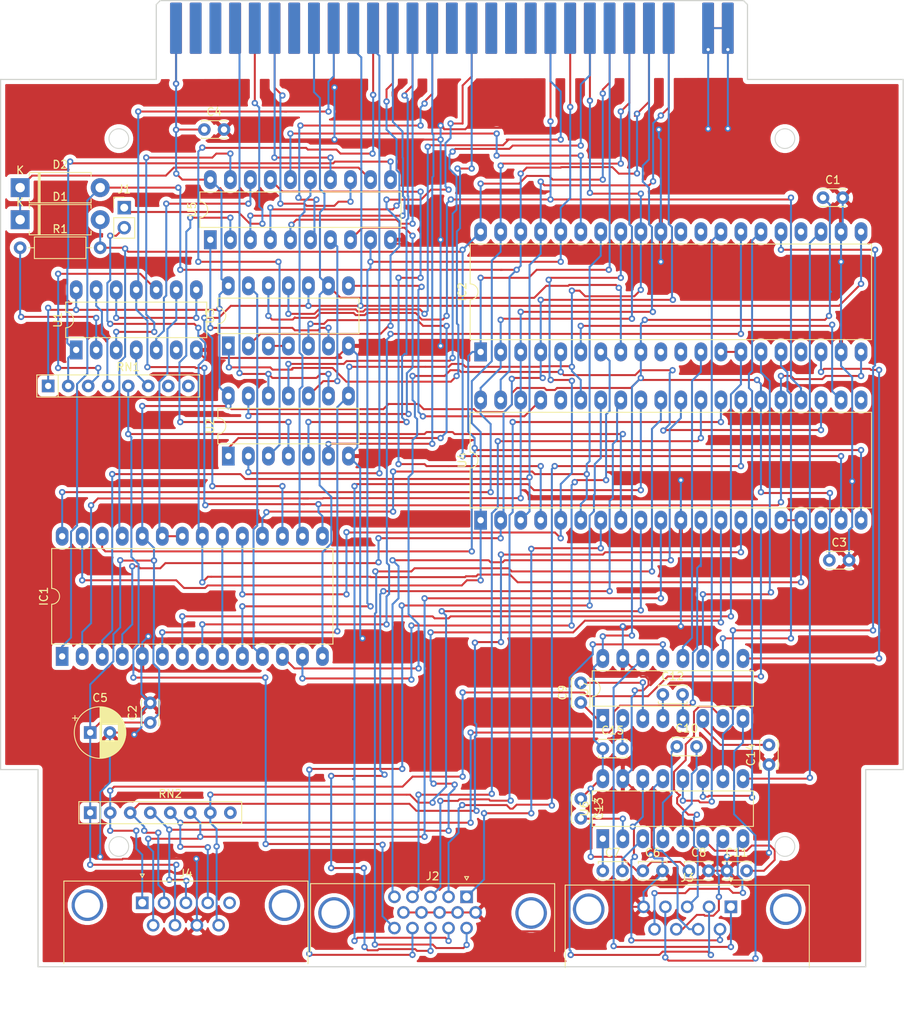
<source format=kicad_pcb>
(kicad_pcb (version 20171130) (host pcbnew "(5.1.10)-1")
  (layers (0 F.Cu signal) (31 B.Cu signal) (34 B.Paste user hide) (35 F.Paste user hide) (36 B.SilkS user hide) (37 F.SilkS user) (38 B.Mask user hide) (39 F.Mask user hide) (44 Edge.Cuts user))
  (net 0 "")
  (net 1 GND)
  (net 2 +5P)
  (net 3 DB0)
  (net 4 DB4)
  (net 5 TAKT)
  (net 6 DB5)
  (net 7 DB6)
  (net 8 ~RESET)
  (net 9 DB7)
  (net 10 A0)
  (net 11 A1)
  (net 12 ~RD)
  (net 13 ~IORQ)
  (net 14 ~INT)
  (net 15 DB1)
  (net 16 DB2)
  (net 17 ~M1)
  (net 18 DB3)
  (net 19 AB6)
  (net 20 ~MAD)
  (net 21 AB5)
  (net 22 ~WR)
  (net 23 AB1)
  (net 24 AB0)
  (net 25 AB8)
  (net 26 AB9)
  (net 27 IEO)
  (net 28 IEI)
  (net 29 AB2)
  (net 30 MEI)
  (net 31 AB3)
  (net 32 MEO)
  (net 33 AB4)
  (net 34 AB7)
  (net 35 ~BI)
  (net 36 "Net-(C7-Pad1)")
  (net 37 "Net-(C7-Pad2)")
  (net 38 "Net-(C9-Pad1)")
  (net 39 "Net-(C9-Pad2)")
  (net 40 "Net-(C10-Pad2)")
  (net 41 "Net-(C10-Pad1)")
  (net 42 "Net-(C11-Pad2)")
  (net 43 "Net-(C12-Pad1)")
  (net 44 "Net-(C12-Pad2)")
  (net 45 "Net-(C13-Pad2)")
  (net 46 "Net-(C14-Pad2)")
  (net 47 "Net-(C15-Pad2)")
  (net 48 "Net-(D1-Pad1)")
  (net 49 "Net-(IC1-Pad16)")
  (net 50 "Net-(IC1-Pad20)")
  (net 51 "Net-(IC1-Pad7)")
  (net 52 "Net-(IC1-Pad21)")
  (net 53 "Net-(IC1-Pad8)")
  (net 54 "Net-(IC1-Pad22)")
  (net 55 "Net-(IC1-Pad11)")
  (net 56 "Net-(IC1-Pad13)")
  (net 57 "Net-(IC2-Pad23)")
  (net 58 "Net-(IC2-Pad25)")
  (net 59 "Net-(IC2-Pad6)")
  (net 60 "Net-(IC2-Pad26)")
  (net 61 "Net-(IC2-Pad28)")
  (net 62 "Net-(IC2-Pad12)")
  (net 63 "Net-(IC2-Pad15)")
  (net 64 "Net-(IC2-Pad35)")
  (net 65 "Net-(IC2-Pad16)")
  (net 66 "Net-(IC2-Pad18)")
  (net 67 "Net-(J2-Pad15)")
  (net 68 "Net-(J2-Pad14)")
  (net 69 "Net-(J2-Pad13)")
  (net 70 "Net-(J2-Pad12)")
  (net 71 "Net-(J2-Pad11)")
  (net 72 "Net-(J2-Pad5)")
  (net 73 "Net-(J2-Pad4)")
  (net 74 "Net-(J2-Pad3)")
  (net 75 "Net-(J2-Pad2)")
  (net 76 "Net-(J2-Pad1)")
  (net 77 "Net-(J3-Pad9)")
  (net 78 "Net-(J3-Pad8)")
  (net 79 "Net-(J3-Pad7)")
  (net 80 "Net-(J3-Pad6)")
  (net 81 "Net-(J3-Pad4)")
  (net 82 "Net-(J3-Pad3)")
  (net 83 "Net-(J3-Pad2)")
  (net 84 "Net-(J3-Pad1)")
  (net 85 "Net-(J4-Pad9)")
  (net 86 "Net-(J4-Pad6)")
  (net 87 "Net-(J4-Pad4)")
  (net 88 "Net-(J4-Pad3)")
  (net 89 "Net-(J4-Pad2)")
  (net 90 "Net-(J4-Pad1)")
  (net 91 "Net-(R1-Pad1)")
  (net 92 "Net-(RN1-Pad2)")
  (net 93 "Net-(RN1-Pad3)")
  (net 94 "Net-(RN1-Pad4)")
  (net 95 "Net-(RN1-Pad6)")
  (net 96 "Net-(U1-Pad12)")
  (net 97 "Net-(U1-Pad3)")
  (net 98 "Net-(U1-Pad5)")
  (net 99 "Net-(U2-Pad13)")
  (net 100 "Net-(U2-Pad4)")
  (net 101 "Net-(U2-Pad10)")
  (net 102 "Net-(U2-Pad1)")
  (net 103 "Net-(U3-Pad8)")
  (net 104 "Net-(U3-Pad3)")
  (net 105 "Net-(U3-Pad6)")
  (net 106 "Net-(U4-Pad4)")
  (module Connector_Dsub:DSUB-9_Male_Horizontal_P2.77x2.84mm_EdgePinOffset4.94mm_Housed_MountingHolesOffset7.48mm (layer F.Cu) (at 110.998 129.032)
    (fp_text reference J4 (at 5.54 -3.7) (layer F.SilkS))
    (fp_text value Joy)
    (pad 0 thru_hole circle (at 18.04 0.3) (size 4 4) (drill 3.2) (layers *.Cu *.Mask))
    (pad 0 thru_hole circle (at -6.96 0.3) (size 4 4) (drill 3.2) (layers *.Cu *.Mask))
    (pad 9 thru_hole circle (at 9.695 2.84) (size 1.6 1.6) (drill 1) (layers *.Cu *.Mask) (net 85 "Net-(J4-Pad9)"))
    (pad 8 thru_hole circle (at 6.925 2.84) (size 1.6 1.6) (drill 1) (layers *.Cu *.Mask) (net 1 GND))
    (pad 7 thru_hole circle (at 4.155 2.84) (size 1.6 1.6) (drill 1) (layers *.Cu *.Mask) (net 2 +5P))
    (pad 6 thru_hole circle (at 1.385 2.84) (size 1.6 1.6) (drill 1) (layers *.Cu *.Mask) (net 86 "Net-(J4-Pad6)"))
    (pad 5 thru_hole circle (at 11.08 0) (size 1.6 1.6) (drill 1) (layers *.Cu *.Mask))
    (pad 4 thru_hole circle (at 8.31 0) (size 1.6 1.6) (drill 1) (layers *.Cu *.Mask) (net 87 "Net-(J4-Pad4)"))
    (pad 3 thru_hole circle (at 5.54 0) (size 1.6 1.6) (drill 1) (layers *.Cu *.Mask) (net 88 "Net-(J4-Pad3)"))
    (pad 2 thru_hole circle (at 2.77 0) (size 1.6 1.6) (drill 1) (layers *.Cu *.Mask) (net 89 "Net-(J4-Pad2)"))
    (pad 1 thru_hole rect (at 0 0) (size 1.6 1.6) (drill 1) (layers *.Cu *.Mask) (net 90 "Net-(J4-Pad1)"))
  )
  (module Connector_Dsub:DSUB-9_Female_Horizontal_P2.77x2.84mm_EdgePinOffset4.94mm_Housed_MountingHolesOffset7.48mm (layer F.Cu) (at 185.674 129.54)
    (fp_text reference J3 (at -5.54 -3.7) (layer F.SilkS))
    (fp_text value Dual_V24)
    (pad 0 thru_hole circle (at 6.96 0.3) (size 4 4) (drill 3.2) (layers *.Cu *.Mask))
    (pad 0 thru_hole circle (at -18.04 0.3) (size 4 4) (drill 3.2) (layers *.Cu *.Mask))
    (pad 9 thru_hole circle (at -9.695 2.84) (size 1.6 1.6) (drill 1) (layers *.Cu *.Mask) (net 77 "Net-(J3-Pad9)"))
    (pad 8 thru_hole circle (at -6.925 2.84) (size 1.6 1.6) (drill 1) (layers *.Cu *.Mask) (net 78 "Net-(J3-Pad8)"))
    (pad 7 thru_hole circle (at -4.155 2.84) (size 1.6 1.6) (drill 1) (layers *.Cu *.Mask) (net 79 "Net-(J3-Pad7)"))
    (pad 6 thru_hole circle (at -1.385 2.84) (size 1.6 1.6) (drill 1) (layers *.Cu *.Mask) (net 80 "Net-(J3-Pad6)"))
    (pad 5 thru_hole circle (at -11.08 0) (size 1.6 1.6) (drill 1) (layers *.Cu *.Mask) (net 1 GND))
    (pad 4 thru_hole circle (at -8.31 0) (size 1.6 1.6) (drill 1) (layers *.Cu *.Mask) (net 81 "Net-(J3-Pad4)"))
    (pad 3 thru_hole circle (at -5.54 0) (size 1.6 1.6) (drill 1) (layers *.Cu *.Mask) (net 82 "Net-(J3-Pad3)"))
    (pad 2 thru_hole circle (at -2.77 0) (size 1.6 1.6) (drill 1) (layers *.Cu *.Mask) (net 83 "Net-(J3-Pad2)"))
    (pad 1 thru_hole rect (at 0 0) (size 1.6 1.6) (drill 1) (layers *.Cu *.Mask) (net 84 "Net-(J3-Pad1)"))
  )
  (module Connector_Dsub:DSUB-15-HD_Female_Horizontal_P2.29x1.98mm_EdgePinOffset3.03mm_Housed_MountingHolesOffset4.94mm (layer F.Cu) (at 152.146 128.27)
    (fp_text reference J2 (at -4.315 -2.61) (layer F.SilkS))
    (fp_text value LPT)
    (pad 0 thru_hole circle (at 8.185 2.05) (size 4 4) (drill 3.2) (layers *.Cu *.Mask))
    (pad 0 thru_hole circle (at -16.815 2.05) (size 4 4) (drill 3.2) (layers *.Cu *.Mask))
    (pad 15 thru_hole circle (at -9.16 3.96) (size 1.6 1.6) (drill 1) (layers *.Cu *.Mask) (net 67 "Net-(J2-Pad15)"))
    (pad 14 thru_hole circle (at -6.87 3.96) (size 1.6 1.6) (drill 1) (layers *.Cu *.Mask) (net 68 "Net-(J2-Pad14)"))
    (pad 13 thru_hole circle (at -4.58 3.96) (size 1.6 1.6) (drill 1) (layers *.Cu *.Mask) (net 69 "Net-(J2-Pad13)"))
    (pad 12 thru_hole circle (at -2.29 3.96) (size 1.6 1.6) (drill 1) (layers *.Cu *.Mask) (net 70 "Net-(J2-Pad12)"))
    (pad 11 thru_hole circle (at 0 3.96) (size 1.6 1.6) (drill 1) (layers *.Cu *.Mask) (net 71 "Net-(J2-Pad11)"))
    (pad 10 thru_hole circle (at -8.015 1.98) (size 1.6 1.6) (drill 1) (layers *.Cu *.Mask) (net 1 GND))
    (pad 9 thru_hole circle (at -5.725 1.98) (size 1.6 1.6) (drill 1) (layers *.Cu *.Mask) (net 1 GND))
    (pad 8 thru_hole circle (at -3.435 1.98) (size 1.6 1.6) (drill 1) (layers *.Cu *.Mask) (net 1 GND))
    (pad 7 thru_hole circle (at -1.145 1.98) (size 1.6 1.6) (drill 1) (layers *.Cu *.Mask) (net 1 GND))
    (pad 6 thru_hole circle (at 1.145 1.98) (size 1.6 1.6) (drill 1) (layers *.Cu *.Mask) (net 1 GND))
    (pad 5 thru_hole circle (at -9.16 0) (size 1.6 1.6) (drill 1) (layers *.Cu *.Mask) (net 72 "Net-(J2-Pad5)"))
    (pad 4 thru_hole circle (at -6.87 0) (size 1.6 1.6) (drill 1) (layers *.Cu *.Mask) (net 73 "Net-(J2-Pad4)"))
    (pad 3 thru_hole circle (at -4.58 0) (size 1.6 1.6) (drill 1) (layers *.Cu *.Mask) (net 74 "Net-(J2-Pad3)"))
    (pad 2 thru_hole circle (at -2.29 0) (size 1.6 1.6) (drill 1) (layers *.Cu *.Mask) (net 75 "Net-(J2-Pad2)"))
    (pad 1 thru_hole rect (at 0 0) (size 1.6 1.6) (drill 1) (layers *.Cu *.Mask) (net 76 "Net-(J2-Pad1)"))
  )
  (module Libs:KC85_Modul (layer F.Cu) (at 112.776 24.638)
    (fp_text reference XM1 hide)
    (fp_text value KC85_Modulsteckverbinder hide)
    (fp_circle (center 79.75 97.25) (end 81 97.25) (layer Edge.Cuts) (width 0.12))
    (fp_circle (center 79.75 7.5) (end 81 7.5) (layer Edge.Cuts) (width 0.12))
    (fp_circle (center -4.75 7.5) (end -3.5 7.5) (layer Edge.Cuts) (width 0.12))
    (fp_circle (center -4.75 97.25) (end -3.5 97.25) (layer Edge.Cuts) (width 0.12))
    (fp_line (start -15 87.5) (end -15 112.5) (layer Edge.Cuts) (width 0.15))
    (fp_line (start -15 87.5) (end -19.75 87.5) (layer Edge.Cuts) (width 0.15))
    (fp_line (start -19.75 0) (end -19.75 87.5) (layer Edge.Cuts) (width 0.15))
    (fp_line (start 0 -9.5) (end 0.5 -10) (layer Edge.Cuts) (width 0.15))
    (fp_line (start 0 0) (end -19.75 0) (layer Edge.Cuts) (width 0.15))
    (fp_line (start 0 0) (end 0 -9.5) (layer Edge.Cuts) (width 0.15))
    (fp_line (start 0.5 -10) (end 74.5 -10) (layer Edge.Cuts) (width 0.15))
    (fp_line (start 75 -9.5) (end 74.5 -10) (layer Edge.Cuts) (width 0.15))
    (fp_line (start 75 -9.5) (end 75 0) (layer Edge.Cuts) (width 0.15))
    (fp_line (start 75 0) (end 94.75 0) (layer Edge.Cuts) (width 0.15))
    (fp_line (start 90 112.5) (end -15 112.5) (layer Edge.Cuts) (width 0.15))
    (fp_line (start 90 87.5) (end 90 112.5) (layer Edge.Cuts) (width 0.15))
    (fp_line (start 94.75 0) (end 94.75 87.5) (layer Edge.Cuts) (width 0.15))
    (fp_line (start 94.75 87.5) (end 90 87.5) (layer Edge.Cuts) (width 0.15))
    (pad 15A smd roundrect (at 37.5 -6.5) (size 1.5 6.5) (layers B.Cu B.Paste B.Mask) (roundrect_rratio 0.1))
    (pad 20A smd roundrect (at 25 -6.5) (size 1.5 6.5) (layers B.Cu B.Paste B.Mask) (roundrect_rratio 0.1) (net 8 ~RESET))
    (pad 22A smd roundrect (at 20 -6.5) (size 1.5 6.5) (layers B.Cu B.Paste B.Mask) (roundrect_rratio 0.1) (net 17 ~M1))
    (pad 23A smd roundrect (at 17.5 -6.5) (size 1.5 6.5) (layers B.Cu B.Paste B.Mask) (roundrect_rratio 0.1))
    (pad 25A smd roundrect (at 12.5 -6.5) (size 1.5 6.5) (layers B.Cu B.Paste B.Mask) (roundrect_rratio 0.1))
    (pad 27A smd roundrect (at 7.5 -6.5) (size 1.5 6.5) (layers B.Cu B.Paste B.Mask) (roundrect_rratio 0.1))
    (pad 28A smd roundrect (at 5 -6.5) (size 1.5 6.5) (layers B.Cu B.Paste B.Mask) (roundrect_rratio 0.1))
    (pad 28B smd roundrect (at 5 -6.5) (size 1.5 6.5) (layers F.Cu F.Paste F.Mask) (roundrect_rratio 0.1))
    (pad 27B smd roundrect (at 7.5 -6.5) (size 1.5 6.5) (layers F.Cu F.Paste F.Mask) (roundrect_rratio 0.1))
    (pad 26B smd roundrect (at 10 -6.5) (size 1.5 6.5) (layers F.Cu F.Paste F.Mask) (roundrect_rratio 0.1))
    (pad 25B smd roundrect (at 12.5 -6.5) (size 1.5 6.5) (layers F.Cu F.Paste F.Mask) (roundrect_rratio 0.1) (net 35 ~BI))
    (pad 23B smd roundrect (at 17.5 -6.5) (size 1.5 6.5) (layers F.Cu F.Paste F.Mask) (roundrect_rratio 0.1))
    (pad 22B smd roundrect (at 20 -6.5) (size 1.5 6.5) (layers F.Cu F.Paste F.Mask) (roundrect_rratio 0.1))
    (pad 15B smd roundrect (at 37.5 -6.5) (size 1.5 6.5) (layers F.Cu F.Paste F.Mask) (roundrect_rratio 0.1))
    (pad 20B smd roundrect (at 25 -6.5) (size 1.5 6.5) (layers F.Cu F.Paste F.Mask) (roundrect_rratio 0.1))
    (pad 10A smd roundrect (at 50 -6.5) (size 1.5 6.5) (layers B.Cu B.Paste B.Mask) (roundrect_rratio 0.1) (net 27 IEO))
    (pad 10B smd roundrect (at 50 -6.5) (size 1.5 6.5) (layers F.Cu F.Paste F.Mask) (roundrect_rratio 0.1) (net 28 IEI))
    (pad 11A smd roundrect (at 47.5 -6.5) (size 1.5 6.5) (layers B.Cu B.Paste B.Mask) (roundrect_rratio 0.1))
    (pad 11B smd roundrect (at 47.5 -6.5) (size 1.5 6.5) (layers F.Cu F.Paste F.Mask) (roundrect_rratio 0.1))
    (pad 12A smd roundrect (at 45 -6.5) (size 1.5 6.5) (layers B.Cu B.Paste B.Mask) (roundrect_rratio 0.1))
    (pad 12B smd roundrect (at 45 -6.5) (size 1.5 6.5) (layers F.Cu F.Paste F.Mask) (roundrect_rratio 0.1))
    (pad 13A smd roundrect (at 42.5 -6.5) (size 1.5 6.5) (layers B.Cu B.Paste B.Mask) (roundrect_rratio 0.1))
    (pad 13B smd roundrect (at 42.5 -6.5) (size 1.5 6.5) (layers F.Cu F.Paste F.Mask) (roundrect_rratio 0.1))
    (pad 14A smd roundrect (at 40 -6.5) (size 1.5 6.5) (layers B.Cu B.Paste B.Mask) (roundrect_rratio 0.1) (net 25 AB8))
    (pad 14B smd roundrect (at 40 -6.5) (size 1.5 6.5) (layers F.Cu F.Paste F.Mask) (roundrect_rratio 0.1) (net 26 AB9))
    (pad 16A smd roundrect (at 35 -6.5) (size 1.5 6.5) (layers B.Cu B.Paste B.Mask) (roundrect_rratio 0.1) (net 19 AB6))
    (pad 16B smd roundrect (at 35 -6.5) (size 1.5 6.5) (layers F.Cu F.Paste F.Mask) (roundrect_rratio 0.1) (net 34 AB7))
    (pad 17A smd roundrect (at 32.5 -6.5) (size 1.5 6.5) (layers B.Cu B.Paste B.Mask) (roundrect_rratio 0.1) (net 33 AB4))
    (pad 17B smd roundrect (at 32.5 -6.5) (size 1.5 6.5) (layers F.Cu F.Paste F.Mask) (roundrect_rratio 0.1) (net 21 AB5))
    (pad 18A smd roundrect (at 30 -6.5) (size 1.5 6.5) (layers B.Cu B.Paste B.Mask) (roundrect_rratio 0.1) (net 29 AB2))
    (pad 18B smd roundrect (at 30 -6.5) (size 1.5 6.5) (layers F.Cu F.Paste F.Mask) (roundrect_rratio 0.1) (net 31 AB3))
    (pad 19A smd roundrect (at 27.5 -6.5) (size 1.5 6.5) (layers B.Cu B.Paste B.Mask) (roundrect_rratio 0.1) (net 24 AB0))
    (pad 19B smd roundrect (at 27.5 -6.5) (size 1.5 6.5) (layers F.Cu F.Paste F.Mask) (roundrect_rratio 0.1) (net 23 AB1))
    (pad 1A smd roundrect (at 72.5 -6.5) (size 1.5 6.5) (layers B.Cu B.Paste B.Mask) (roundrect_rratio 0.1) (net 1 GND))
    (pad 1B smd roundrect (at 72.5 -6.5) (size 1.5 6.5) (layers F.Cu F.Paste F.Mask) (roundrect_rratio 0.1) (net 1 GND))
    (pad 21A smd roundrect (at 22.5 -6.5) (size 1.5 6.5) (layers B.Cu B.Paste B.Mask) (roundrect_rratio 0.1) (net 5 TAKT))
    (pad 21B smd roundrect (at 22.5 -6.5) (size 1.5 6.5) (layers F.Cu F.Paste F.Mask) (roundrect_rratio 0.1) (net 1 GND))
    (pad 24A smd roundrect (at 15 -6.5) (size 1.5 6.5) (layers B.Cu B.Paste B.Mask) (roundrect_rratio 0.1) (net 32 MEO))
    (pad 24B smd roundrect (at 15 -6.5) (size 1.5 6.5) (layers F.Cu F.Paste F.Mask) (roundrect_rratio 0.1) (net 30 MEI))
    (pad 26A smd roundrect (at 10 -6.5) (size 1.5 6.5) (layers B.Cu B.Paste B.Mask) (roundrect_rratio 0.1) (net 20 ~MAD))
    (pad 29A smd roundrect (at 2.5 -6.5) (size 1.5 6.5) (layers B.Cu B.Paste B.Mask) (roundrect_rratio 0.1) (net 2 +5P))
    (pad 29B smd roundrect (at 2.5 -6.5) (size 1.5 6.5) (layers F.Cu F.Paste F.Mask) (roundrect_rratio 0.1) (net 2 +5P))
    (pad 2A smd roundrect (at 70 -6.5) (size 1.5 6.5) (layers B.Cu B.Paste B.Mask) (roundrect_rratio 0.1) (net 1 GND))
    (pad 2B smd roundrect (at 70 -6.5) (size 1.5 6.5) (layers F.Cu F.Paste F.Mask) (roundrect_rratio 0.1) (net 1 GND))
    (pad 4A smd roundrect (at 65 -6.5) (size 1.5 6.5) (layers B.Cu B.Paste B.Mask) (roundrect_rratio 0.1) (net 9 DB7))
    (pad 4B smd roundrect (at 65 -6.5) (size 1.5 6.5) (layers F.Cu F.Paste F.Mask) (roundrect_rratio 0.1) (net 7 DB6))
    (pad 5A smd roundrect (at 62.5 -6.5) (size 1.5 6.5) (layers B.Cu B.Paste B.Mask) (roundrect_rratio 0.1) (net 6 DB5))
    (pad 5B smd roundrect (at 62.5 -6.5) (size 1.5 6.5) (layers F.Cu F.Paste F.Mask) (roundrect_rratio 0.1) (net 4 DB4))
    (pad 6A smd roundrect (at 60 -6.5) (size 1.5 6.5) (layers B.Cu B.Paste B.Mask) (roundrect_rratio 0.1) (net 18 DB3))
    (pad 6B smd roundrect (at 60 -6.5) (size 1.5 6.5) (layers F.Cu F.Paste F.Mask) (roundrect_rratio 0.1) (net 16 DB2))
    (pad 7A smd roundrect (at 57.5 -6.5) (size 1.5 6.5) (layers B.Cu B.Paste B.Mask) (roundrect_rratio 0.1) (net 15 DB1))
    (pad 7B smd roundrect (at 57.5 -6.5) (size 1.5 6.5) (layers F.Cu F.Paste F.Mask) (roundrect_rratio 0.1) (net 3 DB0))
    (pad 8A smd roundrect (at 55 -6.5) (size 1.5 6.5) (layers B.Cu B.Paste B.Mask) (roundrect_rratio 0.1) (net 22 ~WR))
    (pad 8B smd roundrect (at 55 -6.5) (size 1.5 6.5) (layers F.Cu F.Paste F.Mask) (roundrect_rratio 0.1) (net 12 ~RD))
    (pad 9A smd roundrect (at 52.5 -6.5) (size 1.5 6.5) (layers B.Cu B.Paste B.Mask) (roundrect_rratio 0.1))
    (pad 9B smd roundrect (at 52.5 -6.5) (size 1.5 6.5) (layers F.Cu F.Paste F.Mask) (roundrect_rratio 0.1) (net 13 ~IORQ))
  )
  (module Resistor_THT:R_Array_SIP8 (layer F.Cu) (at 104.394 117.602)
    (fp_text reference RN2 (at 10.16 -2.4) (layer F.SilkS))
    (fp_text value 3K9)
    (pad 8 thru_hole oval (at 17.78 0) (size 1.6 1.6) (drill 0.8) (layers *.Cu *.Mask))
    (pad 7 thru_hole oval (at 15.24 0) (size 1.6 1.6) (drill 0.8) (layers *.Cu *.Mask) (net 85 "Net-(J4-Pad9)"))
    (pad 6 thru_hole oval (at 12.7 0) (size 1.6 1.6) (drill 0.8) (layers *.Cu *.Mask) (net 86 "Net-(J4-Pad6)"))
    (pad 5 thru_hole oval (at 10.16 0) (size 1.6 1.6) (drill 0.8) (layers *.Cu *.Mask) (net 87 "Net-(J4-Pad4)"))
    (pad 4 thru_hole oval (at 7.62 0) (size 1.6 1.6) (drill 0.8) (layers *.Cu *.Mask) (net 88 "Net-(J4-Pad3)"))
    (pad 3 thru_hole oval (at 5.08 0) (size 1.6 1.6) (drill 0.8) (layers *.Cu *.Mask) (net 89 "Net-(J4-Pad2)"))
    (pad 2 thru_hole oval (at 2.54 0) (size 1.6 1.6) (drill 0.8) (layers *.Cu *.Mask) (net 90 "Net-(J4-Pad1)"))
    (pad 1 thru_hole rect (at 0 0) (size 1.6 1.6) (drill 0.8) (layers *.Cu *.Mask) (net 2 +5P))
  )
  (module Connector_PinHeader_2.54mm:PinHeader_1x02_P2.54mm_Vertical (layer F.Cu) (at 108.712 40.894)
    (fp_text reference J1 (at 0 -2.33) (layer F.SilkS))
    (fp_text value Conn_01x02)
    (pad 2 thru_hole oval (at 0 2.54) (size 1.7 1.7) (drill 1) (layers *.Cu *.Mask) (net 52 "Net-(IC1-Pad21)"))
    (pad 1 thru_hole rect (at 0 0) (size 1.7 1.7) (drill 1) (layers *.Cu *.Mask) (net 35 ~BI))
  )
  (module Capacitor_THT:CP_Radial_D6.3mm_P2.50mm (layer F.Cu) (at 104.394 107.442)
    (fp_text reference C5 (at 1.25 -4.4) (layer F.SilkS))
    (fp_text value 560µ)
    (pad 2 thru_hole circle (at 2.5 0) (size 1.6 1.6) (drill 0.8) (layers *.Cu *.Mask) (net 1 GND))
    (pad 1 thru_hole rect (at 0 0) (size 1.6 1.6) (drill 0.8) (layers *.Cu *.Mask) (net 2 +5P))
  )
  (module Capacitor_THT:C_Disc_D3.0mm_W2.0mm_P2.50mm (layer F.Cu) (at 118.872 30.988)
    (fp_text reference C4 (at 1.25 -2.25) (layer F.SilkS))
    (fp_text value 100n)
    (pad 2 thru_hole circle (at 2.5 0) (size 1.6 1.6) (drill 0.8) (layers *.Cu *.Mask) (net 1 GND))
    (pad 1 thru_hole circle (at 0 0) (size 1.6 1.6) (drill 0.8) (layers *.Cu *.Mask) (net 2 +5P))
  )
  (module Capacitor_THT:C_Disc_D3.0mm_W2.0mm_P2.50mm (layer F.Cu) (at 198.16 85.598)
    (fp_text reference C3 (at 1.25 -2.25) (layer F.SilkS))
    (fp_text value 100n)
    (pad 2 thru_hole circle (at 2.5 0) (size 1.6 1.6) (drill 0.8) (layers *.Cu *.Mask) (net 1 GND))
    (pad 1 thru_hole circle (at 0 0) (size 1.6 1.6) (drill 0.8) (layers *.Cu *.Mask) (net 2 +5P))
  )
  (module Capacitor_THT:C_Disc_D3.0mm_W2.0mm_P2.50mm (layer F.Cu) (at 112.014 106.172 90)
    (fp_text reference C2 (at 1.25 -2.25 90) (layer F.SilkS))
    (fp_text value 100n)
    (pad 2 thru_hole circle (at 2.5 0 90) (size 1.6 1.6) (drill 0.8) (layers *.Cu *.Mask) (net 1 GND))
    (pad 1 thru_hole circle (at 0 0 90) (size 1.6 1.6) (drill 0.8) (layers *.Cu *.Mask) (net 2 +5P))
  )
  (module Capacitor_THT:C_Disc_D3.0mm_W2.0mm_P2.50mm (layer F.Cu) (at 197.358 39.624)
    (fp_text reference C1 (at 1.25 -2.25) (layer F.SilkS))
    (fp_text value 100n)
    (pad 2 thru_hole circle (at 2.5 0) (size 1.6 1.6) (drill 0.8) (layers *.Cu *.Mask) (net 1 GND))
    (pad 1 thru_hole circle (at 0 0) (size 1.6 1.6) (drill 0.8) (layers *.Cu *.Mask) (net 2 +5P))
  )
  (module Capacitor_THT:C_Disc_D3.4mm_W2.1mm_P2.50mm (layer F.Cu) (at 174.498 124.968)
    (fp_text reference C6 (at 1.25 -2.3) (layer F.SilkS))
    (fp_text value 1µ)
    (pad 2 thru_hole circle (at 2.5 0) (size 1.6 1.6) (drill 0.8) (layers *.Cu *.Mask) (net 1 GND))
    (pad 1 thru_hole circle (at 0 0) (size 1.6 1.6) (drill 0.8) (layers *.Cu *.Mask) (net 2 +5P))
  )
  (module Capacitor_THT:C_Disc_D3.4mm_W2.1mm_P2.50mm (layer F.Cu) (at 169.418 124.968)
    (fp_text reference C7 (at 1.25 -2.3) (layer F.SilkS))
    (fp_text value 1µ)
    (pad 1 thru_hole circle (at 0 0) (size 1.6 1.6) (drill 0.8) (layers *.Cu *.Mask) (net 36 "Net-(C7-Pad1)"))
    (pad 2 thru_hole circle (at 2.5 0) (size 1.6 1.6) (drill 0.8) (layers *.Cu *.Mask) (net 37 "Net-(C7-Pad2)"))
  )
  (module Capacitor_THT:C_Disc_D3.4mm_W2.1mm_P2.50mm (layer F.Cu) (at 180.34 124.968)
    (fp_text reference C8 (at 1.25 -2.3) (layer F.SilkS))
    (fp_text value 1µ)
    (pad 2 thru_hole circle (at 2.5 0) (size 1.6 1.6) (drill 0.8) (layers *.Cu *.Mask) (net 1 GND))
    (pad 1 thru_hole circle (at 0 0) (size 1.6 1.6) (drill 0.8) (layers *.Cu *.Mask) (net 2 +5P))
  )
  (module Capacitor_THT:C_Disc_D3.4mm_W2.1mm_P2.50mm (layer F.Cu) (at 166.624 103.632 90)
    (fp_text reference C9 (at 1.25 -2.3 90) (layer F.SilkS))
    (fp_text value 1µ)
    (pad 1 thru_hole circle (at 0 0 90) (size 1.6 1.6) (drill 0.8) (layers *.Cu *.Mask) (net 38 "Net-(C9-Pad1)"))
    (pad 2 thru_hole circle (at 2.5 0 90) (size 1.6 1.6) (drill 0.8) (layers *.Cu *.Mask) (net 39 "Net-(C9-Pad2)"))
  )
  (module Capacitor_THT:C_Disc_D3.4mm_W2.1mm_P2.50mm (layer F.Cu) (at 178.816 109.22)
    (fp_text reference C10 (at 1.25 -2.3) (layer F.SilkS))
    (fp_text value 1µ)
    (pad 2 thru_hole circle (at 2.5 0) (size 1.6 1.6) (drill 0.8) (layers *.Cu *.Mask) (net 40 "Net-(C10-Pad2)"))
    (pad 1 thru_hole circle (at 0 0) (size 1.6 1.6) (drill 0.8) (layers *.Cu *.Mask) (net 41 "Net-(C10-Pad1)"))
  )
  (module Capacitor_THT:C_Disc_D3.4mm_W2.1mm_P2.50mm (layer F.Cu) (at 185.166 124.968)
    (fp_text reference C11 (at 1.25 -2.3) (layer F.SilkS))
    (fp_text value 1µ)
    (pad 1 thru_hole circle (at 0 0) (size 1.6 1.6) (drill 0.8) (layers *.Cu *.Mask) (net 1 GND))
    (pad 2 thru_hole circle (at 2.5 0) (size 1.6 1.6) (drill 0.8) (layers *.Cu *.Mask) (net 42 "Net-(C11-Pad2)"))
  )
  (module Capacitor_THT:C_Disc_D3.4mm_W2.1mm_P2.50mm (layer F.Cu) (at 177.038 102.616)
    (fp_text reference C12 (at 1.25 -2.3) (layer F.SilkS))
    (fp_text value 1µ)
    (pad 1 thru_hole circle (at 0 0) (size 1.6 1.6) (drill 0.8) (layers *.Cu *.Mask) (net 43 "Net-(C12-Pad1)"))
    (pad 2 thru_hole circle (at 2.5 0) (size 1.6 1.6) (drill 0.8) (layers *.Cu *.Mask) (net 44 "Net-(C12-Pad2)"))
  )
  (module Capacitor_THT:C_Disc_D3.4mm_W2.1mm_P2.50mm (layer F.Cu) (at 166.624 115.824 270)
    (fp_text reference C13 (at 1.25 -2.3 90) (layer F.SilkS))
    (fp_text value 1µ)
    (pad 2 thru_hole circle (at 2.5 0 270) (size 1.6 1.6) (drill 0.8) (layers *.Cu *.Mask) (net 45 "Net-(C13-Pad2)"))
    (pad 1 thru_hole circle (at 0 0 270) (size 1.6 1.6) (drill 0.8) (layers *.Cu *.Mask) (net 2 +5P))
  )
  (module Capacitor_THT:C_Disc_D3.4mm_W2.1mm_P2.50mm (layer F.Cu) (at 190.5 111.506 90)
    (fp_text reference C14 (at 1.25 -2.3 90) (layer F.SilkS))
    (fp_text value 1µ)
    (pad 1 thru_hole circle (at 0 0 90) (size 1.6 1.6) (drill 0.8) (layers *.Cu *.Mask) (net 1 GND))
    (pad 2 thru_hole circle (at 2.5 0 90) (size 1.6 1.6) (drill 0.8) (layers *.Cu *.Mask) (net 46 "Net-(C14-Pad2)"))
  )
  (module Capacitor_THT:C_Disc_D3.4mm_W2.1mm_P2.50mm (layer F.Cu) (at 169.418 109.474)
    (fp_text reference C15 (at 1.25 -2.3) (layer F.SilkS))
    (fp_text value 1µ)
    (pad 2 thru_hole circle (at 2.5 0) (size 1.6 1.6) (drill 0.8) (layers *.Cu *.Mask) (net 47 "Net-(C15-Pad2)"))
    (pad 1 thru_hole circle (at 0 0) (size 1.6 1.6) (drill 0.8) (layers *.Cu *.Mask) (net 2 +5P))
  )
  (module Diode_THT:D_DO-15_P10.16mm_Horizontal (layer F.Cu) (at 95.504 42.418)
    (fp_text reference D1 (at 5.08 -2.92) (layer F.SilkS))
    (fp_text value GA104)
    (fp_text user K (at 0 -2.2) (layer F.SilkS))
    (pad 1 thru_hole rect (at 0 0) (size 2.4 2.4) (drill 1.2) (layers *.Cu *.Mask) (net 48 "Net-(D1-Pad1)"))
    (pad 2 thru_hole oval (at 10.16 0) (size 2.4 2.4) (drill 1.2) (layers *.Cu *.Mask) (net 3 DB0))
  )
  (module Diode_THT:D_DO-15_P10.16mm_Horizontal (layer F.Cu) (at 95.504 38.354)
    (fp_text reference D2 (at 5.08 -2.92) (layer F.SilkS))
    (fp_text value GA104)
    (fp_text user K (at 0 -2.2) (layer F.SilkS))
    (pad 2 thru_hole oval (at 10.16 0) (size 2.4 2.4) (drill 1.2) (layers *.Cu *.Mask) (net 4 DB4))
    (pad 1 thru_hole rect (at 0 0) (size 2.4 2.4) (drill 1.2) (layers *.Cu *.Mask) (net 48 "Net-(D1-Pad1)"))
  )
  (module Package_DIP:DIP-28_W15.24mm_LongPads (layer F.Cu) (at 100.838 97.79 90)
    (fp_text reference IC1 (at 7.62 -2.33 90) (layer F.SilkS))
    (fp_text value CTC-DIP-28)
    (pad 1 thru_hole rect (at 0 0 90) (size 2.4 1.6) (drill 0.8) (layers *.Cu *.Mask) (net 4 DB4))
    (pad 15 thru_hole oval (at 15.24 33.02 90) (size 2.4 1.6) (drill 0.8) (layers *.Cu *.Mask) (net 5 TAKT))
    (pad 2 thru_hole oval (at 0 2.54 90) (size 2.4 1.6) (drill 0.8) (layers *.Cu *.Mask) (net 6 DB5))
    (pad 16 thru_hole oval (at 15.24 30.48 90) (size 2.4 1.6) (drill 0.8) (layers *.Cu *.Mask) (net 49 "Net-(IC1-Pad16)"))
    (pad 3 thru_hole oval (at 0 5.08 90) (size 2.4 1.6) (drill 0.8) (layers *.Cu *.Mask) (net 7 DB6))
    (pad 17 thru_hole oval (at 15.24 27.94 90) (size 2.4 1.6) (drill 0.8) (layers *.Cu *.Mask) (net 8 ~RESET))
    (pad 4 thru_hole oval (at 0 7.62 90) (size 2.4 1.6) (drill 0.8) (layers *.Cu *.Mask) (net 9 DB7))
    (pad 18 thru_hole oval (at 15.24 25.4 90) (size 2.4 1.6) (drill 0.8) (layers *.Cu *.Mask) (net 10 A0))
    (pad 5 thru_hole oval (at 0 10.16 90) (size 2.4 1.6) (drill 0.8) (layers *.Cu *.Mask) (net 1 GND))
    (pad 19 thru_hole oval (at 15.24 22.86 90) (size 2.4 1.6) (drill 0.8) (layers *.Cu *.Mask) (net 11 A1))
    (pad 6 thru_hole oval (at 0 12.7 90) (size 2.4 1.6) (drill 0.8) (layers *.Cu *.Mask) (net 12 ~RD))
    (pad 20 thru_hole oval (at 15.24 20.32 90) (size 2.4 1.6) (drill 0.8) (layers *.Cu *.Mask) (net 50 "Net-(IC1-Pad20)"))
    (pad 7 thru_hole oval (at 0 15.24 90) (size 2.4 1.6) (drill 0.8) (layers *.Cu *.Mask) (net 51 "Net-(IC1-Pad7)"))
    (pad 21 thru_hole oval (at 15.24 17.78 90) (size 2.4 1.6) (drill 0.8) (layers *.Cu *.Mask) (net 52 "Net-(IC1-Pad21)"))
    (pad 8 thru_hole oval (at 0 17.78 90) (size 2.4 1.6) (drill 0.8) (layers *.Cu *.Mask) (net 53 "Net-(IC1-Pad8)"))
    (pad 22 thru_hole oval (at 15.24 15.24 90) (size 2.4 1.6) (drill 0.8) (layers *.Cu *.Mask) (net 54 "Net-(IC1-Pad22)"))
    (pad 9 thru_hole oval (at 0 20.32 90) (size 2.4 1.6) (drill 0.8) (layers *.Cu *.Mask) (net 50 "Net-(IC1-Pad20)"))
    (pad 23 thru_hole oval (at 15.24 12.7 90) (size 2.4 1.6) (drill 0.8) (layers *.Cu *.Mask) (net 54 "Net-(IC1-Pad22)"))
    (pad 10 thru_hole oval (at 0 22.86 90) (size 2.4 1.6) (drill 0.8) (layers *.Cu *.Mask) (net 13 ~IORQ))
    (pad 24 thru_hole oval (at 15.24 10.16 90) (size 2.4 1.6) (drill 0.8) (layers *.Cu *.Mask) (net 2 +5P))
    (pad 11 thru_hole oval (at 0 25.4 90) (size 2.4 1.6) (drill 0.8) (layers *.Cu *.Mask) (net 55 "Net-(IC1-Pad11)"))
    (pad 25 thru_hole oval (at 15.24 7.62 90) (size 2.4 1.6) (drill 0.8) (layers *.Cu *.Mask) (net 3 DB0))
    (pad 12 thru_hole oval (at 0 27.94 90) (size 2.4 1.6) (drill 0.8) (layers *.Cu *.Mask) (net 14 ~INT))
    (pad 26 thru_hole oval (at 15.24 5.08 90) (size 2.4 1.6) (drill 0.8) (layers *.Cu *.Mask) (net 15 DB1))
    (pad 13 thru_hole oval (at 0 30.48 90) (size 2.4 1.6) (drill 0.8) (layers *.Cu *.Mask) (net 56 "Net-(IC1-Pad13)"))
    (pad 27 thru_hole oval (at 15.24 2.54 90) (size 2.4 1.6) (drill 0.8) (layers *.Cu *.Mask) (net 16 DB2))
    (pad 14 thru_hole oval (at 0 33.02 90) (size 2.4 1.6) (drill 0.8) (layers *.Cu *.Mask) (net 17 ~M1))
    (pad 28 thru_hole oval (at 15.24 0 90) (size 2.4 1.6) (drill 0.8) (layers *.Cu *.Mask) (net 18 DB3))
  )
  (module Package_DIP:DIP-40_W15.24mm_LongPads (layer F.Cu) (at 153.924 59.182 90)
    (fp_text reference IC2 (at 7.62 -2.33 90) (layer F.SilkS))
    (fp_text value SIO0-DIP-40)
    (pad 1 thru_hole rect (at 0 0 90) (size 2.4 1.6) (drill 0.8) (layers *.Cu *.Mask) (net 15 DB1))
    (pad 21 thru_hole oval (at 15.24 48.26 90) (size 2.4 1.6) (drill 0.8) (layers *.Cu *.Mask) (net 8 ~RESET))
    (pad 2 thru_hole oval (at 0 2.54 90) (size 2.4 1.6) (drill 0.8) (layers *.Cu *.Mask) (net 18 DB3))
    (pad 22 thru_hole oval (at 15.24 45.72 90) (size 2.4 1.6) (drill 0.8) (layers *.Cu *.Mask) (net 1 GND))
    (pad 3 thru_hole oval (at 0 5.08 90) (size 2.4 1.6) (drill 0.8) (layers *.Cu *.Mask) (net 6 DB5))
    (pad 23 thru_hole oval (at 15.24 43.18 90) (size 2.4 1.6) (drill 0.8) (layers *.Cu *.Mask) (net 57 "Net-(IC2-Pad23)"))
    (pad 4 thru_hole oval (at 0 7.62 90) (size 2.4 1.6) (drill 0.8) (layers *.Cu *.Mask) (net 9 DB7))
    (pad 24 thru_hole oval (at 15.24 40.64 90) (size 2.4 1.6) (drill 0.8) (layers *.Cu *.Mask))
    (pad 5 thru_hole oval (at 0 10.16 90) (size 2.4 1.6) (drill 0.8) (layers *.Cu *.Mask) (net 14 ~INT))
    (pad 25 thru_hole oval (at 15.24 38.1 90) (size 2.4 1.6) (drill 0.8) (layers *.Cu *.Mask) (net 58 "Net-(IC2-Pad25)"))
    (pad 6 thru_hole oval (at 0 12.7 90) (size 2.4 1.6) (drill 0.8) (layers *.Cu *.Mask) (net 59 "Net-(IC2-Pad6)"))
    (pad 26 thru_hole oval (at 15.24 35.56 90) (size 2.4 1.6) (drill 0.8) (layers *.Cu *.Mask) (net 60 "Net-(IC2-Pad26)"))
    (pad 7 thru_hole oval (at 0 15.24 90) (size 2.4 1.6) (drill 0.8) (layers *.Cu *.Mask) (net 56 "Net-(IC1-Pad13)"))
    (pad 27 thru_hole oval (at 15.24 33.02 90) (size 2.4 1.6) (drill 0.8) (layers *.Cu *.Mask) (net 53 "Net-(IC1-Pad8)"))
    (pad 8 thru_hole oval (at 0 17.78 90) (size 2.4 1.6) (drill 0.8) (layers *.Cu *.Mask) (net 17 ~M1))
    (pad 28 thru_hole oval (at 15.24 30.48 90) (size 2.4 1.6) (drill 0.8) (layers *.Cu *.Mask) (net 61 "Net-(IC2-Pad28)"))
    (pad 9 thru_hole oval (at 0 20.32 90) (size 2.4 1.6) (drill 0.8) (layers *.Cu *.Mask) (net 2 +5P))
    (pad 29 thru_hole oval (at 15.24 27.94 90) (size 2.4 1.6) (drill 0.8) (layers *.Cu *.Mask))
    (pad 10 thru_hole oval (at 0 22.86 90) (size 2.4 1.6) (drill 0.8) (layers *.Cu *.Mask))
    (pad 30 thru_hole oval (at 15.24 25.4 90) (size 2.4 1.6) (drill 0.8) (layers *.Cu *.Mask))
    (pad 11 thru_hole oval (at 0 25.4 90) (size 2.4 1.6) (drill 0.8) (layers *.Cu *.Mask))
    (pad 31 thru_hole oval (at 15.24 22.86 90) (size 2.4 1.6) (drill 0.8) (layers *.Cu *.Mask) (net 1 GND))
    (pad 12 thru_hole oval (at 0 27.94 90) (size 2.4 1.6) (drill 0.8) (layers *.Cu *.Mask) (net 62 "Net-(IC2-Pad12)"))
    (pad 32 thru_hole oval (at 15.24 20.32 90) (size 2.4 1.6) (drill 0.8) (layers *.Cu *.Mask) (net 12 ~RD))
    (pad 13 thru_hole oval (at 0 30.48 90) (size 2.4 1.6) (drill 0.8) (layers *.Cu *.Mask) (net 51 "Net-(IC1-Pad7)"))
    (pad 33 thru_hole oval (at 15.24 17.78 90) (size 2.4 1.6) (drill 0.8) (layers *.Cu *.Mask) (net 11 A1))
    (pad 14 thru_hole oval (at 0 33.02 90) (size 2.4 1.6) (drill 0.8) (layers *.Cu *.Mask) (net 51 "Net-(IC1-Pad7)"))
    (pad 34 thru_hole oval (at 15.24 15.24 90) (size 2.4 1.6) (drill 0.8) (layers *.Cu *.Mask) (net 10 A0))
    (pad 15 thru_hole oval (at 0 35.56 90) (size 2.4 1.6) (drill 0.8) (layers *.Cu *.Mask) (net 63 "Net-(IC2-Pad15)"))
    (pad 35 thru_hole oval (at 15.24 12.7 90) (size 2.4 1.6) (drill 0.8) (layers *.Cu *.Mask) (net 64 "Net-(IC2-Pad35)"))
    (pad 16 thru_hole oval (at 0 38.1 90) (size 2.4 1.6) (drill 0.8) (layers *.Cu *.Mask) (net 65 "Net-(IC2-Pad16)"))
    (pad 36 thru_hole oval (at 15.24 10.16 90) (size 2.4 1.6) (drill 0.8) (layers *.Cu *.Mask) (net 13 ~IORQ))
    (pad 17 thru_hole oval (at 0 40.64 90) (size 2.4 1.6) (drill 0.8) (layers *.Cu *.Mask))
    (pad 37 thru_hole oval (at 15.24 7.62 90) (size 2.4 1.6) (drill 0.8) (layers *.Cu *.Mask) (net 7 DB6))
    (pad 18 thru_hole oval (at 0 43.18 90) (size 2.4 1.6) (drill 0.8) (layers *.Cu *.Mask) (net 66 "Net-(IC2-Pad18)"))
    (pad 38 thru_hole oval (at 15.24 5.08 90) (size 2.4 1.6) (drill 0.8) (layers *.Cu *.Mask) (net 4 DB4))
    (pad 19 thru_hole oval (at 0 45.72 90) (size 2.4 1.6) (drill 0.8) (layers *.Cu *.Mask) (net 1 GND))
    (pad 39 thru_hole oval (at 15.24 2.54 90) (size 2.4 1.6) (drill 0.8) (layers *.Cu *.Mask) (net 16 DB2))
    (pad 20 thru_hole oval (at 0 48.26 90) (size 2.4 1.6) (drill 0.8) (layers *.Cu *.Mask) (net 5 TAKT))
    (pad 40 thru_hole oval (at 15.24 0 90) (size 2.4 1.6) (drill 0.8) (layers *.Cu *.Mask) (net 3 DB0))
  )
  (module Resistor_THT:R_Axial_DIN0207_L6.3mm_D2.5mm_P10.16mm_Horizontal (layer F.Cu) (at 95.504 45.974)
    (fp_text reference R1 (at 5.08 -2.37) (layer F.SilkS))
    (fp_text value 100)
    (pad 1 thru_hole circle (at 0 0) (size 1.6 1.6) (drill 0.8) (layers *.Cu *.Mask) (net 91 "Net-(R1-Pad1)"))
    (pad 2 thru_hole oval (at 10.16 0) (size 1.6 1.6) (drill 0.8) (layers *.Cu *.Mask) (net 3 DB0))
  )
  (module Resistor_THT:R_Array_SIP8 (layer F.Cu) (at 99.06 63.5)
    (fp_text reference RN1 (at 10.16 -2.4) (layer F.SilkS))
    (fp_text value 3K9)
    (pad 1 thru_hole rect (at 0 0) (size 1.6 1.6) (drill 0.8) (layers *.Cu *.Mask) (net 2 +5P))
    (pad 2 thru_hole oval (at 2.54 0) (size 1.6 1.6) (drill 0.8) (layers *.Cu *.Mask) (net 92 "Net-(RN1-Pad2)"))
    (pad 3 thru_hole oval (at 5.08 0) (size 1.6 1.6) (drill 0.8) (layers *.Cu *.Mask) (net 93 "Net-(RN1-Pad3)"))
    (pad 4 thru_hole oval (at 7.62 0) (size 1.6 1.6) (drill 0.8) (layers *.Cu *.Mask) (net 94 "Net-(RN1-Pad4)"))
    (pad 5 thru_hole oval (at 10.16 0) (size 1.6 1.6) (drill 0.8) (layers *.Cu *.Mask) (net 67 "Net-(J2-Pad15)"))
    (pad 6 thru_hole oval (at 12.7 0) (size 1.6 1.6) (drill 0.8) (layers *.Cu *.Mask) (net 95 "Net-(RN1-Pad6)"))
    (pad 7 thru_hole oval (at 15.24 0) (size 1.6 1.6) (drill 0.8) (layers *.Cu *.Mask))
    (pad 8 thru_hole oval (at 17.78 0) (size 1.6 1.6) (drill 0.8) (layers *.Cu *.Mask))
  )
  (module Package_DIP:DIP-14_W7.62mm_LongPads (layer F.Cu) (at 102.616 58.928 90)
    (fp_text reference U1 (at 3.81 -2.33 90) (layer F.SilkS))
    (fp_text value 74LS74)
    (pad 1 thru_hole rect (at 0 0 90) (size 2.4 1.6) (drill 0.8) (layers *.Cu *.Mask) (net 92 "Net-(RN1-Pad2)"))
    (pad 8 thru_hole oval (at 7.62 15.24 90) (size 2.4 1.6) (drill 0.8) (layers *.Cu *.Mask) (net 96 "Net-(U1-Pad12)"))
    (pad 2 thru_hole oval (at 0 2.54 90) (size 2.4 1.6) (drill 0.8) (layers *.Cu *.Mask) (net 91 "Net-(R1-Pad1)"))
    (pad 9 thru_hole oval (at 7.62 12.7 90) (size 2.4 1.6) (drill 0.8) (layers *.Cu *.Mask) (net 54 "Net-(IC1-Pad22)"))
    (pad 3 thru_hole oval (at 0 5.08 90) (size 2.4 1.6) (drill 0.8) (layers *.Cu *.Mask) (net 97 "Net-(U1-Pad3)"))
    (pad 10 thru_hole oval (at 7.62 10.16 90) (size 2.4 1.6) (drill 0.8) (layers *.Cu *.Mask) (net 93 "Net-(RN1-Pad3)"))
    (pad 4 thru_hole oval (at 0 7.62 90) (size 2.4 1.6) (drill 0.8) (layers *.Cu *.Mask) (net 95 "Net-(RN1-Pad6)"))
    (pad 11 thru_hole oval (at 7.62 7.62 90) (size 2.4 1.6) (drill 0.8) (layers *.Cu *.Mask) (net 5 TAKT))
    (pad 5 thru_hole oval (at 0 10.16 90) (size 2.4 1.6) (drill 0.8) (layers *.Cu *.Mask) (net 98 "Net-(U1-Pad5)"))
    (pad 12 thru_hole oval (at 7.62 5.08 90) (size 2.4 1.6) (drill 0.8) (layers *.Cu *.Mask) (net 96 "Net-(U1-Pad12)"))
    (pad 6 thru_hole oval (at 0 12.7 90) (size 2.4 1.6) (drill 0.8) (layers *.Cu *.Mask))
    (pad 13 thru_hole oval (at 7.62 2.54 90) (size 2.4 1.6) (drill 0.8) (layers *.Cu *.Mask) (net 94 "Net-(RN1-Pad4)"))
    (pad 7 thru_hole oval (at 0 15.24 90) (size 2.4 1.6) (drill 0.8) (layers *.Cu *.Mask) (net 1 GND))
    (pad 14 thru_hole oval (at 7.62 0 90) (size 2.4 1.6) (drill 0.8) (layers *.Cu *.Mask) (net 2 +5P))
  )
  (module Package_DIP:DIP-14_W7.62mm_LongPads (layer F.Cu) (at 121.92 72.39 90)
    (fp_text reference U2 (at 3.81 -2.33 90) (layer F.SilkS))
    (fp_text value 74LS02)
    (pad 14 thru_hole oval (at 7.62 0 90) (size 2.4 1.6) (drill 0.8) (layers *.Cu *.Mask) (net 2 +5P))
    (pad 7 thru_hole oval (at 0 15.24 90) (size 2.4 1.6) (drill 0.8) (layers *.Cu *.Mask) (net 1 GND))
    (pad 13 thru_hole oval (at 7.62 2.54 90) (size 2.4 1.6) (drill 0.8) (layers *.Cu *.Mask) (net 99 "Net-(U2-Pad13)"))
    (pad 6 thru_hole oval (at 0 12.7 90) (size 2.4 1.6) (drill 0.8) (layers *.Cu *.Mask) (net 19 AB6))
    (pad 12 thru_hole oval (at 7.62 5.08 90) (size 2.4 1.6) (drill 0.8) (layers *.Cu *.Mask) (net 20 ~MAD))
    (pad 5 thru_hole oval (at 0 10.16 90) (size 2.4 1.6) (drill 0.8) (layers *.Cu *.Mask) (net 21 AB5))
    (pad 11 thru_hole oval (at 7.62 7.62 90) (size 2.4 1.6) (drill 0.8) (layers *.Cu *.Mask) (net 22 ~WR))
    (pad 4 thru_hole oval (at 0 7.62 90) (size 2.4 1.6) (drill 0.8) (layers *.Cu *.Mask) (net 100 "Net-(U2-Pad4)"))
    (pad 10 thru_hole oval (at 7.62 10.16 90) (size 2.4 1.6) (drill 0.8) (layers *.Cu *.Mask) (net 101 "Net-(U2-Pad10)"))
    (pad 3 thru_hole oval (at 0 5.08 90) (size 2.4 1.6) (drill 0.8) (layers *.Cu *.Mask) (net 23 AB1))
    (pad 9 thru_hole oval (at 7.62 12.7 90) (size 2.4 1.6) (drill 0.8) (layers *.Cu *.Mask) (net 20 ~MAD))
    (pad 2 thru_hole oval (at 0 2.54 90) (size 2.4 1.6) (drill 0.8) (layers *.Cu *.Mask) (net 24 AB0))
    (pad 8 thru_hole oval (at 7.62 15.24 90) (size 2.4 1.6) (drill 0.8) (layers *.Cu *.Mask) (net 12 ~RD))
    (pad 1 thru_hole rect (at 0 0 90) (size 2.4 1.6) (drill 0.8) (layers *.Cu *.Mask) (net 102 "Net-(U2-Pad1)"))
  )
  (module Package_DIP:DIP-14_W7.62mm_LongPads (layer F.Cu) (at 121.92 58.42 90)
    (fp_text reference U3 (at 3.81 -2.33 90) (layer F.SilkS))
    (fp_text value 74LS08)
    (pad 1 thru_hole rect (at 0 0 90) (size 2.4 1.6) (drill 0.8) (layers *.Cu *.Mask) (net 25 AB8))
    (pad 8 thru_hole oval (at 7.62 15.24 90) (size 2.4 1.6) (drill 0.8) (layers *.Cu *.Mask) (net 103 "Net-(U3-Pad8)"))
    (pad 2 thru_hole oval (at 0 2.54 90) (size 2.4 1.6) (drill 0.8) (layers *.Cu *.Mask) (net 26 AB9))
    (pad 9 thru_hole oval (at 7.62 12.7 90) (size 2.4 1.6) (drill 0.8) (layers *.Cu *.Mask) (net 17 ~M1))
    (pad 3 thru_hole oval (at 0 5.08 90) (size 2.4 1.6) (drill 0.8) (layers *.Cu *.Mask) (net 104 "Net-(U3-Pad3)"))
    (pad 10 thru_hole oval (at 7.62 10.16 90) (size 2.4 1.6) (drill 0.8) (layers *.Cu *.Mask) (net 8 ~RESET))
    (pad 4 thru_hole oval (at 0 7.62 90) (size 2.4 1.6) (drill 0.8) (layers *.Cu *.Mask) (net 104 "Net-(U3-Pad3)"))
    (pad 11 thru_hole oval (at 7.62 7.62 90) (size 2.4 1.6) (drill 0.8) (layers *.Cu *.Mask) (net 27 IEO))
    (pad 5 thru_hole oval (at 0 10.16 90) (size 2.4 1.6) (drill 0.8) (layers *.Cu *.Mask) (net 102 "Net-(U2-Pad1)"))
    (pad 12 thru_hole oval (at 7.62 5.08 90) (size 2.4 1.6) (drill 0.8) (layers *.Cu *.Mask) (net 28 IEI))
    (pad 6 thru_hole oval (at 0 12.7 90) (size 2.4 1.6) (drill 0.8) (layers *.Cu *.Mask) (net 105 "Net-(U3-Pad6)"))
    (pad 13 thru_hole oval (at 7.62 2.54 90) (size 2.4 1.6) (drill 0.8) (layers *.Cu *.Mask) (net 55 "Net-(IC1-Pad11)"))
    (pad 7 thru_hole oval (at 0 15.24 90) (size 2.4 1.6) (drill 0.8) (layers *.Cu *.Mask) (net 1 GND))
    (pad 14 thru_hole oval (at 7.62 0 90) (size 2.4 1.6) (drill 0.8) (layers *.Cu *.Mask) (net 2 +5P))
  )
  (module Package_DIP:DIP-40_W15.24mm_LongPads (layer F.Cu) (at 153.924 80.518 90)
    (fp_text reference U4 (at 7.62 -2.33 90) (layer F.SilkS))
    (fp_text value Z80PIO)
    (pad 40 thru_hole oval (at 15.24 0 90) (size 2.4 1.6) (drill 0.8) (layers *.Cu *.Mask) (net 18 DB3))
    (pad 20 thru_hole oval (at 0 48.26 90) (size 2.4 1.6) (drill 0.8) (layers *.Cu *.Mask) (net 15 DB1))
    (pad 39 thru_hole oval (at 15.24 2.54 90) (size 2.4 1.6) (drill 0.8) (layers *.Cu *.Mask) (net 4 DB4))
    (pad 19 thru_hole oval (at 0 45.72 90) (size 2.4 1.6) (drill 0.8) (layers *.Cu *.Mask) (net 3 DB0))
    (pad 38 thru_hole oval (at 15.24 5.08 90) (size 2.4 1.6) (drill 0.8) (layers *.Cu *.Mask) (net 6 DB5))
    (pad 18 thru_hole oval (at 0 43.18 90) (size 2.4 1.6) (drill 0.8) (layers *.Cu *.Mask))
    (pad 37 thru_hole oval (at 15.24 7.62 90) (size 2.4 1.6) (drill 0.8) (layers *.Cu *.Mask) (net 103 "Net-(U3-Pad8)"))
    (pad 17 thru_hole oval (at 0 40.64 90) (size 2.4 1.6) (drill 0.8) (layers *.Cu *.Mask) (net 52 "Net-(IC1-Pad21)"))
    (pad 36 thru_hole oval (at 15.24 10.16 90) (size 2.4 1.6) (drill 0.8) (layers *.Cu *.Mask))
    (pad 16 thru_hole oval (at 0 38.1 90) (size 2.4 1.6) (drill 0.8) (layers *.Cu *.Mask) (net 52 "Net-(IC1-Pad21)"))
    (pad 35 thru_hole oval (at 15.24 12.7 90) (size 2.4 1.6) (drill 0.8) (layers *.Cu *.Mask) (net 12 ~RD))
    (pad 15 thru_hole oval (at 0 35.56 90) (size 2.4 1.6) (drill 0.8) (layers *.Cu *.Mask) (net 90 "Net-(J4-Pad1)"))
    (pad 34 thru_hole oval (at 15.24 15.24 90) (size 2.4 1.6) (drill 0.8) (layers *.Cu *.Mask) (net 68 "Net-(J2-Pad14)"))
    (pad 14 thru_hole oval (at 0 33.02 90) (size 2.4 1.6) (drill 0.8) (layers *.Cu *.Mask) (net 89 "Net-(J4-Pad2)"))
    (pad 33 thru_hole oval (at 15.24 17.78 90) (size 2.4 1.6) (drill 0.8) (layers *.Cu *.Mask) (net 69 "Net-(J2-Pad13)"))
    (pad 13 thru_hole oval (at 0 30.48 90) (size 2.4 1.6) (drill 0.8) (layers *.Cu *.Mask) (net 88 "Net-(J4-Pad3)"))
    (pad 32 thru_hole oval (at 15.24 20.32 90) (size 2.4 1.6) (drill 0.8) (layers *.Cu *.Mask) (net 70 "Net-(J2-Pad12)"))
    (pad 12 thru_hole oval (at 0 27.94 90) (size 2.4 1.6) (drill 0.8) (layers *.Cu *.Mask) (net 87 "Net-(J4-Pad4)"))
    (pad 31 thru_hole oval (at 15.24 22.86 90) (size 2.4 1.6) (drill 0.8) (layers *.Cu *.Mask) (net 71 "Net-(J2-Pad11)"))
    (pad 11 thru_hole oval (at 0 25.4 90) (size 2.4 1.6) (drill 0.8) (layers *.Cu *.Mask) (net 1 GND))
    (pad 30 thru_hole oval (at 15.24 25.4 90) (size 2.4 1.6) (drill 0.8) (layers *.Cu *.Mask) (net 72 "Net-(J2-Pad5)"))
    (pad 10 thru_hole oval (at 0 22.86 90) (size 2.4 1.6) (drill 0.8) (layers *.Cu *.Mask) (net 86 "Net-(J4-Pad6)"))
    (pad 29 thru_hole oval (at 15.24 27.94 90) (size 2.4 1.6) (drill 0.8) (layers *.Cu *.Mask) (net 73 "Net-(J2-Pad4)"))
    (pad 9 thru_hole oval (at 0 20.32 90) (size 2.4 1.6) (drill 0.8) (layers *.Cu *.Mask) (net 85 "Net-(J4-Pad9)"))
    (pad 28 thru_hole oval (at 15.24 30.48 90) (size 2.4 1.6) (drill 0.8) (layers *.Cu *.Mask) (net 74 "Net-(J2-Pad3)"))
    (pad 8 thru_hole oval (at 0 17.78 90) (size 2.4 1.6) (drill 0.8) (layers *.Cu *.Mask) (net 67 "Net-(J2-Pad15)"))
    (pad 27 thru_hole oval (at 15.24 33.02 90) (size 2.4 1.6) (drill 0.8) (layers *.Cu *.Mask) (net 75 "Net-(J2-Pad2)"))
    (pad 7 thru_hole oval (at 0 15.24 90) (size 2.4 1.6) (drill 0.8) (layers *.Cu *.Mask) (net 76 "Net-(J2-Pad1)"))
    (pad 26 thru_hole oval (at 15.24 35.56 90) (size 2.4 1.6) (drill 0.8) (layers *.Cu *.Mask) (net 2 +5P))
    (pad 6 thru_hole oval (at 0 12.7 90) (size 2.4 1.6) (drill 0.8) (layers *.Cu *.Mask) (net 10 A0))
    (pad 25 thru_hole oval (at 15.24 38.1 90) (size 2.4 1.6) (drill 0.8) (layers *.Cu *.Mask) (net 5 TAKT))
    (pad 5 thru_hole oval (at 0 10.16 90) (size 2.4 1.6) (drill 0.8) (layers *.Cu *.Mask) (net 11 A1))
    (pad 24 thru_hole oval (at 15.24 40.64 90) (size 2.4 1.6) (drill 0.8) (layers *.Cu *.Mask) (net 28 IEI))
    (pad 4 thru_hole oval (at 0 7.62 90) (size 2.4 1.6) (drill 0.8) (layers *.Cu *.Mask) (net 106 "Net-(U4-Pad4)"))
    (pad 23 thru_hole oval (at 15.24 43.18 90) (size 2.4 1.6) (drill 0.8) (layers *.Cu *.Mask) (net 14 ~INT))
    (pad 3 thru_hole oval (at 0 5.08 90) (size 2.4 1.6) (drill 0.8) (layers *.Cu *.Mask) (net 7 DB6))
    (pad 22 thru_hole oval (at 15.24 45.72 90) (size 2.4 1.6) (drill 0.8) (layers *.Cu *.Mask) (net 59 "Net-(IC2-Pad6)"))
    (pad 2 thru_hole oval (at 0 2.54 90) (size 2.4 1.6) (drill 0.8) (layers *.Cu *.Mask) (net 9 DB7))
    (pad 21 thru_hole oval (at 15.24 48.26 90) (size 2.4 1.6) (drill 0.8) (layers *.Cu *.Mask))
    (pad 1 thru_hole rect (at 0 0 90) (size 2.4 1.6) (drill 0.8) (layers *.Cu *.Mask) (net 16 DB2))
  )
  (module Package_DIP:DIP-20_W7.62mm_LongPads (layer F.Cu) (at 119.634 44.958 90)
    (fp_text reference U5 (at 3.81 -2.33 90) (layer F.SilkS))
    (fp_text value GAL16V8)
    (pad 1 thru_hole rect (at 0 0 90) (size 2.4 1.6) (drill 0.8) (layers *.Cu *.Mask) (net 105 "Net-(U3-Pad6)"))
    (pad 11 thru_hole oval (at 7.62 22.86 90) (size 2.4 1.6) (drill 0.8) (layers *.Cu *.Mask) (net 92 "Net-(RN1-Pad2)"))
    (pad 2 thru_hole oval (at 0 2.54 90) (size 2.4 1.6) (drill 0.8) (layers *.Cu *.Mask) (net 100 "Net-(U2-Pad4)"))
    (pad 12 thru_hole oval (at 7.62 20.32 90) (size 2.4 1.6) (drill 0.8) (layers *.Cu *.Mask) (net 48 "Net-(D1-Pad1)"))
    (pad 3 thru_hole oval (at 0 5.08 90) (size 2.4 1.6) (drill 0.8) (layers *.Cu *.Mask) (net 29 AB2))
    (pad 13 thru_hole oval (at 7.62 17.78 90) (size 2.4 1.6) (drill 0.8) (layers *.Cu *.Mask) (net 30 MEI))
    (pad 4 thru_hole oval (at 0 7.62 90) (size 2.4 1.6) (drill 0.8) (layers *.Cu *.Mask) (net 31 AB3))
    (pad 14 thru_hole oval (at 7.62 15.24 90) (size 2.4 1.6) (drill 0.8) (layers *.Cu *.Mask) (net 32 MEO))
    (pad 5 thru_hole oval (at 0 10.16 90) (size 2.4 1.6) (drill 0.8) (layers *.Cu *.Mask) (net 33 AB4))
    (pad 15 thru_hole oval (at 7.62 12.7 90) (size 2.4 1.6) (drill 0.8) (layers *.Cu *.Mask) (net 49 "Net-(IC1-Pad16)"))
    (pad 6 thru_hole oval (at 0 12.7 90) (size 2.4 1.6) (drill 0.8) (layers *.Cu *.Mask) (net 34 AB7))
    (pad 16 thru_hole oval (at 7.62 10.16 90) (size 2.4 1.6) (drill 0.8) (layers *.Cu *.Mask) (net 64 "Net-(IC2-Pad35)"))
    (pad 7 thru_hole oval (at 0 15.24 90) (size 2.4 1.6) (drill 0.8) (layers *.Cu *.Mask) (net 101 "Net-(U2-Pad10)"))
    (pad 17 thru_hole oval (at 7.62 7.62 90) (size 2.4 1.6) (drill 0.8) (layers *.Cu *.Mask) (net 106 "Net-(U4-Pad4)"))
    (pad 8 thru_hole oval (at 0 17.78 90) (size 2.4 1.6) (drill 0.8) (layers *.Cu *.Mask) (net 99 "Net-(U2-Pad13)"))
    (pad 18 thru_hole oval (at 7.62 5.08 90) (size 2.4 1.6) (drill 0.8) (layers *.Cu *.Mask) (net 98 "Net-(U1-Pad5)"))
    (pad 9 thru_hole oval (at 0 20.32 90) (size 2.4 1.6) (drill 0.8) (layers *.Cu *.Mask) (net 13 ~IORQ))
    (pad 19 thru_hole oval (at 7.62 2.54 90) (size 2.4 1.6) (drill 0.8) (layers *.Cu *.Mask) (net 97 "Net-(U1-Pad3)"))
    (pad 10 thru_hole oval (at 0 22.86 90) (size 2.4 1.6) (drill 0.8) (layers *.Cu *.Mask) (net 1 GND))
    (pad 20 thru_hole oval (at 7.62 0 90) (size 2.4 1.6) (drill 0.8) (layers *.Cu *.Mask) (net 2 +5P))
  )
  (module Package_DIP:DIP-16_W7.62mm_LongPads (layer F.Cu) (at 169.418 120.904 90)
    (fp_text reference U6 (at 3.81 -2.33 90) (layer F.SilkS))
    (fp_text value MAX232I)
    (pad 1 thru_hole rect (at 0 0 90) (size 2.4 1.6) (drill 0.8) (layers *.Cu *.Mask) (net 36 "Net-(C7-Pad1)"))
    (pad 9 thru_hole oval (at 7.62 17.78 90) (size 2.4 1.6) (drill 0.8) (layers *.Cu *.Mask) (net 57 "Net-(IC2-Pad23)"))
    (pad 2 thru_hole oval (at 0 2.54 90) (size 2.4 1.6) (drill 0.8) (layers *.Cu *.Mask) (net 45 "Net-(C13-Pad2)"))
    (pad 10 thru_hole oval (at 7.62 15.24 90) (size 2.4 1.6) (drill 0.8) (layers *.Cu *.Mask) (net 58 "Net-(IC2-Pad25)"))
    (pad 3 thru_hole oval (at 0 5.08 90) (size 2.4 1.6) (drill 0.8) (layers *.Cu *.Mask) (net 37 "Net-(C7-Pad2)"))
    (pad 11 thru_hole oval (at 7.62 12.7 90) (size 2.4 1.6) (drill 0.8) (layers *.Cu *.Mask) (net 60 "Net-(IC2-Pad26)"))
    (pad 4 thru_hole oval (at 0 7.62 90) (size 2.4 1.6) (drill 0.8) (layers *.Cu *.Mask) (net 41 "Net-(C10-Pad1)"))
    (pad 12 thru_hole oval (at 7.62 10.16 90) (size 2.4 1.6) (drill 0.8) (layers *.Cu *.Mask) (net 61 "Net-(IC2-Pad28)"))
    (pad 5 thru_hole oval (at 0 10.16 90) (size 2.4 1.6) (drill 0.8) (layers *.Cu *.Mask) (net 40 "Net-(C10-Pad2)"))
    (pad 13 thru_hole oval (at 7.62 7.62 90) (size 2.4 1.6) (drill 0.8) (layers *.Cu *.Mask) (net 79 "Net-(J3-Pad7)"))
    (pad 6 thru_hole oval (at 0 12.7 90) (size 2.4 1.6) (drill 0.8) (layers *.Cu *.Mask) (net 42 "Net-(C11-Pad2)"))
    (pad 14 thru_hole oval (at 7.62 5.08 90) (size 2.4 1.6) (drill 0.8) (layers *.Cu *.Mask) (net 80 "Net-(J3-Pad6)"))
    (pad 7 thru_hole oval (at 0 15.24 90) (size 2.4 1.6) (drill 0.8) (layers *.Cu *.Mask) (net 78 "Net-(J3-Pad8)"))
    (pad 15 thru_hole oval (at 7.62 2.54 90) (size 2.4 1.6) (drill 0.8) (layers *.Cu *.Mask) (net 1 GND))
    (pad 8 thru_hole oval (at 0 17.78 90) (size 2.4 1.6) (drill 0.8) (layers *.Cu *.Mask) (net 77 "Net-(J3-Pad9)"))
    (pad 16 thru_hole oval (at 7.62 0 90) (size 2.4 1.6) (drill 0.8) (layers *.Cu *.Mask) (net 2 +5P))
  )
  (module Package_DIP:DIP-16_W7.62mm_LongPads (layer F.Cu) (at 169.418 105.664 90)
    (fp_text reference U7 (at 3.81 -2.33 90) (layer F.SilkS))
    (fp_text value MAX232I)
    (pad 16 thru_hole oval (at 7.62 0 90) (size 2.4 1.6) (drill 0.8) (layers *.Cu *.Mask) (net 2 +5P))
    (pad 8 thru_hole oval (at 0 17.78 90) (size 2.4 1.6) (drill 0.8) (layers *.Cu *.Mask) (net 81 "Net-(J3-Pad4)"))
    (pad 15 thru_hole oval (at 7.62 2.54 90) (size 2.4 1.6) (drill 0.8) (layers *.Cu *.Mask) (net 1 GND))
    (pad 7 thru_hole oval (at 0 15.24 90) (size 2.4 1.6) (drill 0.8) (layers *.Cu *.Mask) (net 82 "Net-(J3-Pad3)"))
    (pad 14 thru_hole oval (at 7.62 5.08 90) (size 2.4 1.6) (drill 0.8) (layers *.Cu *.Mask) (net 84 "Net-(J3-Pad1)"))
    (pad 6 thru_hole oval (at 0 12.7 90) (size 2.4 1.6) (drill 0.8) (layers *.Cu *.Mask) (net 46 "Net-(C14-Pad2)"))
    (pad 13 thru_hole oval (at 7.62 7.62 90) (size 2.4 1.6) (drill 0.8) (layers *.Cu *.Mask) (net 83 "Net-(J3-Pad2)"))
    (pad 5 thru_hole oval (at 0 10.16 90) (size 2.4 1.6) (drill 0.8) (layers *.Cu *.Mask) (net 44 "Net-(C12-Pad2)"))
    (pad 12 thru_hole oval (at 7.62 10.16 90) (size 2.4 1.6) (drill 0.8) (layers *.Cu *.Mask) (net 62 "Net-(IC2-Pad12)"))
    (pad 4 thru_hole oval (at 0 7.62 90) (size 2.4 1.6) (drill 0.8) (layers *.Cu *.Mask) (net 43 "Net-(C12-Pad1)"))
    (pad 11 thru_hole oval (at 7.62 12.7 90) (size 2.4 1.6) (drill 0.8) (layers *.Cu *.Mask) (net 63 "Net-(IC2-Pad15)"))
    (pad 3 thru_hole oval (at 0 5.08 90) (size 2.4 1.6) (drill 0.8) (layers *.Cu *.Mask) (net 39 "Net-(C9-Pad2)"))
    (pad 10 thru_hole oval (at 7.62 15.24 90) (size 2.4 1.6) (drill 0.8) (layers *.Cu *.Mask) (net 65 "Net-(IC2-Pad16)"))
    (pad 2 thru_hole oval (at 0 2.54 90) (size 2.4 1.6) (drill 0.8) (layers *.Cu *.Mask) (net 47 "Net-(C15-Pad2)"))
    (pad 9 thru_hole oval (at 7.62 17.78 90) (size 2.4 1.6) (drill 0.8) (layers *.Cu *.Mask) (net 66 "Net-(IC2-Pad18)"))
    (pad 1 thru_hole rect (at 0 0 90) (size 2.4 1.6) (drill 0.8) (layers *.Cu *.Mask) (net 38 "Net-(C9-Pad1)"))
  )
  (segment (start 199.644 43.942) (end 199.644 59.182) (width 0.25) (layer B.Cu) (net 1))
  (segment (start 176.784 43.942) (end 176.784 47.752) (width 0.25) (layer B.Cu) (net 1))
  (segment (start 199.644 60.96) (end 201.05899 62.37499) (width 0.25) (layer B.Cu) (net 1))
  (segment (start 199.644 59.182) (end 199.644 60.96) (width 0.25) (layer B.Cu) (net 1))
  (segment (start 201.05899 62.37499) (end 201.05899 75.58299) (width 0.25) (layer B.Cu) (net 1))
  (segment (start 179.324 80.518) (end 179.324 75.438) (width 0.25) (layer B.Cu) (net 1))
  (segment (start 176.784 47.752) (end 176.784 47.752) (width 0.25) (layer B.Cu) (net 1))
  (via (at 176.784 47.752) (size 0.8) (drill 0.4) (layers F.Cu B.Cu) (net 1))
  (segment (start 201.05899 75.58299) (end 201.05899 75.58299) (width 0.25) (layer B.Cu) (net 1))
  (via (at 201.05899 75.58299) (size 0.8) (drill 0.4) (layers F.Cu B.Cu) (net 1))
  (segment (start 179.324 75.438) (end 179.324 75.438) (width 0.25) (layer B.Cu) (net 1))
  (via (at 179.324 75.438) (size 0.8) (drill 0.4) (layers F.Cu B.Cu) (net 1))
  (segment (start 179.46899 75.58299) (end 179.324 75.438) (width 0.25) (layer F.Cu) (net 1))
  (segment (start 201.05899 75.58299) (end 179.46899 75.58299) (width 0.25) (layer F.Cu) (net 1))
  (segment (start 176.784 47.752) (end 199.39 47.752) (width 0.25) (layer F.Cu) (net 1))
  (segment (start 199.39 47.752) (end 199.644 47.752) (width 0.25) (layer F.Cu) (net 1))
  (segment (start 199.644 47.752) (end 199.644 47.752) (width 0.25) (layer F.Cu) (net 1))
  (via (at 199.644 47.752) (size 0.8) (drill 0.4) (layers F.Cu B.Cu) (net 1))
  (segment (start 138.28501 59.54501) (end 137.16 58.42) (width 0.25) (layer B.Cu) (net 1))
  (segment (start 138.28501 71.26499) (end 138.28501 59.54501) (width 0.25) (layer B.Cu) (net 1))
  (segment (start 137.16 72.39) (end 138.28501 71.26499) (width 0.25) (layer B.Cu) (net 1))
  (segment (start 135.289001 20.847001) (end 135.289001 25.561001) (width 0.25) (layer F.Cu) (net 1))
  (segment (start 135.289001 25.561001) (end 135.382 25.654) (width 0.25) (layer F.Cu) (net 1))
  (segment (start 135.382 25.4) (end 135.382 25.654) (width 0.25) (layer F.Cu) (net 1))
  (segment (start 135.382 25.654) (end 135.382 25.654) (width 0.25) (layer F.Cu) (net 1))
  (via (at 135.382 25.654) (size 0.8) (drill 0.4) (layers F.Cu B.Cu) (net 1))
  (segment (start 182.789001 20.847001) (end 182.789001 20.847001) (width 0.25) (layer B.Cu) (net 1))
  (segment (start 185.289001 20.847001) (end 185.289001 20.847001) (width 0.25) (layer B.Cu) (net 1))
  (segment (start 185.289001 30.864999) (end 185.289001 30.864999) (width 0.25) (layer B.Cu) (net 1))
  (via (at 185.289001 30.864999) (size 0.8) (drill 0.4) (layers F.Cu B.Cu) (net 1))
  (segment (start 182.789001 30.897001) (end 182.789001 30.897001) (width 0.25) (layer B.Cu) (net 1))
  (via (at 182.789001 30.897001) (size 0.8) (drill 0.4) (layers F.Cu B.Cu) (net 1))
  (segment (start 176.784 43.942) (end 176.784 32.258) (width 0.25) (layer B.Cu) (net 1))
  (segment (start 176.784 32.258) (end 176.53 32.004) (width 0.25) (layer B.Cu) (net 1))
  (segment (start 176.53 32.004) (end 176.53 30.988) (width 0.25) (layer B.Cu) (net 1))
  (segment (start 176.53 30.988) (end 176.53 30.988) (width 0.25) (layer B.Cu) (net 1))
  (via (at 176.53 30.988) (size 0.8) (drill 0.4) (layers F.Cu B.Cu) (net 1))
  (segment (start 185.166 30.988) (end 185.289001 30.864999) (width 0.25) (layer F.Cu) (net 1))
  (segment (start 176.53 30.988) (end 185.166 30.988) (width 0.25) (layer F.Cu) (net 1))
  (segment (start 135.382 25.654) (end 135.382 32.258) (width 0.25) (layer B.Cu) (net 1))
  (segment (start 135.382 32.258) (end 135.382 32.258) (width 0.25) (layer B.Cu) (net 1))
  (via (at 135.382 32.258) (size 0.8) (drill 0.4) (layers F.Cu B.Cu) (net 1))
  (segment (start 135.382 32.258) (end 148.844 32.258) (width 0.25) (layer F.Cu) (net 1))
  (segment (start 148.844 44.958) (end 148.844 44.958) (width 0.25) (layer F.Cu) (net 1))
  (via (at 148.844 44.958) (size 0.8) (drill 0.4) (layers F.Cu B.Cu) (net 1))
  (segment (start 148.844 32.258) (end 148.844 32.258) (width 0.25) (layer F.Cu) (net 1))
  (via (at 148.844 32.258) (size 0.8) (drill 0.4) (layers F.Cu B.Cu) (net 1))
  (segment (start 190.5 111.506) (end 190.5 122.682) (width 0.25) (layer B.Cu) (net 1))
  (segment (start 185.166 124.968) (end 185.166 123.19) (width 0.25) (layer B.Cu) (net 1))
  (segment (start 185.832 125.634) (end 185.166 124.968) (width 0.25) (layer B.Cu) (net 1))
  (segment (start 173.08301 112.15899) (end 171.958 113.284) (width 0.25) (layer B.Cu) (net 1))
  (segment (start 173.08301 102.97901) (end 173.08301 112.15899) (width 0.25) (layer B.Cu) (net 1))
  (segment (start 173.482 102.58002) (end 173.08301 102.97901) (width 0.25) (layer B.Cu) (net 1))
  (segment (start 173.482 102.108) (end 173.482 102.108) (width 0.25) (layer B.Cu) (net 1))
  (segment (start 173.482 102.108) (end 173.482 102.58002) (width 0.25) (layer B.Cu) (net 1))
  (via (at 173.482 102.108) (size 0.8) (drill 0.4) (layers F.Cu B.Cu) (net 1))
  (segment (start 175.223001 100.743999) (end 175.223001 101.440001) (width 0.25) (layer F.Cu) (net 1))
  (segment (start 175.223001 101.440001) (end 174.555002 102.108) (width 0.25) (layer F.Cu) (net 1))
  (segment (start 174.846001 100.366999) (end 175.223001 100.743999) (width 0.25) (layer F.Cu) (net 1))
  (segment (start 174.280999 100.366999) (end 174.846001 100.366999) (width 0.25) (layer F.Cu) (net 1))
  (segment (start 174.555002 102.108) (end 173.482 102.108) (width 0.25) (layer F.Cu) (net 1))
  (segment (start 171.958 98.044) (end 174.280999 100.366999) (width 0.25) (layer F.Cu) (net 1))
  (segment (start 185.166 123.19) (end 185.166 123.19) (width 0.25) (layer B.Cu) (net 1))
  (via (at 185.166 123.19) (size 0.8) (drill 0.4) (layers F.Cu B.Cu) (net 1))
  (segment (start 190.5 122.682) (end 190.5 122.682) (width 0.25) (layer B.Cu) (net 1))
  (via (at 190.5 122.682) (size 0.8) (drill 0.4) (layers F.Cu B.Cu) (net 1))
  (segment (start 189.992 123.19) (end 190.5 122.682) (width 0.25) (layer F.Cu) (net 1))
  (segment (start 185.166 123.19) (end 189.992 123.19) (width 0.25) (layer F.Cu) (net 1))
  (segment (start 185.166 124.968) (end 182.84 124.968) (width 0.25) (layer F.Cu) (net 1))
  (segment (start 178.123001 126.093001) (end 176.998 124.968) (width 0.25) (layer F.Cu) (net 1))
  (segment (start 181.714999 126.093001) (end 178.123001 126.093001) (width 0.25) (layer F.Cu) (net 1))
  (segment (start 182.84 124.968) (end 181.714999 126.093001) (width 0.25) (layer F.Cu) (net 1))
  (segment (start 176.998 123.404) (end 175.982 123.404) (width 0.25) (layer B.Cu) (net 1))
  (segment (start 176.998 124.968) (end 176.998 123.404) (width 0.25) (layer B.Cu) (net 1))
  (segment (start 175.982 123.404) (end 175.514 122.936) (width 0.25) (layer B.Cu) (net 1))
  (segment (start 175.514 122.936) (end 175.514 122.936) (width 0.25) (layer B.Cu) (net 1))
  (via (at 175.514 122.936) (size 0.8) (drill 0.4) (layers F.Cu B.Cu) (net 1))
  (segment (start 175.62301 116.94901) (end 171.958 113.284) (width 0.25) (layer F.Cu) (net 1))
  (segment (start 175.62301 122.82699) (end 175.62301 116.94901) (width 0.25) (layer F.Cu) (net 1))
  (segment (start 175.514 122.936) (end 175.62301 122.82699) (width 0.25) (layer F.Cu) (net 1))
  (segment (start 179.324 80.518) (end 179.324 93.98) (width 0.25) (layer B.Cu) (net 1))
  (segment (start 171.958 98.044) (end 171.958 93.98) (width 0.25) (layer B.Cu) (net 1))
  (segment (start 179.324 93.98) (end 179.324 93.98) (width 0.25) (layer B.Cu) (net 1))
  (via (at 179.324 93.98) (size 0.8) (drill 0.4) (layers F.Cu B.Cu) (net 1))
  (segment (start 171.958 93.98) (end 171.958 93.98) (width 0.25) (layer B.Cu) (net 1))
  (via (at 171.958 93.98) (size 0.8) (drill 0.4) (layers F.Cu B.Cu) (net 1))
  (segment (start 171.958 93.98) (end 179.324 93.98) (width 0.25) (layer F.Cu) (net 1))
  (segment (start 148.844 44.958) (end 148.844 32.258) (width 0.25) (layer B.Cu) (net 1))
  (segment (start 151.986001 30.951001) (end 149.315001 30.951001) (width 0.25) (layer F.Cu) (net 1))
  (segment (start 152.166003 30.770999) (end 151.986001 30.951001) (width 0.25) (layer F.Cu) (net 1))
  (segment (start 176.312999 30.770999) (end 152.166003 30.770999) (width 0.25) (layer F.Cu) (net 1))
  (segment (start 176.53 30.988) (end 176.312999 30.770999) (width 0.25) (layer F.Cu) (net 1))
  (segment (start 149.315001 30.951001) (end 148.844 30.48) (width 0.25) (layer F.Cu) (net 1))
  (segment (start 148.844 30.48) (end 148.844 30.48) (width 0.25) (layer F.Cu) (net 1))
  (via (at 148.844 30.48) (size 0.8) (drill 0.4) (layers F.Cu B.Cu) (net 1))
  (segment (start 138.647001 73.877001) (end 138.647001 95.213001) (width 0.25) (layer B.Cu) (net 1))
  (segment (start 137.16 72.39) (end 138.647001 73.877001) (width 0.25) (layer B.Cu) (net 1))
  (segment (start 138.647001 95.213001) (end 138.938 95.504) (width 0.25) (layer B.Cu) (net 1))
  (segment (start 110.998 97.79) (end 110.998 96.012) (width 0.25) (layer B.Cu) (net 1))
  (segment (start 110.998 96.012) (end 111.76 95.25) (width 0.25) (layer B.Cu) (net 1))
  (segment (start 111.76 95.25) (end 111.76 95.25) (width 0.25) (layer B.Cu) (net 1))
  (via (at 111.76 95.25) (size 0.8) (drill 0.4) (layers F.Cu B.Cu) (net 1))
  (segment (start 138.938 95.504) (end 138.938 95.504) (width 0.25) (layer B.Cu) (net 1))
  (via (at 138.938 95.504) (size 0.8) (drill 0.4) (layers F.Cu B.Cu) (net 1))
  (segment (start 112.014 95.504) (end 111.76 95.25) (width 0.25) (layer F.Cu) (net 1))
  (segment (start 138.938 95.504) (end 112.014 95.504) (width 0.25) (layer F.Cu) (net 1))
  (segment (start 137.16 58.42) (end 148.844 58.42) (width 0.25) (layer F.Cu) (net 1))
  (segment (start 148.844 58.42) (end 148.844 58.42) (width 0.25) (layer F.Cu) (net 1))
  (via (at 148.844 58.42) (size 0.8) (drill 0.4) (layers F.Cu B.Cu) (net 1))
  (segment (start 148.844 58.42) (end 148.844 44.958) (width 0.25) (layer B.Cu) (net 1))
  (segment (start 148.844 32.258) (end 148.844 30.48) (width 0.25) (layer B.Cu) (net 1))
  (segment (start 148.844 44.958) (end 146.05 44.958) (width 0.25) (layer F.Cu) (net 1))
  (segment (start 146.05 44.958) (end 145.542 45.466) (width 0.25) (layer F.Cu) (net 1))
  (segment (start 143.002 45.466) (end 142.494 44.958) (width 0.25) (layer F.Cu) (net 1))
  (segment (start 145.542 45.466) (end 143.002 45.466) (width 0.25) (layer F.Cu) (net 1))
  (segment (start 185.276 18.138) (end 182.776 18.138) (width 0.25) (layer F.Cu) (net 1))
  (segment (start 182.776 18.138) (end 185.276 18.138) (width 0.25) (layer B.Cu) (net 1))
  (segment (start 182.789001 20.847001) (end 182.789001 30.897001) (width 0.25) (layer B.Cu) (net 1))
  (via (at 182.789001 20.847001) (size 0.8) (drill 0.4) (layers F.Cu B.Cu) (net 1))
  (segment (start 185.289001 20.847001) (end 185.289001 30.864999) (width 0.25) (layer B.Cu) (net 1))
  (via (at 185.289001 20.847001) (size 0.8) (drill 0.4) (layers F.Cu B.Cu) (net 1))
  (segment (start 118.87301 59.94501) (end 117.856 58.928) (width 0.25) (layer F.Cu) (net 1))
  (segment (start 135.63499 59.94501) (end 118.87301 59.94501) (width 0.25) (layer F.Cu) (net 1))
  (segment (start 137.16 58.42) (end 135.63499 59.94501) (width 0.25) (layer F.Cu) (net 1))
  (segment (start 122.642 32.258) (end 121.372 30.988) (width 0.25) (layer F.Cu) (net 1))
  (segment (start 135.382 32.258) (end 122.642 32.258) (width 0.25) (layer F.Cu) (net 1))
  (segment (start 106.894 107.442) (end 109.22 107.442) (width 0.25) (layer F.Cu) (net 1))
  (segment (start 109.22 107.442) (end 109.474 107.696) (width 0.25) (layer F.Cu) (net 1))
  (segment (start 109.474 107.696) (end 109.982 107.696) (width 0.25) (layer F.Cu) (net 1))
  (segment (start 109.982 107.696) (end 109.982 107.696) (width 0.25) (layer F.Cu) (net 1))
  (via (at 109.982 107.696) (size 0.8) (drill 0.4) (layers F.Cu B.Cu) (net 1))
  (segment (start 110.998 97.79) (end 110.888999 97.899001) (width 0.25) (layer B.Cu) (net 1))
  (segment (start 110.888999 102.546999) (end 112.014 103.672) (width 0.25) (layer B.Cu) (net 1))
  (segment (start 110.888999 101.236999) (end 110.888999 102.546999) (width 0.25) (layer B.Cu) (net 1))
  (segment (start 110.888999 97.899001) (end 110.888999 101.236999) (width 0.25) (layer B.Cu) (net 1))
  (segment (start 110.888999 106.789001) (end 109.982 107.696) (width 0.25) (layer B.Cu) (net 1))
  (segment (start 110.888999 104.797001) (end 110.888999 106.789001) (width 0.25) (layer B.Cu) (net 1))
  (segment (start 112.014 103.672) (end 110.888999 104.797001) (width 0.25) (layer B.Cu) (net 1))
  (segment (start 200.66 81.782984) (end 200.66 85.598) (width 0.25) (layer B.Cu) (net 1))
  (segment (start 201.05899 81.383994) (end 200.66 81.782984) (width 0.25) (layer B.Cu) (net 1))
  (segment (start 201.05899 75.58299) (end 201.05899 81.383994) (width 0.25) (layer B.Cu) (net 1))
  (segment (start 199.858 43.728) (end 199.644 43.942) (width 0.25) (layer B.Cu) (net 1))
  (segment (start 199.858 39.624) (end 199.858 43.728) (width 0.25) (layer B.Cu) (net 1))
  (segment (start 117.923 131.872) (end 117.923 123.511) (width 0.25) (layer B.Cu) (net 1))
  (segment (start 117.923 123.511) (end 117.856 123.444) (width 0.25) (layer B.Cu) (net 1))
  (segment (start 117.856 123.444) (end 117.856 123.444) (width 0.25) (layer B.Cu) (net 1))
  (via (at 117.856 123.444) (size 0.8) (drill 0.4) (layers F.Cu B.Cu) (net 1))
  (segment (start 108.460705 123.526873) (end 106.000873 123.526873) (width 0.25) (layer F.Cu) (net 1))
  (segment (start 108.543578 123.444) (end 108.460705 123.526873) (width 0.25) (layer F.Cu) (net 1))
  (segment (start 117.856 123.444) (end 108.543578 123.444) (width 0.25) (layer F.Cu) (net 1))
  (segment (start 106.000873 123.526873) (end 105.664 123.19) (width 0.25) (layer F.Cu) (net 1))
  (segment (start 105.664 123.19) (end 105.664 123.19) (width 0.25) (layer F.Cu) (net 1))
  (via (at 105.664 123.19) (size 0.8) (drill 0.4) (layers F.Cu B.Cu) (net 1))
  (segment (start 106.894 113.774998) (end 106.894 107.442) (width 0.25) (layer B.Cu) (net 1))
  (segment (start 105.664 115.004998) (end 106.894 113.774998) (width 0.25) (layer B.Cu) (net 1))
  (segment (start 105.664 123.19) (end 105.664 115.004998) (width 0.25) (layer B.Cu) (net 1))
  (segment (start 144.131 130.25) (end 153.291 130.25) (width 0.25) (layer F.Cu) (net 1))
  (segment (start 155.686001 132.645001) (end 168.344999 132.645001) (width 0.25) (layer F.Cu) (net 1))
  (segment (start 153.291 130.25) (end 155.686001 132.645001) (width 0.25) (layer F.Cu) (net 1))
  (segment (start 171.45 129.54) (end 174.594 129.54) (width 0.25) (layer F.Cu) (net 1))
  (segment (start 168.344999 132.645001) (end 171.45 129.54) (width 0.25) (layer F.Cu) (net 1))
  (segment (start 174.594 129.54) (end 174.594 127.666) (width 0.25) (layer B.Cu) (net 1))
  (segment (start 176.998 125.262) (end 176.998 124.968) (width 0.25) (layer B.Cu) (net 1))
  (segment (start 174.594 127.666) (end 176.998 125.262) (width 0.25) (layer B.Cu) (net 1))
  (segment (start 120.794999 63.644999) (end 121.92 64.77) (width 0.25) (layer B.Cu) (net 2))
  (segment (start 120.794999 51.925001) (end 120.794999 53.703001) (width 0.25) (layer B.Cu) (net 2))
  (segment (start 121.92 50.8) (end 120.794999 51.925001) (width 0.25) (layer B.Cu) (net 2))
  (segment (start 102.616 51.308) (end 102.616 53.848) (width 0.25) (layer B.Cu) (net 2))
  (segment (start 102.616 53.848) (end 102.616 53.848) (width 0.25) (layer B.Cu) (net 2))
  (via (at 102.616 53.848) (size 0.8) (drill 0.4) (layers F.Cu B.Cu) (net 2))
  (segment (start 120.794999 53.703001) (end 120.794999 63.644999) (width 0.25) (layer B.Cu) (net 2))
  (via (at 120.794999 53.703001) (size 0.8) (drill 0.4) (layers F.Cu B.Cu) (net 2))
  (segment (start 120.65 53.848) (end 120.794999 53.703001) (width 0.25) (layer F.Cu) (net 2))
  (segment (start 102.616 53.848) (end 120.65 53.848) (width 0.25) (layer F.Cu) (net 2))
  (segment (start 115.289001 20.847001) (end 115.289001 25.172999) (width 0.25) (layer B.Cu) (net 2))
  (segment (start 115.289001 36.041001) (end 115.316 36.068) (width 0.25) (layer B.Cu) (net 2))
  (segment (start 115.316 36.068) (end 115.316 36.576) (width 0.25) (layer B.Cu) (net 2))
  (segment (start 121.04899 38.75299) (end 119.634 37.338) (width 0.25) (layer B.Cu) (net 2))
  (segment (start 121.04899 49.92899) (end 121.04899 38.75299) (width 0.25) (layer B.Cu) (net 2))
  (segment (start 121.92 50.8) (end 121.04899 49.92899) (width 0.25) (layer B.Cu) (net 2))
  (segment (start 115.316 36.576) (end 115.316 36.576) (width 0.25) (layer B.Cu) (net 2))
  (via (at 115.316 36.576) (size 0.8) (drill 0.4) (layers F.Cu B.Cu) (net 2))
  (segment (start 116.078 37.338) (end 115.316 36.576) (width 0.25) (layer F.Cu) (net 2))
  (segment (start 119.634 37.338) (end 116.078 37.338) (width 0.25) (layer F.Cu) (net 2))
  (segment (start 169.164 113.284) (end 169.418 113.284) (width 0.25) (layer F.Cu) (net 2))
  (segment (start 166.624 115.824) (end 167.894 114.554) (width 0.25) (layer F.Cu) (net 2))
  (segment (start 169.418 109.474) (end 169.418 113.284) (width 0.25) (layer B.Cu) (net 2))
  (segment (start 168.292999 108.348999) (end 169.418 109.474) (width 0.25) (layer B.Cu) (net 2))
  (segment (start 168.292999 99.169001) (end 168.292999 108.348999) (width 0.25) (layer B.Cu) (net 2))
  (segment (start 169.418 98.044) (end 168.292999 99.169001) (width 0.25) (layer B.Cu) (net 2))
  (segment (start 175.623001 123.842999) (end 179.214999 123.842999) (width 0.25) (layer F.Cu) (net 2))
  (segment (start 179.214999 123.842999) (end 180.34 124.968) (width 0.25) (layer F.Cu) (net 2))
  (segment (start 174.498 124.968) (end 175.623001 123.842999) (width 0.25) (layer F.Cu) (net 2))
  (segment (start 167.894 114.554) (end 169.164 113.284) (width 0.25) (layer F.Cu) (net 2))
  (via (at 167.894 114.554) (size 0.8) (drill 0.4) (layers F.Cu B.Cu) (net 2))
  (segment (start 167.894 123.19) (end 167.894 123.19) (width 0.25) (layer F.Cu) (net 2))
  (via (at 167.894 123.19) (size 0.8) (drill 0.4) (layers F.Cu B.Cu) (net 2))
  (segment (start 174.498 124.968) (end 173.736 124.968) (width 0.25) (layer F.Cu) (net 2))
  (segment (start 167.894 123.19) (end 167.894 114.554) (width 0.25) (layer B.Cu) (net 2))
  (segment (start 171.773001 123.19) (end 170.942 123.19) (width 0.25) (layer F.Cu) (net 2))
  (segment (start 173.043001 124.46) (end 171.773001 123.19) (width 0.25) (layer F.Cu) (net 2))
  (segment (start 173.228 124.46) (end 173.043001 124.46) (width 0.25) (layer F.Cu) (net 2))
  (segment (start 170.942 123.19) (end 167.894 123.19) (width 0.25) (layer F.Cu) (net 2))
  (segment (start 173.736 124.968) (end 173.228 124.46) (width 0.25) (layer F.Cu) (net 2))
  (segment (start 189.484 65.278) (end 189.484 63.246) (width 0.25) (layer B.Cu) (net 2))
  (segment (start 189.484 63.246) (end 188.976 62.738) (width 0.25) (layer B.Cu) (net 2))
  (segment (start 174.244 59.182) (end 174.244 62.484) (width 0.25) (layer B.Cu) (net 2))
  (segment (start 174.244 62.484) (end 174.244 62.738) (width 0.25) (layer B.Cu) (net 2))
  (via (at 174.244 62.484) (size 0.8) (drill 0.4) (layers F.Cu B.Cu) (net 2))
  (segment (start 188.976 62.738) (end 188.976 62.738) (width 0.25) (layer B.Cu) (net 2))
  (via (at 188.976 62.738) (size 0.8) (drill 0.4) (layers F.Cu B.Cu) (net 2))
  (segment (start 174.498 62.738) (end 174.244 62.484) (width 0.25) (layer F.Cu) (net 2))
  (segment (start 188.976 62.738) (end 174.498 62.738) (width 0.25) (layer F.Cu) (net 2))
  (segment (start 173.11899 63.60901) (end 173.11899 95.14099) (width 0.25) (layer B.Cu) (net 2))
  (segment (start 174.244 62.484) (end 173.11899 63.60901) (width 0.25) (layer B.Cu) (net 2))
  (segment (start 169.418 98.044) (end 169.418 95.25) (width 0.25) (layer B.Cu) (net 2))
  (segment (start 169.418 95.25) (end 169.418 95.25) (width 0.25) (layer B.Cu) (net 2))
  (via (at 169.418 95.25) (size 0.8) (drill 0.4) (layers F.Cu B.Cu) (net 2))
  (segment (start 173.11899 95.14099) (end 173.11899 95.14099) (width 0.25) (layer B.Cu) (net 2))
  (via (at 173.11899 95.14099) (size 0.8) (drill 0.4) (layers F.Cu B.Cu) (net 2))
  (segment (start 169.52701 95.14099) (end 169.418 95.25) (width 0.25) (layer F.Cu) (net 2))
  (segment (start 173.11899 95.14099) (end 169.52701 95.14099) (width 0.25) (layer F.Cu) (net 2))
  (segment (start 110.998 82.55) (end 110.998 66.04) (width 0.25) (layer B.Cu) (net 2))
  (segment (start 121.92 64.77) (end 121.92 66.04) (width 0.25) (layer B.Cu) (net 2))
  (segment (start 121.92 66.04) (end 121.92 66.04) (width 0.25) (layer B.Cu) (net 2))
  (via (at 121.92 66.04) (size 0.8) (drill 0.4) (layers F.Cu B.Cu) (net 2))
  (segment (start 110.998 66.04) (end 110.998 66.04) (width 0.25) (layer B.Cu) (net 2))
  (via (at 110.998 66.04) (size 0.8) (drill 0.4) (layers F.Cu B.Cu) (net 2))
  (segment (start 110.998 66.04) (end 121.92 66.04) (width 0.25) (layer F.Cu) (net 2))
  (segment (start 122.319999 66.439999) (end 121.92 66.04) (width 0.25) (layer F.Cu) (net 2))
  (segment (start 141.586001 66.439999) (end 122.319999 66.439999) (width 0.25) (layer F.Cu) (net 2))
  (segment (start 174.244 62.484) (end 172.97501 63.75299) (width 0.25) (layer F.Cu) (net 2))
  (segment (start 153.458006 66.80301) (end 153.094995 66.439999) (width 0.25) (layer F.Cu) (net 2))
  (segment (start 172.97501 63.75299) (end 163.618006 63.75299) (width 0.25) (layer F.Cu) (net 2))
  (segment (start 146.05 65.786) (end 142.24 65.786) (width 0.25) (layer F.Cu) (net 2))
  (segment (start 163.618006 63.75299) (end 163.362996 64.008) (width 0.25) (layer F.Cu) (net 2))
  (segment (start 156.929994 66.80301) (end 153.458006 66.80301) (width 0.25) (layer F.Cu) (net 2))
  (segment (start 163.362996 64.008) (end 162.265004 64.008) (width 0.25) (layer F.Cu) (net 2))
  (segment (start 162.009994 63.75299) (end 158.538006 63.75299) (width 0.25) (layer F.Cu) (net 2))
  (segment (start 142.24 65.786) (end 141.586001 66.439999) (width 0.25) (layer F.Cu) (net 2))
  (segment (start 162.265004 64.008) (end 162.009994 63.75299) (width 0.25) (layer F.Cu) (net 2))
  (segment (start 158.538006 63.75299) (end 157.87899 64.412006) (width 0.25) (layer F.Cu) (net 2))
  (segment (start 157.87899 64.412006) (end 157.87899 65.854014) (width 0.25) (layer F.Cu) (net 2))
  (segment (start 157.87899 65.854014) (end 156.929994 66.80301) (width 0.25) (layer F.Cu) (net 2))
  (segment (start 146.703999 66.439999) (end 146.05 65.786) (width 0.25) (layer F.Cu) (net 2))
  (segment (start 153.094995 66.439999) (end 146.703999 66.439999) (width 0.25) (layer F.Cu) (net 2))
  (segment (start 115.276 18.138) (end 115.276 25.106) (width 0.25) (layer F.Cu) (net 2))
  (segment (start 115.289001 25.172999) (end 115.289001 31.014999) (width 0.25) (layer B.Cu) (net 2))
  (via (at 115.289001 25.172999) (size 0.8) (drill 0.4) (layers F.Cu B.Cu) (net 2))
  (segment (start 115.289001 31.014999) (end 115.289001 36.041001) (width 0.25) (layer B.Cu) (net 2))
  (via (at 115.289001 31.014999) (size 0.8) (drill 0.4) (layers F.Cu B.Cu) (net 2))
  (segment (start 115.316 30.988) (end 115.289001 31.014999) (width 0.25) (layer F.Cu) (net 2))
  (segment (start 118.872 30.988) (end 115.316 30.988) (width 0.25) (layer F.Cu) (net 2))
  (segment (start 105.664 106.172) (end 104.394 107.442) (width 0.25) (layer F.Cu) (net 2))
  (segment (start 112.014 106.172) (end 105.664 106.172) (width 0.25) (layer F.Cu) (net 2))
  (segment (start 113.139001 99.423001) (end 112.41299 98.69699) (width 0.25) (layer B.Cu) (net 2))
  (segment (start 113.139001 105.046999) (end 113.139001 99.423001) (width 0.25) (layer B.Cu) (net 2))
  (segment (start 112.014 106.172) (end 113.139001 105.046999) (width 0.25) (layer B.Cu) (net 2))
  (segment (start 112.485001 84.037001) (end 110.998 82.55) (width 0.25) (layer B.Cu) (net 2))
  (segment (start 112.485001 95.598001) (end 112.485001 85.634999) (width 0.25) (layer B.Cu) (net 2))
  (segment (start 112.41299 95.670012) (end 112.485001 95.598001) (width 0.25) (layer B.Cu) (net 2))
  (segment (start 112.41299 98.69699) (end 112.41299 95.670012) (width 0.25) (layer B.Cu) (net 2))
  (segment (start 107.33299 94.97942) (end 108.204 94.10841) (width 0.25) (layer B.Cu) (net 2))
  (segment (start 107.33299 98.40701) (end 107.33299 94.97942) (width 0.25) (layer B.Cu) (net 2))
  (segment (start 104.394 101.346) (end 107.33299 98.40701) (width 0.25) (layer B.Cu) (net 2))
  (segment (start 104.394 107.442) (end 104.394 101.346) (width 0.25) (layer B.Cu) (net 2))
  (segment (start 108.204 94.10841) (end 108.204 85.598) (width 0.25) (layer B.Cu) (net 2))
  (segment (start 108.204 85.598) (end 108.204 85.598) (width 0.25) (layer B.Cu) (net 2))
  (via (at 108.204 85.598) (size 0.8) (drill 0.4) (layers F.Cu B.Cu) (net 2))
  (segment (start 112.485001 85.634999) (end 112.485001 84.037001) (width 0.25) (layer B.Cu) (net 2))
  (via (at 112.485001 85.634999) (size 0.8) (drill 0.4) (layers F.Cu B.Cu) (net 2))
  (segment (start 108.240999 85.634999) (end 108.204 85.598) (width 0.25) (layer F.Cu) (net 2))
  (segment (start 112.485001 85.634999) (end 108.240999 85.634999) (width 0.25) (layer F.Cu) (net 2))
  (segment (start 189.484 65.278) (end 189.484 76.962) (width 0.25) (layer B.Cu) (net 2))
  (segment (start 198.22901 81.383994) (end 198.22901 77.07101) (width 0.25) (layer B.Cu) (net 2))
  (segment (start 198.16 81.453004) (end 198.22901 81.383994) (width 0.25) (layer B.Cu) (net 2))
  (segment (start 198.16 85.598) (end 198.16 81.453004) (width 0.25) (layer B.Cu) (net 2))
  (segment (start 198.22901 77.07101) (end 198.22901 77.07101) (width 0.25) (layer B.Cu) (net 2))
  (via (at 198.22901 77.07101) (size 0.8) (drill 0.4) (layers F.Cu B.Cu) (net 2))
  (segment (start 189.484 76.962) (end 189.484 76.962) (width 0.25) (layer B.Cu) (net 2))
  (via (at 189.484 76.962) (size 0.8) (drill 0.4) (layers F.Cu B.Cu) (net 2))
  (segment (start 189.59301 77.07101) (end 189.484 76.962) (width 0.25) (layer F.Cu) (net 2))
  (segment (start 198.22901 77.07101) (end 189.59301 77.07101) (width 0.25) (layer F.Cu) (net 2))
  (segment (start 198.22901 40.49501) (end 198.22901 51.41701) (width 0.25) (layer B.Cu) (net 2))
  (segment (start 197.358 39.624) (end 198.22901 40.49501) (width 0.25) (layer B.Cu) (net 2))
  (segment (start 198.22901 51.41701) (end 198.374 51.562) (width 0.25) (layer B.Cu) (net 2))
  (segment (start 174.244 59.182) (end 174.244 55.626) (width 0.25) (layer B.Cu) (net 2))
  (segment (start 174.244 55.626) (end 174.752 55.118) (width 0.25) (layer B.Cu) (net 2))
  (segment (start 174.752 55.118) (end 174.752 54.864) (width 0.25) (layer B.Cu) (net 2))
  (segment (start 174.752 55.118) (end 174.752 55.118) (width 0.25) (layer B.Cu) (net 2))
  (via (at 174.752 55.118) (size 0.8) (drill 0.4) (layers F.Cu B.Cu) (net 2))
  (segment (start 198.22901 51.41701) (end 198.22901 54.50099) (width 0.25) (layer B.Cu) (net 2))
  (segment (start 198.22901 54.50099) (end 198.12 54.61) (width 0.25) (layer B.Cu) (net 2))
  (segment (start 198.12 54.61) (end 198.12 54.61) (width 0.25) (layer B.Cu) (net 2))
  (via (at 198.12 54.61) (size 0.8) (drill 0.4) (layers F.Cu B.Cu) (net 2))
  (segment (start 197.612 55.118) (end 174.752 55.118) (width 0.25) (layer F.Cu) (net 2))
  (segment (start 198.12 54.61) (end 197.612 55.118) (width 0.25) (layer F.Cu) (net 2))
  (segment (start 99.06 63.5) (end 99.06 53.594) (width 0.25) (layer B.Cu) (net 2))
  (segment (start 99.06 53.594) (end 99.06 53.594) (width 0.25) (layer B.Cu) (net 2))
  (via (at 99.06 53.594) (size 0.8) (drill 0.4) (layers F.Cu B.Cu) (net 2))
  (segment (start 99.314 53.848) (end 99.06 53.594) (width 0.25) (layer F.Cu) (net 2))
  (segment (start 102.616 53.848) (end 99.314 53.848) (width 0.25) (layer F.Cu) (net 2))
  (segment (start 104.394 107.442) (end 104.394 117.602) (width 0.25) (layer B.Cu) (net 2))
  (segment (start 115.153 131.872) (end 115.153 124.369) (width 0.25) (layer B.Cu) (net 2))
  (segment (start 115.153 124.369) (end 115.316 124.206) (width 0.25) (layer B.Cu) (net 2))
  (segment (start 104.394 117.602) (end 104.394 123.952) (width 0.25) (layer B.Cu) (net 2))
  (segment (start 104.394 123.952) (end 104.394 124.206) (width 0.25) (layer B.Cu) (net 2))
  (segment (start 104.394 124.206) (end 104.394 124.206) (width 0.25) (layer B.Cu) (net 2))
  (via (at 104.394 124.206) (size 0.8) (drill 0.4) (layers F.Cu B.Cu) (net 2))
  (segment (start 115.316 124.206) (end 115.316 124.206) (width 0.25) (layer B.Cu) (net 2))
  (via (at 115.316 124.206) (size 0.8) (drill 0.4) (layers F.Cu B.Cu) (net 2))
  (segment (start 104.394 124.206) (end 115.316 124.206) (width 0.25) (layer F.Cu) (net 2))
  (segment (start 169.418 124.968) (end 169.418 120.904) (width 0.25) (layer B.Cu) (net 36))
  (segment (start 171.918 123.484) (end 174.498 120.904) (width 0.25) (layer B.Cu) (net 37))
  (segment (start 171.918 124.968) (end 171.918 123.484) (width 0.25) (layer B.Cu) (net 37))
  (segment (start 168.656 105.664) (end 166.624 103.632) (width 0.25) (layer F.Cu) (net 38))
  (segment (start 169.418 105.664) (end 168.656 105.664) (width 0.25) (layer F.Cu) (net 38))
  (segment (start 166.624 101.132) (end 174.458 101.132) (width 0.25) (layer F.Cu) (net 39))
  (segment (start 174.498 101.092) (end 174.498 101.092) (width 0.25) (layer F.Cu) (net 39))
  (segment (start 174.498 101.092) (end 174.458 101.132) (width 0.25) (layer F.Cu) (net 39))
  (via (at 174.498 101.092) (size 0.8) (drill 0.4) (layers F.Cu B.Cu) (net 39))
  (segment (start 174.498 105.664) (end 174.498 101.092) (width 0.25) (layer B.Cu) (net 39))
  (segment (start 180.70301 112.707986) (end 180.70301 116.47699) (width 0.25) (layer B.Cu) (net 40))
  (segment (start 181.316 112.094996) (end 180.70301 112.707986) (width 0.25) (layer B.Cu) (net 40))
  (segment (start 181.316 109.22) (end 181.316 112.094996) (width 0.25) (layer B.Cu) (net 40))
  (segment (start 179.578 117.602) (end 179.578 120.904) (width 0.25) (layer B.Cu) (net 40))
  (segment (start 180.70301 116.47699) (end 179.578 117.602) (width 0.25) (layer B.Cu) (net 40))
  (segment (start 178.16301 109.87299) (end 178.816 109.22) (width 0.25) (layer B.Cu) (net 41))
  (segment (start 177.038 116.332) (end 178.16301 115.20699) (width 0.25) (layer B.Cu) (net 41))
  (segment (start 177.038 120.904) (end 177.038 116.332) (width 0.25) (layer B.Cu) (net 41))
  (segment (start 178.16301 115.20699) (end 178.16301 109.87299) (width 0.25) (layer B.Cu) (net 41))
  (segment (start 187.663994 122.42901) (end 183.64301 122.42901) (width 0.25) (layer F.Cu) (net 42))
  (segment (start 188.32301 121.769994) (end 187.663994 122.42901) (width 0.25) (layer F.Cu) (net 42))
  (segment (start 190.660996 121.769994) (end 188.32301 121.769994) (width 0.25) (layer F.Cu) (net 42))
  (segment (start 191.225001 122.333999) (end 190.660996 121.769994) (width 0.25) (layer F.Cu) (net 42))
  (segment (start 183.64301 122.42901) (end 182.118 120.904) (width 0.25) (layer F.Cu) (net 42))
  (segment (start 191.225001 123.598424) (end 191.225001 122.333999) (width 0.25) (layer F.Cu) (net 42))
  (segment (start 189.855425 124.968) (end 191.225001 123.598424) (width 0.25) (layer F.Cu) (net 42))
  (segment (start 187.666 124.968) (end 189.855425 124.968) (width 0.25) (layer F.Cu) (net 42))
  (segment (start 177.038 105.664) (end 177.038 102.616) (width 0.25) (layer B.Cu) (net 43))
  (segment (start 179.578 102.656) (end 179.538 102.616) (width 0.25) (layer B.Cu) (net 44))
  (segment (start 179.578 105.664) (end 179.578 102.656) (width 0.25) (layer B.Cu) (net 44))
  (segment (start 171.958 120.904) (end 171.958 118.364) (width 0.25) (layer B.Cu) (net 45))
  (segment (start 171.958 118.364) (end 171.958 118.364) (width 0.25) (layer B.Cu) (net 45))
  (via (at 171.958 118.364) (size 0.8) (drill 0.4) (layers F.Cu B.Cu) (net 45))
  (segment (start 166.664 118.364) (end 166.624 118.324) (width 0.25) (layer F.Cu) (net 45))
  (segment (start 171.958 118.364) (end 166.664 118.364) (width 0.25) (layer F.Cu) (net 45))
  (segment (start 182.118 106.76) (end 184.364 109.006) (width 0.25) (layer F.Cu) (net 46))
  (segment (start 182.118 105.664) (end 182.118 106.76) (width 0.25) (layer F.Cu) (net 46))
  (segment (start 190.5 109.006) (end 184.364 109.006) (width 0.25) (layer F.Cu) (net 46))
  (segment (start 171.918 105.704) (end 171.958 105.664) (width 0.25) (layer B.Cu) (net 47))
  (segment (start 171.918 109.474) (end 171.918 105.704) (width 0.25) (layer B.Cu) (net 47))
  (segment (start 95.504 42.418) (end 95.504 38.354) (width 0.25) (layer B.Cu) (net 48))
  (segment (start 138.42899 35.81299) (end 139.954 37.338) (width 0.25) (layer F.Cu) (net 48))
  (segment (start 115.006008 35.81299) (end 138.42899 35.81299) (width 0.25) (layer F.Cu) (net 48))
  (segment (start 113.989999 36.828999) (end 115.006008 35.81299) (width 0.25) (layer F.Cu) (net 48))
  (segment (start 97.029001 36.828999) (end 113.989999 36.828999) (width 0.25) (layer F.Cu) (net 48))
  (segment (start 95.504 38.354) (end 97.029001 36.828999) (width 0.25) (layer F.Cu) (net 48))
  (segment (start 153.924 43.942) (end 151.638 46.228) (width 0.25) (layer B.Cu) (net 3))
  (segment (start 151.638 46.228) (end 151.638 72.39) (width 0.25) (layer B.Cu) (net 3))
  (segment (start 199.644 80.518) (end 199.644 72.644) (width 0.25) (layer B.Cu) (net 3))
  (segment (start 199.644 72.644) (end 199.644 72.39) (width 0.25) (layer B.Cu) (net 3))
  (segment (start 199.644 72.39) (end 199.644 72.39) (width 0.25) (layer B.Cu) (net 3))
  (via (at 199.644 72.39) (size 0.8) (drill 0.4) (layers F.Cu B.Cu) (net 3))
  (segment (start 151.638 72.39) (end 151.638 72.39) (width 0.25) (layer B.Cu) (net 3))
  (via (at 151.638 72.39) (size 0.8) (drill 0.4) (layers F.Cu B.Cu) (net 3))
  (segment (start 151.638 72.39) (end 199.644 72.39) (width 0.25) (layer F.Cu) (net 3))
  (segment (start 105.664 42.418) (end 105.664 45.974) (width 0.25) (layer B.Cu) (net 3))
  (segment (start 108.82101 59.793994) (end 108.82101 46.08301) (width 0.25) (layer B.Cu) (net 3))
  (segment (start 108.094999 60.520005) (end 108.82101 59.793994) (width 0.25) (layer B.Cu) (net 3))
  (segment (start 108.094999 82.186999) (end 108.094999 60.520005) (width 0.25) (layer B.Cu) (net 3))
  (segment (start 108.458 82.55) (end 108.094999 82.186999) (width 0.25) (layer B.Cu) (net 3))
  (segment (start 108.82101 46.08301) (end 108.82101 46.08301) (width 0.25) (layer B.Cu) (net 3))
  (segment (start 108.82101 46.08301) (end 108.712 45.974) (width 0.25) (layer B.Cu) (net 3))
  (via (at 108.82101 46.08301) (size 0.8) (drill 0.4) (layers F.Cu B.Cu) (net 3))
  (segment (start 108.712 45.974) (end 108.82101 46.08301) (width 0.25) (layer F.Cu) (net 3))
  (segment (start 105.664 45.974) (end 108.712 45.974) (width 0.25) (layer F.Cu) (net 3))
  (segment (start 170.289001 20.847001) (end 170.289001 25.036999) (width 0.25) (layer F.Cu) (net 3))
  (segment (start 170.289001 25.036999) (end 169.418 25.908) (width 0.25) (layer F.Cu) (net 3))
  (segment (start 169.418 25.908) (end 169.418 26.416) (width 0.25) (layer F.Cu) (net 3))
  (via (at 169.418 26.416) (size 0.8) (drill 0.4) (layers F.Cu B.Cu) (net 3))
  (segment (start 169.418 26.416) (end 169.418 37.338) (width 0.25) (layer B.Cu) (net 3))
  (segment (start 153.924 43.942) (end 153.924 37.846) (width 0.25) (layer B.Cu) (net 3))
  (segment (start 153.924 37.846) (end 153.924 37.846) (width 0.25) (layer B.Cu) (net 3))
  (via (at 153.924 37.846) (size 0.8) (drill 0.4) (layers F.Cu B.Cu) (net 3))
  (segment (start 169.418 37.338) (end 169.418 37.592) (width 0.25) (layer B.Cu) (net 3))
  (via (at 169.418 37.338) (size 0.8) (drill 0.4) (layers F.Cu B.Cu) (net 3))
  (segment (start 169.418 37.338) (end 163.068 37.338) (width 0.25) (layer F.Cu) (net 3))
  (segment (start 158.807002 37.846) (end 153.924 37.846) (width 0.25) (layer F.Cu) (net 3))
  (segment (start 159.786003 36.866999) (end 158.807002 37.846) (width 0.25) (layer F.Cu) (net 3))
  (segment (start 162.596999 36.866999) (end 159.786003 36.866999) (width 0.25) (layer F.Cu) (net 3))
  (segment (start 163.068 37.338) (end 162.596999 36.866999) (width 0.25) (layer F.Cu) (net 3))
  (segment (start 109.22101 46.48301) (end 151.38299 46.48301) (width 0.25) (layer F.Cu) (net 3))
  (segment (start 108.82101 46.08301) (end 109.22101 46.48301) (width 0.25) (layer F.Cu) (net 3))
  (segment (start 151.38299 46.48301) (end 151.638 46.228) (width 0.25) (layer F.Cu) (net 3))
  (segment (start 151.638 46.228) (end 151.638 46.228) (width 0.25) (layer F.Cu) (net 3))
  (via (at 151.638 46.228) (size 0.8) (drill 0.4) (layers F.Cu B.Cu) (net 3))
  (segment (start 159.004 48.26) (end 157.58901 49.67499) (width 0.25) (layer B.Cu) (net 4))
  (segment (start 159.004 43.942) (end 159.004 48.26) (width 0.25) (layer B.Cu) (net 4))
  (segment (start 156.464 62.70202) (end 157.58901 61.57701) (width 0.25) (layer B.Cu) (net 4))
  (segment (start 156.464 65.278) (end 156.464 62.70202) (width 0.25) (layer B.Cu) (net 4))
  (segment (start 157.58901 49.67499) (end 157.58901 61.57701) (width 0.25) (layer B.Cu) (net 4))
  (segment (start 105.664 38.354) (end 115.57 38.354) (width 0.25) (layer F.Cu) (net 4))
  (segment (start 102.725001 81.211995) (end 101.96301 81.973986) (width 0.25) (layer B.Cu) (net 4))
  (segment (start 101.96301 81.973986) (end 101.96301 95.39499) (width 0.25) (layer B.Cu) (net 4))
  (segment (start 102.725001 63.249997) (end 102.725001 81.211995) (width 0.25) (layer B.Cu) (net 4))
  (segment (start 104.03099 61.944008) (end 102.725001 63.249997) (width 0.25) (layer B.Cu) (net 4))
  (segment (start 104.03099 39.98701) (end 104.03099 61.944008) (width 0.25) (layer B.Cu) (net 4))
  (segment (start 105.664 38.354) (end 104.03099 39.98701) (width 0.25) (layer B.Cu) (net 4))
  (segment (start 100.838 96.52) (end 100.838 97.79) (width 0.25) (layer B.Cu) (net 4))
  (segment (start 101.96301 95.39499) (end 100.838 96.52) (width 0.25) (layer B.Cu) (net 4))
  (segment (start 157.58901 49.67499) (end 157.58901 49.67499) (width 0.25) (layer B.Cu) (net 4))
  (segment (start 156.464 48.768) (end 158.496 48.768) (width 0.25) (layer F.Cu) (net 4))
  (segment (start 156.68202 48.768) (end 156.464 48.768) (width 0.25) (layer F.Cu) (net 4))
  (segment (start 156.464 48.768) (end 115.824 48.768) (width 0.25) (layer F.Cu) (net 4))
  (segment (start 158.496 48.768) (end 158.496 48.768) (width 0.25) (layer F.Cu) (net 4))
  (via (at 158.496 48.768) (size 0.8) (drill 0.4) (layers F.Cu B.Cu) (net 4))
  (segment (start 115.57 38.354) (end 115.57 38.354) (width 0.25) (layer F.Cu) (net 4))
  (via (at 115.57 38.354) (size 0.8) (drill 0.4) (layers F.Cu B.Cu) (net 4))
  (segment (start 115.824 48.768) (end 115.824 48.768) (width 0.25) (layer F.Cu) (net 4))
  (via (at 115.824 48.768) (size 0.8) (drill 0.4) (layers F.Cu B.Cu) (net 4))
  (segment (start 115.824 38.608) (end 115.57 38.354) (width 0.25) (layer B.Cu) (net 4))
  (segment (start 115.824 48.768) (end 115.824 38.608) (width 0.25) (layer B.Cu) (net 4))
  (segment (start 175.289001 27.460001) (end 173.764501 28.984501) (width 0.25) (layer F.Cu) (net 4))
  (segment (start 175.289001 20.847001) (end 175.289001 27.460001) (width 0.25) (layer F.Cu) (net 4))
  (segment (start 173.764501 28.984501) (end 173.482 29.267002) (width 0.25) (layer F.Cu) (net 4))
  (via (at 173.764501 28.984501) (size 0.8) (drill 0.4) (layers F.Cu B.Cu) (net 4))
  (segment (start 159.004 43.942) (end 159.004 36.576) (width 0.25) (layer B.Cu) (net 4))
  (segment (start 173.764501 28.984501) (end 173.764501 36.547499) (width 0.25) (layer B.Cu) (net 4))
  (segment (start 159.004 36.576) (end 159.004 36.576) (width 0.25) (layer B.Cu) (net 4))
  (via (at 159.004 36.576) (size 0.8) (drill 0.4) (layers F.Cu B.Cu) (net 4))
  (segment (start 173.764501 36.547499) (end 173.764501 36.547499) (width 0.25) (layer B.Cu) (net 4))
  (via (at 173.764501 36.547499) (size 0.8) (drill 0.4) (layers F.Cu B.Cu) (net 4))
  (segment (start 173.736 36.576) (end 173.764501 36.547499) (width 0.25) (layer F.Cu) (net 4))
  (segment (start 159.004 36.576) (end 159.766 35.814) (width 0.25) (layer F.Cu) (net 4))
  (segment (start 164.084 35.814) (end 164.14199 35.75601) (width 0.25) (layer F.Cu) (net 4))
  (segment (start 159.766 35.814) (end 164.084 35.814) (width 0.25) (layer F.Cu) (net 4))
  (segment (start 170.63001 35.75601) (end 171.45 36.576) (width 0.25) (layer F.Cu) (net 4))
  (segment (start 164.14199 35.75601) (end 170.63001 35.75601) (width 0.25) (layer F.Cu) (net 4))
  (segment (start 171.45 36.576) (end 173.736 36.576) (width 0.25) (layer F.Cu) (net 4))
  (segment (start 192.024 65.278) (end 192.024 62.23) (width 0.25) (layer B.Cu) (net 5))
  (segment (start 202.184 59.182) (end 202.184 62.23) (width 0.25) (layer B.Cu) (net 5))
  (segment (start 202.184 62.23) (end 202.184 62.23) (width 0.25) (layer B.Cu) (net 5))
  (via (at 202.184 62.23) (size 0.8) (drill 0.4) (layers F.Cu B.Cu) (net 5))
  (segment (start 192.024 62.23) (end 192.024 62.23) (width 0.25) (layer B.Cu) (net 5))
  (via (at 192.024 62.23) (size 0.8) (drill 0.4) (layers F.Cu B.Cu) (net 5))
  (segment (start 111.65099 61.10499) (end 111.65099 61.10499) (width 0.25) (layer B.Cu) (net 5))
  (segment (start 110.236 53.81202) (end 111.65099 55.22701) (width 0.25) (layer B.Cu) (net 5))
  (segment (start 110.236 51.308) (end 110.236 53.81202) (width 0.25) (layer B.Cu) (net 5))
  (segment (start 111.65099 55.22701) (end 111.65099 61.10499) (width 0.25) (layer B.Cu) (net 5))
  (segment (start 111.65099 61.10499) (end 111.76 61.214) (width 0.25) (layer B.Cu) (net 5))
  (via (at 111.65099 61.10499) (size 0.8) (drill 0.4) (layers F.Cu B.Cu) (net 5))
  (segment (start 135.289001 20.847001) (end 135.289001 24.222999) (width 0.25) (layer B.Cu) (net 5))
  (segment (start 135.289001 24.222999) (end 134.62 24.892) (width 0.25) (layer B.Cu) (net 5))
  (segment (start 134.62 24.892) (end 134.62 28.702) (width 0.25) (layer B.Cu) (net 5))
  (segment (start 134.62 28.702) (end 134.62 28.702) (width 0.25) (layer B.Cu) (net 5))
  (via (at 134.62 28.702) (size 0.8) (drill 0.4) (layers F.Cu B.Cu) (net 5))
  (segment (start 129.286 28.702) (end 110.49 28.702) (width 0.25) (layer F.Cu) (net 5))
  (segment (start 134.62 28.702) (end 129.286 28.702) (width 0.25) (layer F.Cu) (net 5))
  (segment (start 129.286 28.702) (end 129.032 28.702) (width 0.25) (layer F.Cu) (net 5))
  (segment (start 110.49 28.702) (end 110.236 28.702) (width 0.25) (layer F.Cu) (net 5))
  (via (at 110.49 28.702) (size 0.8) (drill 0.4) (layers F.Cu B.Cu) (net 5))
  (segment (start 110.49 51.054) (end 110.236 51.308) (width 0.25) (layer B.Cu) (net 5))
  (segment (start 110.49 28.702) (end 110.49 51.054) (width 0.25) (layer B.Cu) (net 5))
  (segment (start 133.858 82.55) (end 133.858 80.01) (width 0.25) (layer B.Cu) (net 5))
  (segment (start 133.858 80.01) (end 133.35 79.502) (width 0.25) (layer B.Cu) (net 5))
  (segment (start 133.35 79.502) (end 133.35 78.486) (width 0.25) (layer B.Cu) (net 5))
  (segment (start 133.35 78.486) (end 133.35 78.486) (width 0.25) (layer B.Cu) (net 5))
  (via (at 133.35 78.486) (size 0.8) (drill 0.4) (layers F.Cu B.Cu) (net 5))
  (segment (start 117.670014 61.10499) (end 117.779024 61.214) (width 0.25) (layer F.Cu) (net 5))
  (segment (start 111.65099 61.10499) (end 117.670014 61.10499) (width 0.25) (layer F.Cu) (net 5))
  (segment (start 117.779024 61.214) (end 118.872 61.214) (width 0.25) (layer F.Cu) (net 5))
  (segment (start 118.872 61.214) (end 118.872 61.214) (width 0.25) (layer F.Cu) (net 5))
  (via (at 118.872 61.214) (size 0.8) (drill 0.4) (layers F.Cu B.Cu) (net 5))
  (segment (start 192.024 65.278) (end 192.024 78.232) (width 0.25) (layer B.Cu) (net 5))
  (segment (start 192.024 78.232) (end 192.024 78.232) (width 0.25) (layer B.Cu) (net 5))
  (via (at 192.024 78.232) (size 0.8) (drill 0.4) (layers F.Cu B.Cu) (net 5))
  (segment (start 133.495999 78.631999) (end 133.35 78.486) (width 0.25) (layer F.Cu) (net 5))
  (segment (start 191.624001 78.631999) (end 133.495999 78.631999) (width 0.25) (layer F.Cu) (net 5))
  (segment (start 192.024 78.232) (end 191.624001 78.631999) (width 0.25) (layer F.Cu) (net 5))
  (segment (start 131.572 78.486) (end 119.126 78.486) (width 0.25) (layer F.Cu) (net 5))
  (segment (start 133.35 78.486) (end 131.572 78.486) (width 0.25) (layer F.Cu) (net 5))
  (segment (start 131.572 78.486) (end 131.318 78.486) (width 0.25) (layer F.Cu) (net 5))
  (segment (start 119.126 78.486) (end 118.999 78.613) (width 0.25) (layer F.Cu) (net 5))
  (segment (start 118.999 78.613) (end 118.872 78.74) (width 0.25) (layer F.Cu) (net 5))
  (via (at 118.999 78.613) (size 0.8) (drill 0.4) (layers F.Cu B.Cu) (net 5))
  (segment (start 118.872 78.486) (end 118.999 78.613) (width 0.25) (layer B.Cu) (net 5))
  (segment (start 118.872 77.724) (end 118.872 78.486) (width 0.25) (layer B.Cu) (net 5))
  (segment (start 118.872 77.724) (end 118.872 61.214) (width 0.25) (layer B.Cu) (net 5))
  (segment (start 197.669002 62.23) (end 197.269003 62.629999) (width 0.25) (layer F.Cu) (net 5))
  (segment (start 202.184 62.23) (end 197.669002 62.23) (width 0.25) (layer F.Cu) (net 5))
  (segment (start 193.294 62.23) (end 193.693999 62.629999) (width 0.25) (layer F.Cu) (net 5))
  (segment (start 192.024 62.23) (end 193.294 62.23) (width 0.25) (layer F.Cu) (net 5))
  (segment (start 197.269003 62.629999) (end 193.693999 62.629999) (width 0.25) (layer F.Cu) (net 5))
  (segment (start 159.004 59.182) (end 159.004 65.278) (width 0.25) (layer B.Cu) (net 6))
  (segment (start 103.378 94.70602) (end 104.50301 93.58101) (width 0.25) (layer B.Cu) (net 6))
  (segment (start 103.378 97.79) (end 103.378 94.70602) (width 0.25) (layer B.Cu) (net 6))
  (segment (start 104.50301 93.58101) (end 104.50301 78.63099) (width 0.25) (layer B.Cu) (net 6))
  (segment (start 159.004 59.182) (end 159.004 54.102) (width 0.25) (layer B.Cu) (net 6))
  (segment (start 175.768 54.102) (end 175.768 54.102) (width 0.25) (layer B.Cu) (net 6))
  (via (at 175.768 54.102) (size 0.8) (drill 0.4) (layers F.Cu B.Cu) (net 6))
  (segment (start 159.004 54.102) (end 159.004 54.102) (width 0.25) (layer B.Cu) (net 6))
  (via (at 159.004 54.102) (size 0.8) (drill 0.4) (layers F.Cu B.Cu) (net 6))
  (segment (start 175.768 54.102) (end 159.004 54.102) (width 0.25) (layer F.Cu) (net 6))
  (segment (start 175.289001 34.768999) (end 175.289001 34.573001) (width 0.25) (layer B.Cu) (net 6))
  (segment (start 174.498 35.56) (end 175.289001 34.768999) (width 0.25) (layer B.Cu) (net 6))
  (segment (start 174.498 37.592) (end 174.498 35.56) (width 0.25) (layer B.Cu) (net 6))
  (segment (start 175.289001 38.383001) (end 174.498 37.592) (width 0.25) (layer B.Cu) (net 6))
  (segment (start 175.289001 42.995997) (end 175.289001 38.383001) (width 0.25) (layer B.Cu) (net 6))
  (segment (start 175.65899 53.99299) (end 175.65899 43.365986) (width 0.25) (layer B.Cu) (net 6))
  (segment (start 175.289001 34.573001) (end 175.289001 20.847001) (width 0.25) (layer B.Cu) (net 6))
  (segment (start 175.65899 43.365986) (end 175.289001 42.995997) (width 0.25) (layer B.Cu) (net 6))
  (segment (start 175.768 54.102) (end 175.65899 53.99299) (width 0.25) (layer B.Cu) (net 6))
  (segment (start 104.50301 78.63099) (end 104.50301 78.63099) (width 0.25) (layer B.Cu) (net 6))
  (via (at 104.50301 78.63099) (size 0.8) (drill 0.4) (layers F.Cu B.Cu) (net 6))
  (segment (start 133.894999 77.760999) (end 133.931998 77.724) (width 0.25) (layer F.Cu) (net 6))
  (segment (start 133.931998 77.724) (end 159.004 77.724) (width 0.25) (layer F.Cu) (net 6))
  (segment (start 159.004 77.724) (end 159.004 77.724) (width 0.25) (layer F.Cu) (net 6))
  (via (at 159.004 77.724) (size 0.8) (drill 0.4) (layers F.Cu B.Cu) (net 6))
  (segment (start 159.004 77.724) (end 159.004 65.278) (width 0.25) (layer B.Cu) (net 6))
  (segment (start 105.373001 77.760999) (end 104.50301 78.63099) (width 0.25) (layer F.Cu) (net 6))
  (segment (start 132.043001 77.760999) (end 105.373001 77.760999) (width 0.25) (layer F.Cu) (net 6))
  (segment (start 131.406591 77.760999) (end 132.043001 77.760999) (width 0.25) (layer F.Cu) (net 6))
  (segment (start 132.043001 77.760999) (end 133.894999 77.760999) (width 0.25) (layer F.Cu) (net 6))
  (segment (start 131.58999 41.41999) (end 131.572 41.402) (width 0.25) (layer B.Cu) (net 49))
  (segment (start 130.95499 59.285994) (end 130.95499 42.05499) (width 0.25) (layer B.Cu) (net 49))
  (segment (start 131.318 59.649004) (end 130.95499 59.285994) (width 0.25) (layer B.Cu) (net 49))
  (segment (start 131.572 40.132) (end 132.334 39.37) (width 0.25) (layer B.Cu) (net 49))
  (segment (start 131.572 41.402) (end 131.572 40.132) (width 0.25) (layer B.Cu) (net 49))
  (segment (start 131.318 63.540996) (end 131.318 59.649004) (width 0.25) (layer B.Cu) (net 49))
  (segment (start 132.334 39.37) (end 132.334 37.338) (width 0.25) (layer B.Cu) (net 49))
  (segment (start 130.95499 63.904006) (end 131.318 63.540996) (width 0.25) (layer B.Cu) (net 49))
  (segment (start 130.95499 42.05499) (end 131.58999 41.41999) (width 0.25) (layer B.Cu) (net 49))
  (segment (start 130.95499 82.18699) (end 130.95499 63.904006) (width 0.25) (layer B.Cu) (net 49))
  (segment (start 131.318 82.55) (end 130.95499 82.18699) (width 0.25) (layer B.Cu) (net 49))
  (segment (start 160.12901 79.39299) (end 160.12901 75.07499) (width 0.25) (layer B.Cu) (net 7))
  (segment (start 159.004 80.518) (end 160.12901 79.39299) (width 0.25) (layer B.Cu) (net 7))
  (segment (start 161.544 46.736) (end 161.544 43.942) (width 0.25) (layer B.Cu) (net 7))
  (segment (start 160.12901 48.15099) (end 161.544 46.736) (width 0.25) (layer B.Cu) (net 7))
  (segment (start 105.918 95.758) (end 107.188 94.488) (width 0.25) (layer B.Cu) (net 7))
  (segment (start 105.918 97.79) (end 105.918 95.758) (width 0.25) (layer B.Cu) (net 7))
  (segment (start 107.188 94.488) (end 107.188 74.676) (width 0.25) (layer B.Cu) (net 7))
  (segment (start 177.789001 20.847001) (end 177.789001 28.204999) (width 0.25) (layer F.Cu) (net 7))
  (segment (start 177.789001 28.204999) (end 176.784 29.21) (width 0.25) (layer F.Cu) (net 7))
  (segment (start 176.784 29.21) (end 176.784 29.21) (width 0.25) (layer F.Cu) (net 7))
  (via (at 176.784 29.21) (size 0.8) (drill 0.4) (layers F.Cu B.Cu) (net 7))
  (segment (start 175.804999 30.189001) (end 175.804999 37.555001) (width 0.25) (layer B.Cu) (net 7))
  (segment (start 176.784 29.21) (end 175.804999 30.189001) (width 0.25) (layer B.Cu) (net 7))
  (segment (start 175.841998 37.592) (end 175.804999 37.555001) (width 0.25) (layer B.Cu) (net 7))
  (segment (start 175.804999 37.555001) (end 175.804999 37.555001) (width 0.25) (layer B.Cu) (net 7))
  (via (at 175.804999 37.555001) (size 0.8) (drill 0.4) (layers F.Cu B.Cu) (net 7))
  (segment (start 161.544 43.942) (end 161.544 37.592) (width 0.25) (layer B.Cu) (net 7))
  (segment (start 161.544 37.592) (end 161.544 37.592) (width 0.25) (layer B.Cu) (net 7))
  (via (at 161.544 37.592) (size 0.8) (drill 0.4) (layers F.Cu B.Cu) (net 7))
  (segment (start 175.296999 38.063001) (end 175.804999 37.555001) (width 0.25) (layer F.Cu) (net 7))
  (segment (start 162.015001 38.063001) (end 175.296999 38.063001) (width 0.25) (layer F.Cu) (net 7))
  (segment (start 161.544 37.592) (end 162.015001 38.063001) (width 0.25) (layer F.Cu) (net 7))
  (segment (start 107.188 74.676) (end 107.188 74.676) (width 0.25) (layer B.Cu) (net 7))
  (via (at 107.188 74.676) (size 0.8) (drill 0.4) (layers F.Cu B.Cu) (net 7))
  (segment (start 160.12901 75.07499) (end 160.12901 48.15099) (width 0.25) (layer B.Cu) (net 7))
  (via (at 160.12901 75.07499) (size 0.8) (drill 0.4) (layers F.Cu B.Cu) (net 7))
  (segment (start 124.059991 75.291991) (end 123.444 74.676) (width 0.25) (layer F.Cu) (net 7))
  (segment (start 123.444 74.676) (end 107.188 74.676) (width 0.25) (layer F.Cu) (net 7))
  (segment (start 159.912009 75.291991) (end 124.059991 75.291991) (width 0.25) (layer F.Cu) (net 7))
  (segment (start 160.02 75.184) (end 159.912009 75.291991) (width 0.25) (layer F.Cu) (net 7))
  (segment (start 202.184 43.942) (end 202.184 50.546) (width 0.25) (layer B.Cu) (net 8))
  (segment (start 202.184 50.546) (end 202.184 50.546) (width 0.25) (layer B.Cu) (net 8))
  (via (at 202.184 50.546) (size 0.8) (drill 0.4) (layers F.Cu B.Cu) (net 8))
  (segment (start 138.788991 21.846991) (end 138.788991 53.235009) (width 0.25) (layer B.Cu) (net 8))
  (segment (start 137.789001 20.847001) (end 138.788991 21.846991) (width 0.25) (layer B.Cu) (net 8))
  (segment (start 138.684 53.34) (end 138.684 53.34) (width 0.25) (layer B.Cu) (net 8))
  (segment (start 132.08 50.8) (end 132.08 53.086) (width 0.25) (layer B.Cu) (net 8))
  (segment (start 132.08 53.086) (end 132.08 53.34) (width 0.25) (layer B.Cu) (net 8))
  (segment (start 132.08 53.34) (end 132.08 53.34) (width 0.25) (layer B.Cu) (net 8))
  (via (at 132.08 53.34) (size 0.8) (drill 0.4) (layers F.Cu B.Cu) (net 8))
  (segment (start 138.684 53.34) (end 138.788991 53.235009) (width 0.25) (layer B.Cu) (net 8))
  (via (at 138.684 53.34) (size 0.8) (drill 0.4) (layers F.Cu B.Cu) (net 8))
  (segment (start 132.08 53.34) (end 138.684 53.34) (width 0.25) (layer F.Cu) (net 8))
  (segment (start 199.39 53.34) (end 202.184 50.546) (width 0.25) (layer F.Cu) (net 8))
  (segment (start 138.684 53.34) (end 199.39 53.34) (width 0.25) (layer F.Cu) (net 8))
  (segment (start 122.231002 53.34) (end 120.707002 54.864) (width 0.25) (layer F.Cu) (net 8))
  (segment (start 132.08 53.34) (end 122.231002 53.34) (width 0.25) (layer F.Cu) (net 8))
  (segment (start 120.707002 54.864) (end 118.872 54.864) (width 0.25) (layer F.Cu) (net 8))
  (segment (start 118.872 54.864) (end 118.872 54.864) (width 0.25) (layer F.Cu) (net 8))
  (via (at 118.872 54.864) (size 0.8) (drill 0.4) (layers F.Cu B.Cu) (net 8))
  (segment (start 128.778 82.55) (end 128.778 76.2) (width 0.25) (layer B.Cu) (net 8))
  (segment (start 118.872 56.445002) (end 119.888 57.461002) (width 0.25) (layer B.Cu) (net 8))
  (segment (start 118.872 54.864) (end 118.872 56.445002) (width 0.25) (layer B.Cu) (net 8))
  (segment (start 119.888 57.461002) (end 119.888 76.2) (width 0.25) (layer B.Cu) (net 8))
  (segment (start 119.888 76.2) (end 119.888 76.2) (width 0.25) (layer B.Cu) (net 8))
  (via (at 119.888 76.2) (size 0.8) (drill 0.4) (layers F.Cu B.Cu) (net 8))
  (segment (start 128.778 76.2) (end 128.778 76.2) (width 0.25) (layer B.Cu) (net 8))
  (via (at 128.778 76.2) (size 0.8) (drill 0.4) (layers F.Cu B.Cu) (net 8))
  (segment (start 119.888 76.2) (end 128.778 76.2) (width 0.25) (layer F.Cu) (net 8))
  (segment (start 108.458 97.79) (end 108.458 94.996) (width 0.25) (layer B.Cu) (net 9))
  (segment (start 108.458 94.996) (end 109.728 93.726) (width 0.25) (layer B.Cu) (net 9))
  (segment (start 109.728 93.726) (end 109.728 86.36) (width 0.25) (layer B.Cu) (net 9))
  (segment (start 178.19899 43.365986) (end 178.19899 52.46899) (width 0.25) (layer B.Cu) (net 9))
  (segment (start 177.789001 42.955997) (end 178.19899 43.365986) (width 0.25) (layer B.Cu) (net 9))
  (segment (start 177.789001 20.847001) (end 177.789001 42.955997) (width 0.25) (layer B.Cu) (net 9))
  (segment (start 178.19899 52.46899) (end 178.308 52.578) (width 0.25) (layer B.Cu) (net 9))
  (segment (start 161.544 59.182) (end 161.544 52.578) (width 0.25) (layer B.Cu) (net 9))
  (segment (start 161.544 52.578) (end 161.544 52.578) (width 0.25) (layer B.Cu) (net 9))
  (via (at 161.544 52.578) (size 0.8) (drill 0.4) (layers F.Cu B.Cu) (net 9))
  (segment (start 178.308 52.578) (end 178.308 52.578) (width 0.25) (layer B.Cu) (net 9))
  (via (at 178.308 52.578) (size 0.8) (drill 0.4) (layers F.Cu B.Cu) (net 9))
  (segment (start 178.308 52.578) (end 161.544 52.578) (width 0.25) (layer F.Cu) (net 9))
  (segment (start 109.728 86.36) (end 109.728 86.36) (width 0.25) (layer B.Cu) (net 9))
  (via (at 109.728 86.36) (size 0.8) (drill 0.4) (layers F.Cu B.Cu) (net 9))
  (segment (start 157.87899 65.854014) (end 157.87899 62.59301) (width 0.25) (layer B.Cu) (net 9))
  (segment (start 156.827 66.906004) (end 157.87899 65.854014) (width 0.25) (layer B.Cu) (net 9))
  (segment (start 156.827 80.155) (end 156.827 66.906004) (width 0.25) (layer B.Cu) (net 9))
  (segment (start 156.464 80.518) (end 156.827 80.155) (width 0.25) (layer B.Cu) (net 9))
  (segment (start 161.544 59.182) (end 161.544 62.23) (width 0.25) (layer B.Cu) (net 9))
  (segment (start 161.544 62.23) (end 161.798 62.484) (width 0.25) (layer B.Cu) (net 9))
  (segment (start 161.798 62.484) (end 161.798 62.484) (width 0.25) (layer B.Cu) (net 9))
  (via (at 161.798 62.484) (size 0.8) (drill 0.4) (layers F.Cu B.Cu) (net 9))
  (segment (start 157.87899 62.59301) (end 157.87899 62.59301) (width 0.25) (layer B.Cu) (net 9))
  (via (at 157.87899 62.59301) (size 0.8) (drill 0.4) (layers F.Cu B.Cu) (net 9))
  (segment (start 140.607999 85.960001) (end 140.716 85.852) (width 0.25) (layer F.Cu) (net 9))
  (segment (start 140.716 85.852) (end 140.97 86.106) (width 0.25) (layer F.Cu) (net 9))
  (segment (start 140.97 86.106) (end 140.97 85.852) (width 0.25) (layer F.Cu) (net 9))
  (segment (start 140.97 85.852) (end 140.97 85.852) (width 0.25) (layer F.Cu) (net 9))
  (via (at 140.97 85.852) (size 0.8) (drill 0.4) (layers F.Cu B.Cu) (net 9))
  (segment (start 140.97 85.852) (end 140.97 82.804) (width 0.25) (layer B.Cu) (net 9))
  (segment (start 156.464 80.518) (end 156.464 82.804) (width 0.25) (layer B.Cu) (net 9))
  (segment (start 140.97 82.804) (end 140.97 82.804) (width 0.25) (layer B.Cu) (net 9))
  (via (at 140.97 82.804) (size 0.8) (drill 0.4) (layers F.Cu B.Cu) (net 9))
  (segment (start 156.464 82.804) (end 156.464 82.804) (width 0.25) (layer B.Cu) (net 9))
  (via (at 156.464 82.804) (size 0.8) (drill 0.4) (layers F.Cu B.Cu) (net 9))
  (segment (start 157.988 62.484) (end 157.87899 62.59301) (width 0.25) (layer F.Cu) (net 9))
  (segment (start 161.798 62.484) (end 157.988 62.484) (width 0.25) (layer F.Cu) (net 9))
  (segment (start 156.464 82.804) (end 140.97 82.804) (width 0.25) (layer F.Cu) (net 9))
  (segment (start 109.728 86.36) (end 110.49 86.36) (width 0.25) (layer F.Cu) (net 9))
  (segment (start 110.49 86.36) (end 110.744 86.614) (width 0.25) (layer F.Cu) (net 9))
  (segment (start 113.284 86.614) (end 113.937999 85.960001) (width 0.25) (layer F.Cu) (net 9))
  (segment (start 110.744 86.614) (end 113.284 86.614) (width 0.25) (layer F.Cu) (net 9))
  (segment (start 113.937999 85.960001) (end 140.607999 85.960001) (width 0.25) (layer F.Cu) (net 9))
  (segment (start 167.74901 73.04299) (end 167.74901 48.40499) (width 0.25) (layer B.Cu) (net 10))
  (segment (start 169.164 46.99) (end 169.164 43.942) (width 0.25) (layer B.Cu) (net 10))
  (segment (start 167.74901 48.40499) (end 169.164 46.99) (width 0.25) (layer B.Cu) (net 10))
  (segment (start 166.624 80.518) (end 166.624 78.486) (width 0.25) (layer B.Cu) (net 10))
  (segment (start 166.624 78.486) (end 167.386 77.724) (width 0.25) (layer B.Cu) (net 10))
  (segment (start 167.386 73.406) (end 167.74901 73.04299) (width 0.25) (layer B.Cu) (net 10))
  (segment (start 167.386 77.724) (end 167.386 74.676) (width 0.25) (layer B.Cu) (net 10))
  (segment (start 167.386 74.676) (end 167.386 73.406) (width 0.25) (layer B.Cu) (net 10))
  (via (at 167.386 74.676) (size 0.8) (drill 0.4) (layers F.Cu B.Cu) (net 10))
  (segment (start 160.477011 74.349989) (end 142.820011 74.349989) (width 0.25) (layer F.Cu) (net 10))
  (segment (start 160.803022 74.676) (end 160.477011 74.349989) (width 0.25) (layer F.Cu) (net 10))
  (segment (start 167.386 74.676) (end 160.803022 74.676) (width 0.25) (layer F.Cu) (net 10))
  (segment (start 142.820011 74.349989) (end 142.566011 74.349989) (width 0.25) (layer F.Cu) (net 10))
  (via (at 142.820011 74.349989) (size 0.8) (drill 0.4) (layers F.Cu B.Cu) (net 10))
  (segment (start 142.820011 74.349989) (end 142.820011 79.429989) (width 0.25) (layer B.Cu) (net 10))
  (segment (start 126.238 82.55) (end 126.238 80.264) (width 0.25) (layer B.Cu) (net 10))
  (segment (start 126.238 80.264) (end 126.746 79.756) (width 0.25) (layer B.Cu) (net 10))
  (segment (start 126.746 79.756) (end 126.746 79.502) (width 0.25) (layer B.Cu) (net 10))
  (segment (start 142.820011 79.429989) (end 142.820011 79.429989) (width 0.25) (layer B.Cu) (net 10))
  (via (at 142.820011 79.429989) (size 0.8) (drill 0.4) (layers F.Cu B.Cu) (net 10))
  (segment (start 126.746 79.502) (end 126.746 79.502) (width 0.25) (layer B.Cu) (net 10))
  (via (at 126.746 79.502) (size 0.8) (drill 0.4) (layers F.Cu B.Cu) (net 10))
  (segment (start 126.818011 79.429989) (end 126.746 79.502) (width 0.25) (layer F.Cu) (net 10))
  (segment (start 142.820011 79.429989) (end 126.818011 79.429989) (width 0.25) (layer F.Cu) (net 10))
  (segment (start 165.49899 66.143994) (end 165.49899 65.278) (width 0.25) (layer B.Cu) (net 11))
  (segment (start 164.084 75.946) (end 165.49899 74.53101) (width 0.25) (layer B.Cu) (net 11))
  (segment (start 164.084 80.518) (end 164.084 75.946) (width 0.25) (layer B.Cu) (net 11))
  (segment (start 165.49899 74.53101) (end 165.49899 66.143994) (width 0.25) (layer B.Cu) (net 11))
  (segment (start 165.49899 66.143994) (end 165.49899 62.84701) (width 0.25) (layer B.Cu) (net 11))
  (segment (start 162.66901 50.14701) (end 162.56 50.038) (width 0.25) (layer B.Cu) (net 11))
  (segment (start 171.704 43.942) (end 171.704 49.784) (width 0.25) (layer B.Cu) (net 11))
  (segment (start 171.704 49.784) (end 171.704 50.038) (width 0.25) (layer B.Cu) (net 11))
  (segment (start 171.704 49.784) (end 171.704 49.784) (width 0.25) (layer B.Cu) (net 11))
  (via (at 171.704 49.784) (size 0.8) (drill 0.4) (layers F.Cu B.Cu) (net 11))
  (segment (start 162.56 50.038) (end 162.56 50.038) (width 0.25) (layer B.Cu) (net 11))
  (via (at 162.56 50.038) (size 0.8) (drill 0.4) (layers F.Cu B.Cu) (net 11))
  (segment (start 162.814 49.784) (end 162.56 50.038) (width 0.25) (layer F.Cu) (net 11))
  (segment (start 171.704 49.784) (end 162.814 49.784) (width 0.25) (layer F.Cu) (net 11))
  (segment (start 164.084 80.518) (end 164.084 82.804) (width 0.25) (layer B.Cu) (net 11))
  (segment (start 164.084 82.804) (end 164.084 82.804) (width 0.25) (layer B.Cu) (net 11))
  (via (at 164.084 82.804) (size 0.8) (drill 0.4) (layers F.Cu B.Cu) (net 11))
  (segment (start 163.358999 82.078999) (end 137.123001 82.078999) (width 0.25) (layer F.Cu) (net 11))
  (segment (start 164.084 82.804) (end 163.358999 82.078999) (width 0.25) (layer F.Cu) (net 11))
  (segment (start 137.123001 82.078999) (end 137.086002 82.042) (width 0.25) (layer F.Cu) (net 11))
  (segment (start 137.086002 82.042) (end 136.906 82.042) (width 0.25) (layer F.Cu) (net 11))
  (segment (start 136.906 82.042) (end 136.906 82.042) (width 0.25) (layer F.Cu) (net 11))
  (via (at 136.906 82.042) (size 0.8) (drill 0.4) (layers F.Cu B.Cu) (net 11))
  (segment (start 136.906 82.042) (end 136.906 89.916) (width 0.25) (layer B.Cu) (net 11))
  (segment (start 123.698 82.55) (end 123.698 89.916) (width 0.25) (layer B.Cu) (net 11))
  (segment (start 123.698 89.916) (end 123.698 89.916) (width 0.25) (layer B.Cu) (net 11))
  (via (at 123.698 89.916) (size 0.8) (drill 0.4) (layers F.Cu B.Cu) (net 11))
  (segment (start 136.906 89.916) (end 136.906 89.916) (width 0.25) (layer B.Cu) (net 11))
  (via (at 136.906 89.916) (size 0.8) (drill 0.4) (layers F.Cu B.Cu) (net 11))
  (segment (start 136.906 89.916) (end 123.698 89.916) (width 0.25) (layer F.Cu) (net 11))
  (segment (start 162.66901 59.54501) (end 162.66901 62.33901) (width 0.25) (layer B.Cu) (net 11))
  (segment (start 162.66901 59.758014) (end 162.66901 59.54501) (width 0.25) (layer B.Cu) (net 11))
  (segment (start 162.66901 59.54501) (end 162.66901 50.14701) (width 0.25) (layer B.Cu) (net 11))
  (segment (start 162.66901 62.33901) (end 162.814 62.484) (width 0.25) (layer B.Cu) (net 11))
  (segment (start 162.814 62.484) (end 162.814 62.738) (width 0.25) (layer B.Cu) (net 11))
  (segment (start 165.49899 62.84701) (end 165.49899 62.587994) (width 0.25) (layer B.Cu) (net 11))
  (via (at 165.49899 62.84701) (size 0.8) (drill 0.4) (layers F.Cu B.Cu) (net 11))
  (segment (start 162.814 62.738) (end 162.814 62.738) (width 0.25) (layer B.Cu) (net 11))
  (via (at 162.814 62.738) (size 0.8) (drill 0.4) (layers F.Cu B.Cu) (net 11))
  (segment (start 165.38998 62.738) (end 165.49899 62.84701) (width 0.25) (layer F.Cu) (net 11))
  (segment (start 162.814 62.738) (end 165.38998 62.738) (width 0.25) (layer F.Cu) (net 11))
  (segment (start 174.244 43.942) (end 174.244 51.308) (width 0.25) (layer B.Cu) (net 12))
  (segment (start 166.624 62.738) (end 165.49899 61.61299) (width 0.25) (layer B.Cu) (net 12))
  (segment (start 166.624 65.278) (end 166.624 62.738) (width 0.25) (layer B.Cu) (net 12))
  (segment (start 165.49899 61.61299) (end 165.49899 61.06901) (width 0.25) (layer B.Cu) (net 12))
  (segment (start 174.244 51.308) (end 174.244 51.308) (width 0.25) (layer B.Cu) (net 12))
  (via (at 174.244 51.308) (size 0.8) (drill 0.4) (layers F.Cu B.Cu) (net 12))
  (segment (start 165.49899 51.41701) (end 165.49899 51.41701) (width 0.25) (layer B.Cu) (net 12))
  (via (at 165.49899 51.41701) (size 0.8) (drill 0.4) (layers F.Cu B.Cu) (net 12))
  (segment (start 174.244 43.942) (end 174.244 39.116) (width 0.25) (layer B.Cu) (net 12))
  (segment (start 167.789001 20.847001) (end 167.789001 27.327001) (width 0.25) (layer F.Cu) (net 12))
  (segment (start 167.789001 27.327001) (end 167.789001 27.327001) (width 0.25) (layer F.Cu) (net 12))
  (via (at 167.789001 27.327001) (size 0.8) (drill 0.4) (layers F.Cu B.Cu) (net 12))
  (segment (start 167.789001 27.327001) (end 167.789001 39.011001) (width 0.25) (layer B.Cu) (net 12))
  (segment (start 167.789001 39.011001) (end 167.789001 39.011001) (width 0.25) (layer B.Cu) (net 12))
  (via (at 167.789001 39.011001) (size 0.8) (drill 0.4) (layers F.Cu B.Cu) (net 12))
  (via (at 174.244 39.116) (size 0.8) (drill 0.4) (layers F.Cu B.Cu) (net 12))
  (segment (start 167.894 39.116) (end 167.789001 39.011001) (width 0.25) (layer F.Cu) (net 12))
  (segment (start 174.244 39.116) (end 167.894 39.116) (width 0.25) (layer F.Cu) (net 12))
  (segment (start 135.74501 66.18499) (end 135.74501 94.59701) (width 0.25) (layer B.Cu) (net 12))
  (segment (start 137.16 64.77) (end 135.74501 66.18499) (width 0.25) (layer B.Cu) (net 12))
  (segment (start 113.538 97.79) (end 113.538 95.504) (width 0.25) (layer B.Cu) (net 12))
  (segment (start 113.538 95.504) (end 113.538 94.742) (width 0.25) (layer B.Cu) (net 12))
  (segment (start 113.538 94.742) (end 113.538 94.742) (width 0.25) (layer B.Cu) (net 12))
  (via (at 113.538 94.742) (size 0.8) (drill 0.4) (layers F.Cu B.Cu) (net 12))
  (segment (start 135.74501 94.59701) (end 135.74501 94.59701) (width 0.25) (layer B.Cu) (net 12))
  (via (at 135.74501 94.59701) (size 0.8) (drill 0.4) (layers F.Cu B.Cu) (net 12))
  (segment (start 135.60002 94.742) (end 135.74501 94.59701) (width 0.25) (layer F.Cu) (net 12))
  (segment (start 113.538 94.742) (end 135.60002 94.742) (width 0.25) (layer F.Cu) (net 12))
  (segment (start 165.49899 61.06901) (end 165.49899 51.41701) (width 0.25) (layer B.Cu) (net 12))
  (via (at 165.49899 61.06901) (size 0.8) (drill 0.4) (layers F.Cu B.Cu) (net 12))
  (segment (start 137.26901 61.06901) (end 137.26901 61.06901) (width 0.25) (layer F.Cu) (net 12))
  (via (at 137.26901 61.06901) (size 0.8) (drill 0.4) (layers F.Cu B.Cu) (net 12))
  (segment (start 137.16 61.17802) (end 137.26901 61.06901) (width 0.25) (layer B.Cu) (net 12))
  (segment (start 137.16 64.77) (end 137.16 61.17802) (width 0.25) (layer B.Cu) (net 12))
  (segment (start 146.92101 61.06901) (end 137.26901 61.06901) (width 0.25) (layer F.Cu) (net 12))
  (segment (start 151.638 60.706) (end 150.24241 60.706) (width 0.25) (layer F.Cu) (net 12))
  (segment (start 152.00101 61.06901) (end 151.638 60.706) (width 0.25) (layer F.Cu) (net 12))
  (segment (start 150.24241 60.706) (end 149.8794 61.06901) (width 0.25) (layer F.Cu) (net 12))
  (segment (start 161.43499 61.06901) (end 152.00101 61.06901) (width 0.25) (layer F.Cu) (net 12))
  (segment (start 149.8794 61.06901) (end 146.92101 61.06901) (width 0.25) (layer F.Cu) (net 12))
  (segment (start 161.507001 60.996999) (end 161.43499 61.06901) (width 0.25) (layer F.Cu) (net 12))
  (segment (start 165.426979 60.996999) (end 161.507001 60.996999) (width 0.25) (layer F.Cu) (net 12))
  (segment (start 165.49899 61.06901) (end 165.426979 60.996999) (width 0.25) (layer F.Cu) (net 12))
  (segment (start 174.244 51.308) (end 173.42401 52.12799) (width 0.25) (layer F.Cu) (net 12))
  (segment (start 173.42401 52.12799) (end 167.18999 52.12799) (width 0.25) (layer F.Cu) (net 12))
  (segment (start 166.47901 51.41701) (end 165.49899 51.41701) (width 0.25) (layer F.Cu) (net 12))
  (segment (start 167.18999 52.12799) (end 166.47901 51.41701) (width 0.25) (layer F.Cu) (net 12))
  (segment (start 121.158 97.79) (end 121.158 82.55) (width 0.25) (layer B.Cu) (net 50))
  (segment (start 116.078 97.79) (end 116.078 92.71) (width 0.25) (layer B.Cu) (net 51))
  (segment (start 116.078 92.71) (end 116.078 92.71) (width 0.25) (layer B.Cu) (net 51))
  (via (at 116.078 92.71) (size 0.8) (drill 0.4) (layers F.Cu B.Cu) (net 51))
  (segment (start 185.674 92.71) (end 185.674 92.71) (width 0.25) (layer F.Cu) (net 51))
  (via (at 185.674 92.71) (size 0.8) (drill 0.4) (layers F.Cu B.Cu) (net 51))
  (segment (start 186.944 63.286996) (end 186.944 59.182) (width 0.25) (layer B.Cu) (net 51))
  (segment (start 185.674 64.556996) (end 186.944 63.286996) (width 0.25) (layer B.Cu) (net 51))
  (segment (start 185.674 92.71) (end 185.674 64.556996) (width 0.25) (layer B.Cu) (net 51))
  (segment (start 186.944 59.182) (end 184.404 59.182) (width 0.25) (layer F.Cu) (net 51))
  (segment (start 147.828 92.71) (end 116.078 92.71) (width 0.25) (layer F.Cu) (net 51))
  (segment (start 148.082 92.964) (end 147.828 92.71) (width 0.25) (layer F.Cu) (net 51))
  (segment (start 149.86 92.964) (end 148.082 92.964) (width 0.25) (layer F.Cu) (net 51))
  (segment (start 150.114 92.71) (end 149.86 92.964) (width 0.25) (layer F.Cu) (net 51))
  (segment (start 185.674 92.71) (end 150.114 92.71) (width 0.25) (layer F.Cu) (net 51))
  (segment (start 118.618 82.55) (end 118.618 88.138) (width 0.25) (layer B.Cu) (net 52))
  (segment (start 118.618 88.138) (end 118.618 88.392) (width 0.25) (layer B.Cu) (net 52))
  (segment (start 118.618 88.392) (end 118.618 88.392) (width 0.25) (layer B.Cu) (net 52))
  (via (at 118.618 88.392) (size 0.8) (drill 0.4) (layers F.Cu B.Cu) (net 52))
  (segment (start 194.564 80.518) (end 192.024 80.518) (width 0.25) (layer F.Cu) (net 52))
  (segment (start 194.564 84.074) (end 194.564 84.074) (width 0.25) (layer B.Cu) (net 52))
  (segment (start 118.618 88.392) (end 119.32201 87.68799) (width 0.25) (layer F.Cu) (net 52))
  (segment (start 119.32201 87.68799) (end 119.758602 87.68799) (width 0.25) (layer F.Cu) (net 52))
  (segment (start 119.758602 87.68799) (end 139.954 87.68799) (width 0.25) (layer F.Cu) (net 52))
  (segment (start 151.947617 87.737991) (end 152.055608 87.63) (width 0.25) (layer F.Cu) (net 52))
  (segment (start 140.004001 87.737991) (end 151.947617 87.737991) (width 0.25) (layer F.Cu) (net 52))
  (segment (start 139.954 87.68799) (end 140.004001 87.737991) (width 0.25) (layer F.Cu) (net 52))
  (segment (start 157.642589 87.412999) (end 158.62159 88.392) (width 0.25) (layer F.Cu) (net 52))
  (segment (start 153.358998 87.63) (end 153.575999 87.412999) (width 0.25) (layer F.Cu) (net 52))
  (segment (start 152.908 87.63) (end 153.358998 87.63) (width 0.25) (layer F.Cu) (net 52))
  (segment (start 152.055608 87.63) (end 152.908 87.63) (width 0.25) (layer F.Cu) (net 52))
  (segment (start 153.575999 87.412999) (end 157.642589 87.412999) (width 0.25) (layer F.Cu) (net 52))
  (segment (start 152.908 87.63) (end 153.162 87.63) (width 0.25) (layer F.Cu) (net 52))
  (segment (start 158.62159 88.392) (end 194.564 88.392) (width 0.25) (layer F.Cu) (net 52))
  (segment (start 194.564 88.392) (end 194.564 88.392) (width 0.25) (layer F.Cu) (net 52))
  (via (at 194.564 88.392) (size 0.8) (drill 0.4) (layers F.Cu B.Cu) (net 52))
  (segment (start 194.564 83.058) (end 194.564 88.392) (width 0.25) (layer B.Cu) (net 52))
  (segment (start 194.564 80.518) (end 194.564 83.058) (width 0.25) (layer B.Cu) (net 52))
  (segment (start 194.564 83.058) (end 194.564 84.074) (width 0.25) (layer B.Cu) (net 52))
  (segment (start 108.712 43.434) (end 107.696 44.45) (width 0.25) (layer F.Cu) (net 52))
  (segment (start 107.696 44.45) (end 106.934 44.45) (width 0.25) (layer F.Cu) (net 52))
  (segment (start 106.934 44.45) (end 106.934 44.45) (width 0.25) (layer F.Cu) (net 52))
  (via (at 106.934 44.45) (size 0.8) (drill 0.4) (layers F.Cu B.Cu) (net 52))
  (segment (start 106.934 50.078996) (end 106.57099 50.442006) (width 0.25) (layer B.Cu) (net 52))
  (segment (start 106.934 44.45) (end 106.934 50.078996) (width 0.25) (layer B.Cu) (net 52))
  (segment (start 106.57099 53.99299) (end 106.57099 55.26299) (width 0.25) (layer B.Cu) (net 52))
  (segment (start 106.57099 50.442006) (end 106.57099 53.99299) (width 0.25) (layer B.Cu) (net 52))
  (segment (start 106.57099 53.99299) (end 106.57099 54.11858) (width 0.25) (layer B.Cu) (net 52))
  (segment (start 106.57099 55.26299) (end 106.934 55.626) (width 0.25) (layer B.Cu) (net 52))
  (segment (start 106.934 55.626) (end 106.934 55.626) (width 0.25) (layer B.Cu) (net 52))
  (via (at 106.934 55.626) (size 0.8) (drill 0.4) (layers F.Cu B.Cu) (net 52))
  (segment (start 106.934 55.626) (end 117.602 55.626) (width 0.25) (layer F.Cu) (net 52))
  (segment (start 117.602 55.626) (end 118.11 56.134) (width 0.25) (layer F.Cu) (net 52))
  (segment (start 118.11 56.134) (end 118.11 56.134) (width 0.25) (layer F.Cu) (net 52))
  (via (at 118.11 56.134) (size 0.8) (drill 0.4) (layers F.Cu B.Cu) (net 52))
  (segment (start 118.146999 82.078999) (end 118.618 82.55) (width 0.25) (layer B.Cu) (net 52))
  (segment (start 118.146999 60.865999) (end 118.146999 82.078999) (width 0.25) (layer B.Cu) (net 52))
  (segment (start 118.98101 60.031988) (end 118.146999 60.865999) (width 0.25) (layer B.Cu) (net 52))
  (segment (start 118.98101 58.062006) (end 118.98101 60.031988) (width 0.25) (layer B.Cu) (net 52))
  (segment (start 118.11 57.190996) (end 118.98101 58.062006) (width 0.25) (layer B.Cu) (net 52))
  (segment (start 118.11 56.134) (end 118.11 57.190996) (width 0.25) (layer B.Cu) (net 52))
  (segment (start 118.618 97.79) (end 118.618 93.726) (width 0.25) (layer B.Cu) (net 53))
  (segment (start 118.618 93.726) (end 118.618 93.726) (width 0.25) (layer B.Cu) (net 53))
  (via (at 118.618 93.726) (size 0.8) (drill 0.4) (layers F.Cu B.Cu) (net 53))
  (segment (start 118.618 93.726) (end 141.986 93.726) (width 0.25) (layer F.Cu) (net 53))
  (segment (start 141.986 93.726) (end 141.986 93.726) (width 0.25) (layer F.Cu) (net 53))
  (via (at 141.986 93.726) (size 0.8) (drill 0.4) (layers F.Cu B.Cu) (net 53))
  (segment (start 142.022999 85.946001) (end 142.022999 57.621001) (width 0.25) (layer B.Cu) (net 53))
  (segment (start 142.312011 86.235013) (end 142.022999 85.946001) (width 0.25) (layer B.Cu) (net 53))
  (segment (start 142.312011 89.865011) (end 142.312011 86.235013) (width 0.25) (layer B.Cu) (net 53))
  (segment (start 141.986 90.191022) (end 142.312011 89.865011) (width 0.25) (layer B.Cu) (net 53))
  (segment (start 141.986 93.726) (end 141.986 90.191022) (width 0.25) (layer B.Cu) (net 53))
  (segment (start 142.022999 57.621001) (end 142.494 57.15) (width 0.25) (layer B.Cu) (net 53))
  (segment (start 142.494 57.15) (end 142.494 56.896) (width 0.25) (layer B.Cu) (net 53))
  (segment (start 186.944 43.942) (end 186.944 56.896) (width 0.25) (layer B.Cu) (net 53))
  (segment (start 186.944 56.896) (end 186.944 56.896) (width 0.25) (layer B.Cu) (net 53))
  (via (at 186.944 56.896) (size 0.8) (drill 0.4) (layers F.Cu B.Cu) (net 53))
  (segment (start 142.494 56.896) (end 142.494 56.896) (width 0.25) (layer B.Cu) (net 53))
  (via (at 142.494 56.896) (size 0.8) (drill 0.4) (layers F.Cu B.Cu) (net 53))
  (segment (start 142.494 56.896) (end 186.944 56.896) (width 0.25) (layer F.Cu) (net 53))
  (segment (start 113.174999 82.186999) (end 113.538 82.55) (width 0.25) (layer B.Cu) (net 54))
  (segment (start 113.174999 62.959999) (end 113.174999 82.186999) (width 0.25) (layer B.Cu) (net 54))
  (segment (start 114.19099 61.944008) (end 113.174999 62.959999) (width 0.25) (layer B.Cu) (net 54))
  (segment (start 115.316 55.15398) (end 114.19099 56.27899) (width 0.25) (layer B.Cu) (net 54))
  (segment (start 115.316 51.308) (end 115.316 55.15398) (width 0.25) (layer B.Cu) (net 54))
  (segment (start 114.19099 56.27899) (end 114.19099 61.944008) (width 0.25) (layer B.Cu) (net 54))
  (segment (start 116.078 82.55) (end 113.538 82.55) (width 0.25) (layer F.Cu) (net 54))
  (segment (start 165.289001 20.847001) (end 165.289001 28.129001) (width 0.25) (layer F.Cu) (net 13))
  (segment (start 165.289001 28.129001) (end 165.289001 28.129001) (width 0.25) (layer F.Cu) (net 13))
  (via (at 165.289001 28.129001) (size 0.8) (drill 0.4) (layers F.Cu B.Cu) (net 13))
  (segment (start 165.289001 28.129001) (end 165.289001 39.688999) (width 0.25) (layer B.Cu) (net 13))
  (segment (start 164.084 40.894) (end 164.084 43.942) (width 0.25) (layer B.Cu) (net 13))
  (segment (start 165.289001 39.688999) (end 164.084 40.894) (width 0.25) (layer B.Cu) (net 13))
  (segment (start 123.698 97.79) (end 123.698 91.44) (width 0.25) (layer B.Cu) (net 13))
  (segment (start 123.698 91.44) (end 123.698 91.44) (width 0.25) (layer B.Cu) (net 13))
  (via (at 123.698 91.44) (size 0.8) (drill 0.4) (layers F.Cu B.Cu) (net 13))
  (segment (start 123.698 91.44) (end 139.954 91.44) (width 0.25) (layer F.Cu) (net 13))
  (segment (start 139.954 91.44) (end 139.954 91.44) (width 0.25) (layer F.Cu) (net 13))
  (via (at 139.954 91.44) (size 0.8) (drill 0.4) (layers F.Cu B.Cu) (net 13))
  (segment (start 139.954 91.44) (end 139.554001 91.040001) (width 0.25) (layer B.Cu) (net 13))
  (segment (start 139.954 48.514) (end 139.554001 48.913999) (width 0.25) (layer B.Cu) (net 13))
  (segment (start 139.954 44.958) (end 139.954 47.752) (width 0.25) (layer B.Cu) (net 13))
  (segment (start 139.554001 91.040001) (end 139.554001 48.913999) (width 0.25) (layer B.Cu) (net 13))
  (segment (start 164.084 43.942) (end 164.084 47.752) (width 0.25) (layer B.Cu) (net 13))
  (segment (start 164.084 47.752) (end 164.084 47.752) (width 0.25) (layer B.Cu) (net 13))
  (via (at 164.084 47.752) (size 0.8) (drill 0.4) (layers F.Cu B.Cu) (net 13))
  (segment (start 139.954 47.752) (end 139.954 48.514) (width 0.25) (layer B.Cu) (net 13))
  (via (at 139.954 47.752) (size 0.8) (drill 0.4) (layers F.Cu B.Cu) (net 13))
  (segment (start 139.954 47.752) (end 164.084 47.752) (width 0.25) (layer F.Cu) (net 13))
  (segment (start 125.11299 96.66499) (end 126.238 97.79) (width 0.25) (layer B.Cu) (net 55))
  (segment (start 125.11299 81.684006) (end 125.11299 96.66499) (width 0.25) (layer B.Cu) (net 55))
  (segment (start 125.58501 81.211986) (end 125.11299 81.684006) (width 0.25) (layer B.Cu) (net 55))
  (segment (start 125.58501 51.92501) (end 125.58501 81.211986) (width 0.25) (layer B.Cu) (net 55))
  (segment (start 124.46 50.8) (end 125.58501 51.92501) (width 0.25) (layer B.Cu) (net 55))
  (segment (start 130.30301 99.31501) (end 146.04899 99.31501) (width 0.25) (layer F.Cu) (net 14))
  (segment (start 128.778 97.79) (end 130.30301 99.31501) (width 0.25) (layer F.Cu) (net 14))
  (segment (start 146.04899 99.31501) (end 146.04899 99.31501) (width 0.25) (layer F.Cu) (net 14))
  (via (at 146.04899 99.31501) (size 0.8) (drill 0.4) (layers F.Cu B.Cu) (net 14))
  (segment (start 164.084 59.182) (end 164.084 61.722) (width 0.25) (layer B.Cu) (net 14))
  (segment (start 164.084 61.722) (end 164.084 61.722) (width 0.25) (layer B.Cu) (net 14))
  (via (at 164.084 61.722) (size 0.8) (drill 0.4) (layers F.Cu B.Cu) (net 14))
  (segment (start 174.149999 61.504999) (end 178.271001 61.504999) (width 0.25) (layer F.Cu) (net 14))
  (segment (start 173.532999 62.121999) (end 174.149999 61.504999) (width 0.25) (layer F.Cu) (net 14))
  (segment (start 164.483999 62.121999) (end 173.532999 62.121999) (width 0.25) (layer F.Cu) (net 14))
  (segment (start 164.084 61.722) (end 164.483999 62.121999) (width 0.25) (layer F.Cu) (net 14))
  (segment (start 164.084 61.722) (end 151.638 61.722) (width 0.25) (layer F.Cu) (net 14))
  (segment (start 150.079821 61.504999) (end 149.35482 62.23) (width 0.25) (layer F.Cu) (net 14))
  (segment (start 151.224001 61.504999) (end 150.079821 61.504999) (width 0.25) (layer F.Cu) (net 14))
  (segment (start 151.441002 61.722) (end 151.224001 61.504999) (width 0.25) (layer F.Cu) (net 14))
  (segment (start 151.638 61.722) (end 151.441002 61.722) (width 0.25) (layer F.Cu) (net 14))
  (segment (start 149.35482 62.23) (end 145.288 62.23) (width 0.25) (layer F.Cu) (net 14))
  (segment (start 145.288 62.23) (end 145.288 62.23) (width 0.25) (layer F.Cu) (net 14))
  (via (at 145.288 62.23) (size 0.8) (drill 0.4) (layers F.Cu B.Cu) (net 14))
  (via (at 178.271001 61.504999) (size 0.8) (drill 0.4) (layers F.Cu B.Cu) (net 14))
  (segment (start 177.90901 68.34258) (end 177.100795 69.150795) (width 0.25) (layer B.Cu) (net 14))
  (segment (start 177.90901 61.86699) (end 177.90901 68.34258) (width 0.25) (layer B.Cu) (net 14))
  (segment (start 178.271001 61.504999) (end 177.90901 61.86699) (width 0.25) (layer B.Cu) (net 14))
  (segment (start 177.100795 69.150795) (end 177.038 69.21359) (width 0.25) (layer B.Cu) (net 14))
  (via (at 177.100795 69.150795) (size 0.8) (drill 0.4) (layers F.Cu B.Cu) (net 14))
  (segment (start 197.104 65.278) (end 197.104 69.088) (width 0.25) (layer B.Cu) (net 14))
  (segment (start 197.104 69.088) (end 197.104 69.088) (width 0.25) (layer B.Cu) (net 14))
  (via (at 197.104 69.088) (size 0.8) (drill 0.4) (layers F.Cu B.Cu) (net 14))
  (segment (start 177.16359 69.088) (end 177.100795 69.150795) (width 0.25) (layer F.Cu) (net 14))
  (segment (start 197.104 69.088) (end 177.16359 69.088) (width 0.25) (layer F.Cu) (net 14))
  (segment (start 146.04899 93.705986) (end 146.04899 99.31501) (width 0.25) (layer B.Cu) (net 14))
  (segment (start 144.78 75.053) (end 144.78 92.436996) (width 0.25) (layer B.Cu) (net 14))
  (segment (start 145.288 74.545) (end 144.78 75.053) (width 0.25) (layer B.Cu) (net 14))
  (segment (start 145.288 70.358) (end 145.288 74.545) (width 0.25) (layer B.Cu) (net 14))
  (segment (start 145.869998 69.776002) (end 145.288 70.358) (width 0.25) (layer B.Cu) (net 14))
  (segment (start 144.78 92.436996) (end 146.04899 93.705986) (width 0.25) (layer B.Cu) (net 14))
  (segment (start 145.869998 67.695) (end 145.869998 69.776002) (width 0.25) (layer B.Cu) (net 14))
  (segment (start 145.580991 65.570991) (end 145.580993 67.405995) (width 0.25) (layer B.Cu) (net 14))
  (segment (start 145.288 65.278) (end 145.580991 65.570991) (width 0.25) (layer B.Cu) (net 14))
  (segment (start 145.580993 67.405995) (end 145.869998 67.695) (width 0.25) (layer B.Cu) (net 14))
  (segment (start 145.288 62.23) (end 145.288 65.278) (width 0.25) (layer B.Cu) (net 14))
  (segment (start 202.184 80.518) (end 202.184 71.628) (width 0.25) (layer B.Cu) (net 15))
  (segment (start 152.34898 59.70702) (end 152.34898 69.29098) (width 0.25) (layer B.Cu) (net 15))
  (segment (start 152.874 59.182) (end 152.34898 59.70702) (width 0.25) (layer B.Cu) (net 15))
  (segment (start 153.924 59.182) (end 152.874 59.182) (width 0.25) (layer B.Cu) (net 15))
  (segment (start 152.34898 69.29098) (end 153.162 70.104) (width 0.25) (layer B.Cu) (net 15))
  (segment (start 153.162 70.104) (end 153.162 71.374) (width 0.25) (layer B.Cu) (net 15))
  (segment (start 202.184 71.628) (end 202.184 71.628) (width 0.25) (layer B.Cu) (net 15))
  (via (at 202.184 71.628) (size 0.8) (drill 0.4) (layers F.Cu B.Cu) (net 15))
  (segment (start 153.162 71.374) (end 153.162 71.374) (width 0.25) (layer B.Cu) (net 15))
  (via (at 153.162 71.374) (size 0.8) (drill 0.4) (layers F.Cu B.Cu) (net 15))
  (segment (start 153.416 71.628) (end 153.162 71.374) (width 0.25) (layer F.Cu) (net 15))
  (segment (start 202.184 71.628) (end 153.416 71.628) (width 0.25) (layer F.Cu) (net 15))
  (segment (start 170.289001 20.847001) (end 170.289001 48.623001) (width 0.25) (layer B.Cu) (net 15))
  (segment (start 170.289001 48.623001) (end 170.18 48.732002) (width 0.25) (layer B.Cu) (net 15))
  (segment (start 170.18 48.732002) (end 170.18 48.768) (width 0.25) (layer B.Cu) (net 15))
  (segment (start 153.924 59.182) (end 153.924 49.784) (width 0.25) (layer B.Cu) (net 15))
  (segment (start 153.924 49.784) (end 153.924 49.784) (width 0.25) (layer B.Cu) (net 15))
  (via (at 153.924 49.784) (size 0.8) (drill 0.4) (layers F.Cu B.Cu) (net 15))
  (segment (start 170.18 48.768) (end 170.18 48.768) (width 0.25) (layer B.Cu) (net 15))
  (via (at 170.18 48.768) (size 0.8) (drill 0.4) (layers F.Cu B.Cu) (net 15))
  (segment (start 170.18 48.768) (end 161.036 48.768) (width 0.25) (layer F.Cu) (net 15))
  (segment (start 160.02 49.784) (end 153.924 49.784) (width 0.25) (layer F.Cu) (net 15))
  (segment (start 161.036 48.768) (end 160.02 49.784) (width 0.25) (layer F.Cu) (net 15))
  (segment (start 152.798999 72.302686) (end 152.798999 84.472999) (width 0.25) (layer B.Cu) (net 15))
  (segment (start 153.162 71.939685) (end 152.798999 72.302686) (width 0.25) (layer B.Cu) (net 15))
  (segment (start 153.162 71.374) (end 153.162 71.939685) (width 0.25) (layer B.Cu) (net 15))
  (segment (start 152.798999 84.472999) (end 152.798999 84.472999) (width 0.25) (layer B.Cu) (net 15))
  (via (at 152.798999 84.472999) (size 0.8) (drill 0.4) (layers F.Cu B.Cu) (net 15))
  (segment (start 152.798999 84.472999) (end 106.316999 84.472999) (width 0.25) (layer F.Cu) (net 15))
  (segment (start 105.918 84.074) (end 105.918 82.55) (width 0.25) (layer F.Cu) (net 15))
  (segment (start 106.316999 84.472999) (end 105.918 84.074) (width 0.25) (layer F.Cu) (net 15))
  (segment (start 170.28901 60.30701) (end 169.164 59.182) (width 0.25) (layer B.Cu) (net 56))
  (segment (start 170.28901 66.65701) (end 170.28901 60.30701) (width 0.25) (layer B.Cu) (net 56))
  (segment (start 169.839 67.10702) (end 170.28901 66.65701) (width 0.25) (layer B.Cu) (net 56))
  (segment (start 169.839 75.438) (end 169.839 75.438) (width 0.25) (layer B.Cu) (net 56))
  (segment (start 169.839 75.438) (end 169.839 67.10702) (width 0.25) (layer B.Cu) (net 56))
  (via (at 169.839 75.438) (size 0.8) (drill 0.4) (layers F.Cu B.Cu) (net 56))
  (segment (start 169.839 75.438) (end 166.116 75.438) (width 0.25) (layer F.Cu) (net 56))
  (segment (start 166.116 75.438) (end 165.862 75.692) (width 0.25) (layer F.Cu) (net 56))
  (segment (start 165.862 75.692) (end 165.862 75.692) (width 0.25) (layer F.Cu) (net 56))
  (via (at 165.862 75.692) (size 0.8) (drill 0.4) (layers F.Cu B.Cu) (net 56))
  (segment (start 165.462001 76.091999) (end 165.462001 93.871999) (width 0.25) (layer B.Cu) (net 56))
  (segment (start 165.862 75.692) (end 165.462001 76.091999) (width 0.25) (layer B.Cu) (net 56))
  (segment (start 165.462001 93.871999) (end 165.462001 93.871999) (width 0.25) (layer B.Cu) (net 56))
  (via (at 165.462001 93.871999) (size 0.8) (drill 0.4) (layers F.Cu B.Cu) (net 56))
  (segment (start 165.462001 93.871999) (end 145.142001 93.871999) (width 0.25) (layer F.Cu) (net 56))
  (segment (start 145.142001 93.871999) (end 145.142001 93.871999) (width 0.25) (layer F.Cu) (net 56))
  (via (at 145.142001 93.871999) (size 0.8) (drill 0.4) (layers F.Cu B.Cu) (net 56))
  (segment (start 145.142001 93.871999) (end 145.142001 100.729999) (width 0.25) (layer B.Cu) (net 56))
  (segment (start 131.318 97.79) (end 131.318 100.584) (width 0.25) (layer B.Cu) (net 56))
  (segment (start 131.318 100.584) (end 131.572 100.584) (width 0.25) (layer B.Cu) (net 56))
  (segment (start 145.142001 100.729999) (end 145.142001 100.729999) (width 0.25) (layer B.Cu) (net 56))
  (via (at 145.142001 100.729999) (size 0.8) (drill 0.4) (layers F.Cu B.Cu) (net 56))
  (segment (start 131.318 100.584) (end 131.318 100.584) (width 0.25) (layer B.Cu) (net 56))
  (via (at 131.318 100.584) (size 0.8) (drill 0.4) (layers F.Cu B.Cu) (net 56))
  (segment (start 144.996002 100.584) (end 145.142001 100.729999) (width 0.25) (layer F.Cu) (net 56))
  (segment (start 131.318 100.584) (end 144.996002 100.584) (width 0.25) (layer F.Cu) (net 56))
  (segment (start 153.924 69.342) (end 153.924 80.518) (width 0.25) (layer B.Cu) (net 16))
  (segment (start 152.79899 62.892012) (end 152.79899 68.21699) (width 0.25) (layer B.Cu) (net 16))
  (segment (start 155.33899 60.352012) (end 152.79899 62.892012) (width 0.25) (layer B.Cu) (net 16))
  (segment (start 155.33899 47.60701) (end 155.33899 60.352012) (width 0.25) (layer B.Cu) (net 16))
  (segment (start 152.79899 68.21699) (end 153.924 69.342) (width 0.25) (layer B.Cu) (net 16))
  (segment (start 156.464 46.482) (end 155.33899 47.60701) (width 0.25) (layer B.Cu) (net 16))
  (segment (start 156.464 43.942) (end 156.464 46.482) (width 0.25) (layer B.Cu) (net 16))
  (segment (start 172.789001 20.847001) (end 172.789001 27.616999) (width 0.25) (layer F.Cu) (net 16))
  (segment (start 172.789001 27.616999) (end 171.704 28.702) (width 0.25) (layer F.Cu) (net 16))
  (segment (start 171.704 28.702) (end 171.704 28.702) (width 0.25) (layer F.Cu) (net 16))
  (via (at 171.704 28.702) (size 0.8) (drill 0.4) (layers F.Cu B.Cu) (net 16))
  (segment (start 171.704 28.702) (end 171.704 35.306) (width 0.25) (layer B.Cu) (net 16))
  (segment (start 156.464 43.942) (end 156.464 35.56) (width 0.25) (layer B.Cu) (net 16))
  (segment (start 156.464 35.56) (end 156.464 35.56) (width 0.25) (layer B.Cu) (net 16))
  (via (at 156.464 35.56) (size 0.8) (drill 0.4) (layers F.Cu B.Cu) (net 16))
  (segment (start 171.704 35.306) (end 171.704 35.56) (width 0.25) (layer B.Cu) (net 16))
  (via (at 171.704 35.306) (size 0.8) (drill 0.4) (layers F.Cu B.Cu) (net 16))
  (segment (start 156.718 35.306) (end 156.464 35.56) (width 0.25) (layer F.Cu) (net 16))
  (segment (start 171.704 35.306) (end 156.718 35.306) (width 0.25) (layer F.Cu) (net 16))
  (segment (start 153.924 80.518) (end 153.924 88.138) (width 0.25) (layer B.Cu) (net 16))
  (segment (start 153.924 88.138) (end 153.924 88.138) (width 0.25) (layer B.Cu) (net 16))
  (via (at 153.924 88.138) (size 0.8) (drill 0.4) (layers F.Cu B.Cu) (net 16))
  (segment (start 103.378 82.55) (end 103.378 88.138) (width 0.25) (layer B.Cu) (net 16))
  (segment (start 103.378 88.138) (end 103.378 88.138) (width 0.25) (layer B.Cu) (net 16))
  (via (at 103.378 88.138) (size 0.8) (drill 0.4) (layers F.Cu B.Cu) (net 16))
  (segment (start 116.295001 89.117001) (end 118.966001 89.117001) (width 0.25) (layer F.Cu) (net 16))
  (segment (start 115.316 88.138) (end 116.295001 89.117001) (width 0.25) (layer F.Cu) (net 16))
  (segment (start 103.378 88.138) (end 115.316 88.138) (width 0.25) (layer F.Cu) (net 16))
  (segment (start 119.290993 88.792009) (end 151.530009 88.792009) (width 0.25) (layer F.Cu) (net 16))
  (segment (start 119.154501 88.928501) (end 119.290993 88.792009) (width 0.25) (layer F.Cu) (net 16))
  (segment (start 118.966001 89.117001) (end 119.154501 88.928501) (width 0.25) (layer F.Cu) (net 16))
  (segment (start 152.184018 88.138) (end 153.924 88.138) (width 0.25) (layer F.Cu) (net 16))
  (segment (start 151.530009 88.792009) (end 152.184018 88.138) (width 0.25) (layer F.Cu) (net 16))
  (segment (start 134.98301 83.45699) (end 134.98301 77.57901) (width 0.25) (layer B.Cu) (net 17))
  (segment (start 133.858 84.582) (end 134.98301 83.45699) (width 0.25) (layer B.Cu) (net 17))
  (segment (start 133.858 97.79) (end 133.858 84.582) (width 0.25) (layer B.Cu) (net 17))
  (segment (start 134.98301 77.57901) (end 134.874 77.47) (width 0.25) (layer B.Cu) (net 17))
  (segment (start 133.49499 51.92501) (end 134.62 50.8) (width 0.25) (layer B.Cu) (net 17))
  (segment (start 133.49499 76.09099) (end 133.49499 51.92501) (width 0.25) (layer B.Cu) (net 17))
  (segment (start 134.98301 77.57901) (end 133.49499 76.09099) (width 0.25) (layer B.Cu) (net 17))
  (segment (start 165.042998 50.8) (end 165.150989 50.692009) (width 0.25) (layer F.Cu) (net 17))
  (segment (start 162.248998 50.8) (end 165.042998 50.8) (width 0.25) (layer F.Cu) (net 17))
  (segment (start 160.723988 52.32501) (end 162.248998 50.8) (width 0.25) (layer F.Cu) (net 17))
  (segment (start 136.14501 52.32501) (end 160.723988 52.32501) (width 0.25) (layer F.Cu) (net 17))
  (segment (start 134.62 50.8) (end 136.14501 52.32501) (width 0.25) (layer F.Cu) (net 17))
  (segment (start 165.150989 50.692009) (end 171.088009 50.692009) (width 0.25) (layer F.Cu) (net 17))
  (segment (start 171.088009 50.692009) (end 171.45 51.054) (width 0.25) (layer F.Cu) (net 17))
  (segment (start 171.45 51.054) (end 171.45 51.054) (width 0.25) (layer F.Cu) (net 17))
  (via (at 171.45 51.054) (size 0.8) (drill 0.4) (layers F.Cu B.Cu) (net 17))
  (segment (start 171.704 51.308) (end 171.45 51.054) (width 0.25) (layer B.Cu) (net 17))
  (segment (start 171.704 59.182) (end 171.704 51.308) (width 0.25) (layer B.Cu) (net 17))
  (segment (start 134.112 40.894) (end 133.539001 41.466999) (width 0.25) (layer B.Cu) (net 17))
  (segment (start 134.112 39.116) (end 134.112 40.894) (width 0.25) (layer B.Cu) (net 17))
  (segment (start 133.539001 49.719001) (end 134.62 50.8) (width 0.25) (layer B.Cu) (net 17))
  (segment (start 133.539001 38.543001) (end 134.112 39.116) (width 0.25) (layer B.Cu) (net 17))
  (segment (start 133.539001 41.466999) (end 133.539001 49.719001) (width 0.25) (layer B.Cu) (net 17))
  (segment (start 133.539001 26.988999) (end 133.539001 38.543001) (width 0.25) (layer B.Cu) (net 17))
  (segment (start 132.789001 26.238999) (end 133.539001 26.988999) (width 0.25) (layer B.Cu) (net 17))
  (segment (start 132.789001 20.847001) (end 132.789001 26.238999) (width 0.25) (layer B.Cu) (net 17))
  (segment (start 153.924 65.278) (end 153.924 63.754) (width 0.25) (layer B.Cu) (net 18))
  (segment (start 156.464 61.214) (end 156.464 59.182) (width 0.25) (layer B.Cu) (net 18))
  (segment (start 153.924 63.754) (end 156.464 61.214) (width 0.25) (layer B.Cu) (net 18))
  (segment (start 100.838 82.55) (end 100.838 76.962) (width 0.25) (layer B.Cu) (net 18))
  (segment (start 173.11899 43.32499) (end 173.11899 54.97301) (width 0.25) (layer B.Cu) (net 18))
  (segment (start 172.789001 42.995001) (end 173.11899 43.32499) (width 0.25) (layer B.Cu) (net 18))
  (segment (start 172.789001 20.847001) (end 172.789001 42.995001) (width 0.25) (layer B.Cu) (net 18))
  (segment (start 156.464 59.182) (end 156.464 55.118) (width 0.25) (layer B.Cu) (net 18))
  (segment (start 156.464 55.118) (end 156.464 55.118) (width 0.25) (layer B.Cu) (net 18))
  (via (at 156.464 55.118) (size 0.8) (drill 0.4) (layers F.Cu B.Cu) (net 18))
  (segment (start 173.11899 54.97301) (end 173.11899 55.00899) (width 0.25) (layer B.Cu) (net 18))
  (via (at 173.11899 54.97301) (size 0.8) (drill 0.4) (layers F.Cu B.Cu) (net 18))
  (segment (start 156.60899 54.97301) (end 156.464 55.118) (width 0.25) (layer F.Cu) (net 18))
  (segment (start 173.11899 54.97301) (end 156.60899 54.97301) (width 0.25) (layer F.Cu) (net 18))
  (segment (start 100.838 76.962) (end 100.838 76.962) (width 0.25) (layer B.Cu) (net 18))
  (via (at 100.838 76.962) (size 0.8) (drill 0.4) (layers F.Cu B.Cu) (net 18))
  (segment (start 100.838 76.962) (end 155.194 76.962) (width 0.25) (layer F.Cu) (net 18))
  (segment (start 155.194 76.962) (end 155.194 76.962) (width 0.25) (layer F.Cu) (net 18))
  (via (at 155.194 76.962) (size 0.8) (drill 0.4) (layers F.Cu B.Cu) (net 18))
  (segment (start 155.194 76.962) (end 155.194 68.326) (width 0.25) (layer B.Cu) (net 18))
  (segment (start 153.924 67.056) (end 153.924 65.278) (width 0.25) (layer B.Cu) (net 18))
  (segment (start 155.194 68.326) (end 153.924 67.056) (width 0.25) (layer B.Cu) (net 18))
  (segment (start 195.68901 45.35699) (end 195.68901 113.17499) (width 0.25) (layer B.Cu) (net 57))
  (segment (start 197.104 43.942) (end 195.68901 45.35699) (width 0.25) (layer B.Cu) (net 57))
  (segment (start 195.68901 113.17499) (end 195.68901 113.17499) (width 0.25) (layer B.Cu) (net 57))
  (segment (start 195.68901 113.17499) (end 195.58 113.284) (width 0.25) (layer B.Cu) (net 57))
  (via (at 195.68901 113.17499) (size 0.8) (drill 0.4) (layers F.Cu B.Cu) (net 57))
  (segment (start 195.58 113.284) (end 195.68901 113.17499) (width 0.25) (layer F.Cu) (net 57))
  (segment (start 187.198 113.284) (end 195.58 113.284) (width 0.25) (layer F.Cu) (net 57))
  (segment (start 184.658 107.655004) (end 185.928 106.385004) (width 0.25) (layer B.Cu) (net 58))
  (segment (start 184.658 113.284) (end 184.658 107.655004) (width 0.25) (layer B.Cu) (net 58))
  (segment (start 185.928 106.385004) (end 185.928 94.488) (width 0.25) (layer B.Cu) (net 58))
  (segment (start 185.928 94.488) (end 185.928 94.488) (width 0.25) (layer B.Cu) (net 58))
  (via (at 185.928 94.488) (size 0.8) (drill 0.4) (layers F.Cu B.Cu) (net 58))
  (segment (start 193.04 94.488) (end 203.708 94.488) (width 0.25) (layer F.Cu) (net 58))
  (segment (start 185.928 94.488) (end 193.04 94.488) (width 0.25) (layer F.Cu) (net 58))
  (segment (start 193.04 94.488) (end 193.294 94.488) (width 0.25) (layer F.Cu) (net 58))
  (segment (start 203.708 94.488) (end 203.708 94.488) (width 0.25) (layer F.Cu) (net 58))
  (via (at 203.708 94.488) (size 0.8) (drill 0.4) (layers F.Cu B.Cu) (net 58))
  (segment (start 203.708 61.156998) (end 203.962 60.902998) (width 0.25) (layer B.Cu) (net 58))
  (segment (start 203.708 94.488) (end 203.708 61.156998) (width 0.25) (layer B.Cu) (net 58))
  (segment (start 203.962 60.902998) (end 203.962 46.228) (width 0.25) (layer B.Cu) (net 58))
  (segment (start 192.024 43.942) (end 192.024 45.72) (width 0.25) (layer B.Cu) (net 58))
  (segment (start 192.024 45.72) (end 192.024 46.228) (width 0.25) (layer B.Cu) (net 58))
  (segment (start 192.024 46.228) (end 192.024 46.228) (width 0.25) (layer B.Cu) (net 58))
  (via (at 192.024 46.228) (size 0.8) (drill 0.4) (layers F.Cu B.Cu) (net 58))
  (segment (start 203.962 46.228) (end 203.962 46.228) (width 0.25) (layer B.Cu) (net 58))
  (via (at 203.962 46.228) (size 0.8) (drill 0.4) (layers F.Cu B.Cu) (net 58))
  (segment (start 203.962 46.228) (end 192.024 46.228) (width 0.25) (layer F.Cu) (net 58))
  (segment (start 198.51899 64.15299) (end 198.51899 55.73501) (width 0.25) (layer B.Cu) (net 59))
  (segment (start 199.644 65.278) (end 198.51899 64.15299) (width 0.25) (layer B.Cu) (net 59))
  (segment (start 166.624 59.182) (end 166.624 55.88) (width 0.25) (layer B.Cu) (net 59))
  (segment (start 166.624 55.88) (end 166.624 55.626) (width 0.25) (layer B.Cu) (net 59))
  (via (at 166.624 55.88) (size 0.8) (drill 0.4) (layers F.Cu B.Cu) (net 59))
  (segment (start 198.51899 55.73501) (end 198.51899 55.73501) (width 0.25) (layer B.Cu) (net 59))
  (via (at 198.51899 55.73501) (size 0.8) (drill 0.4) (layers F.Cu B.Cu) (net 59))
  (segment (start 198.374 55.88) (end 198.51899 55.73501) (width 0.25) (layer F.Cu) (net 59))
  (segment (start 166.624 55.88) (end 198.374 55.88) (width 0.25) (layer F.Cu) (net 59))
  (segment (start 182.118 113.284) (end 182.118 115.57) (width 0.25) (layer B.Cu) (net 60))
  (segment (start 182.118 115.57) (end 182.118 115.57) (width 0.25) (layer B.Cu) (net 60))
  (via (at 182.118 115.57) (size 0.8) (drill 0.4) (layers F.Cu B.Cu) (net 60))
  (segment (start 188.35899 115.67901) (end 188.35899 115.71499) (width 0.25) (layer B.Cu) (net 60))
  (via (at 188.35899 115.67901) (size 0.8) (drill 0.4) (layers F.Cu B.Cu) (net 60))
  (segment (start 182.787018 115.57) (end 182.118 115.57) (width 0.25) (layer F.Cu) (net 60))
  (segment (start 182.895009 115.462009) (end 182.787018 115.57) (width 0.25) (layer F.Cu) (net 60))
  (segment (start 188.141989 115.462009) (end 182.895009 115.462009) (width 0.25) (layer F.Cu) (net 60))
  (segment (start 188.35899 115.67901) (end 188.141989 115.462009) (width 0.25) (layer F.Cu) (net 60))
  (segment (start 188.35899 45.06701) (end 189.484 43.942) (width 0.25) (layer B.Cu) (net 60))
  (segment (start 188.35899 61.57701) (end 188.35899 45.06701) (width 0.25) (layer B.Cu) (net 60))
  (segment (start 187.96 61.976) (end 188.35899 61.57701) (width 0.25) (layer B.Cu) (net 60))
  (segment (start 187.96 63.754) (end 187.96 61.976) (width 0.25) (layer B.Cu) (net 60))
  (segment (start 188.35899 64.15299) (end 187.96 63.754) (width 0.25) (layer B.Cu) (net 60))
  (segment (start 188.35899 115.67901) (end 188.35899 64.15299) (width 0.25) (layer B.Cu) (net 60))
  (segment (start 183.24301 45.10299) (end 183.24301 116.18701) (width 0.25) (layer B.Cu) (net 61))
  (segment (start 184.404 43.942) (end 183.24301 45.10299) (width 0.25) (layer B.Cu) (net 61))
  (segment (start 179.578 113.284) (end 179.578 116.078) (width 0.25) (layer B.Cu) (net 61))
  (segment (start 183.24301 116.18701) (end 183.24301 116.18701) (width 0.25) (layer B.Cu) (net 61))
  (via (at 183.24301 116.18701) (size 0.8) (drill 0.4) (layers F.Cu B.Cu) (net 61))
  (segment (start 179.578 116.078) (end 179.578 116.078) (width 0.25) (layer B.Cu) (net 61))
  (via (at 179.578 116.078) (size 0.8) (drill 0.4) (layers F.Cu B.Cu) (net 61))
  (segment (start 181.552998 116.078) (end 179.578 116.078) (width 0.25) (layer F.Cu) (net 61))
  (segment (start 181.769999 116.295001) (end 181.552998 116.078) (width 0.25) (layer F.Cu) (net 61))
  (segment (start 183.135019 116.295001) (end 181.769999 116.295001) (width 0.25) (layer F.Cu) (net 61))
  (segment (start 183.24301 116.18701) (end 183.135019 116.295001) (width 0.25) (layer F.Cu) (net 61))
  (segment (start 179.578 96.594) (end 180.73899 95.43301) (width 0.25) (layer B.Cu) (net 62))
  (segment (start 180.73899 95.43301) (end 180.73899 62.84701) (width 0.25) (layer B.Cu) (net 62))
  (segment (start 179.578 98.044) (end 179.578 96.594) (width 0.25) (layer B.Cu) (net 62))
  (segment (start 181.864 61.722) (end 181.864 59.182) (width 0.25) (layer B.Cu) (net 62))
  (segment (start 180.73899 62.84701) (end 181.864 61.722) (width 0.25) (layer B.Cu) (net 62))
  (segment (start 182.118 98.044) (end 182.118 90.424) (width 0.25) (layer B.Cu) (net 63))
  (segment (start 182.118 90.424) (end 182.118 89.916) (width 0.25) (layer B.Cu) (net 63))
  (segment (start 182.118 89.916) (end 182.118 89.916) (width 0.25) (layer B.Cu) (net 63))
  (via (at 182.118 89.916) (size 0.8) (drill 0.4) (layers F.Cu B.Cu) (net 63))
  (segment (start 182.118 89.916) (end 190.5 89.916) (width 0.25) (layer F.Cu) (net 63))
  (segment (start 190.5 89.916) (end 190.754 89.662) (width 0.25) (layer F.Cu) (net 63))
  (segment (start 190.754 89.662) (end 190.754 89.662) (width 0.25) (layer F.Cu) (net 63))
  (via (at 190.754 89.662) (size 0.8) (drill 0.4) (layers F.Cu B.Cu) (net 63))
  (segment (start 190.60901 89.51701) (end 190.754 89.662) (width 0.25) (layer B.Cu) (net 63))
  (segment (start 189.484 61.75798) (end 190.60901 62.88299) (width 0.25) (layer B.Cu) (net 63))
  (segment (start 189.484 59.182) (end 189.484 61.75798) (width 0.25) (layer B.Cu) (net 63))
  (segment (start 190.60901 62.88299) (end 190.60901 89.51701) (width 0.25) (layer B.Cu) (net 63))
  (segment (start 129.794 37.338) (end 129.794 31.496) (width 0.25) (layer B.Cu) (net 64))
  (segment (start 166.624 43.942) (end 166.624 34.29) (width 0.25) (layer B.Cu) (net 64))
  (segment (start 166.624 34.29) (end 166.624 34.29) (width 0.25) (layer B.Cu) (net 64))
  (via (at 166.624 34.29) (size 0.8) (drill 0.4) (layers F.Cu B.Cu) (net 64))
  (segment (start 129.794 31.496) (end 129.794 31.496) (width 0.25) (layer B.Cu) (net 64))
  (via (at 129.794 31.496) (size 0.8) (drill 0.4) (layers F.Cu B.Cu) (net 64))
  (segment (start 129.794 31.496) (end 149.155002 31.496) (width 0.25) (layer F.Cu) (net 64))
  (segment (start 149.155002 31.496) (end 155.956 31.496) (width 0.25) (layer F.Cu) (net 64))
  (segment (start 166.624 34.29) (end 155.956 34.29) (width 0.25) (layer F.Cu) (net 64))
  (segment (start 155.956 31.496) (end 155.956 31.496) (width 0.25) (layer F.Cu) (net 64))
  (via (at 155.956 31.496) (size 0.8) (drill 0.4) (layers F.Cu B.Cu) (net 64))
  (segment (start 155.956 34.29) (end 155.956 34.29) (width 0.25) (layer F.Cu) (net 64))
  (via (at 155.956 34.29) (size 0.8) (drill 0.4) (layers F.Cu B.Cu) (net 64))
  (segment (start 155.956 34.29) (end 155.956 31.496) (width 0.25) (layer B.Cu) (net 64))
  (segment (start 192.84399 64.106986) (end 193.294 64.556996) (width 0.25) (layer B.Cu) (net 65))
  (segment (start 193.294 64.556996) (end 193.294 95.504) (width 0.25) (layer B.Cu) (net 65))
  (segment (start 184.658 98.044) (end 184.658 95.504) (width 0.25) (layer B.Cu) (net 65))
  (segment (start 193.294 95.504) (end 193.294 95.504) (width 0.25) (layer B.Cu) (net 65))
  (via (at 193.294 95.504) (size 0.8) (drill 0.4) (layers F.Cu B.Cu) (net 65))
  (segment (start 184.658 95.504) (end 184.658 95.504) (width 0.25) (layer B.Cu) (net 65))
  (via (at 184.658 95.504) (size 0.8) (drill 0.4) (layers F.Cu B.Cu) (net 65))
  (segment (start 184.658 95.504) (end 193.294 95.504) (width 0.25) (layer F.Cu) (net 65))
  (segment (start 192.024 60.96) (end 192.84399 61.77999) (width 0.25) (layer B.Cu) (net 65))
  (segment (start 192.024 59.182) (end 192.024 60.96) (width 0.25) (layer B.Cu) (net 65))
  (segment (start 192.84399 61.77999) (end 192.84399 64.106986) (width 0.25) (layer B.Cu) (net 65))
  (segment (start 197.104 59.182) (end 197.104 61.722) (width 0.25) (layer B.Cu) (net 66))
  (segment (start 197.104 61.722) (end 197.104 61.722) (width 0.25) (layer B.Cu) (net 66))
  (via (at 197.104 61.722) (size 0.8) (drill 0.4) (layers F.Cu B.Cu) (net 66))
  (segment (start 197.503999 61.322001) (end 203.308001 61.322001) (width 0.25) (layer F.Cu) (net 66))
  (segment (start 197.104 61.722) (end 197.503999 61.322001) (width 0.25) (layer F.Cu) (net 66))
  (segment (start 203.308001 61.322001) (end 203.454 61.468) (width 0.25) (layer F.Cu) (net 66))
  (segment (start 203.454 61.468) (end 203.708 61.468) (width 0.25) (layer F.Cu) (net 66))
  (segment (start 203.708 61.468) (end 204.47 61.468) (width 0.25) (layer F.Cu) (net 66))
  (segment (start 204.47 61.468) (end 204.47 61.468) (width 0.25) (layer F.Cu) (net 66))
  (via (at 204.47 61.468) (size 0.8) (drill 0.4) (layers F.Cu B.Cu) (net 66))
  (segment (start 204.47 61.468) (end 204.47 98.044) (width 0.25) (layer B.Cu) (net 66))
  (segment (start 204.47 98.044) (end 204.47 98.044) (width 0.25) (layer B.Cu) (net 66))
  (via (at 204.47 98.044) (size 0.8) (drill 0.4) (layers F.Cu B.Cu) (net 66))
  (segment (start 187.198 98.044) (end 204.47 98.044) (width 0.25) (layer F.Cu) (net 66))
  (segment (start 154.355 117.425) (end 154.432 117.348) (width 0.25) (layer B.Cu) (net 76))
  (segment (start 154.355 117.679) (end 154.355 117.425) (width 0.25) (layer B.Cu) (net 76))
  (via (at 154.355 117.679) (size 0.8) (drill 0.4) (layers F.Cu B.Cu) (net 76))
  (segment (start 154.355 117.679) (end 160.351 117.679) (width 0.25) (layer F.Cu) (net 76))
  (segment (start 160.351 117.679) (end 160.351 117.679) (width 0.25) (layer F.Cu) (net 76))
  (via (at 160.351 117.679) (size 0.8) (drill 0.4) (layers F.Cu B.Cu) (net 76))
  (segment (start 160.351 117.679) (end 160.351 84.151) (width 0.25) (layer B.Cu) (net 76))
  (segment (start 169.164 80.518) (end 169.164 84.074) (width 0.25) (layer B.Cu) (net 76))
  (segment (start 169.164 84.074) (end 169.164 84.074) (width 0.25) (layer B.Cu) (net 76))
  (via (at 169.164 84.074) (size 0.8) (drill 0.4) (layers F.Cu B.Cu) (net 76))
  (segment (start 160.351 84.151) (end 160.351 84.151) (width 0.25) (layer B.Cu) (net 76))
  (via (at 160.351 84.151) (size 0.8) (drill 0.4) (layers F.Cu B.Cu) (net 76))
  (segment (start 160.428 84.074) (end 160.351 84.151) (width 0.25) (layer F.Cu) (net 76))
  (segment (start 169.164 84.074) (end 160.428 84.074) (width 0.25) (layer F.Cu) (net 76))
  (segment (start 186.944 65.278) (end 186.944 73.66) (width 0.25) (layer B.Cu) (net 75))
  (segment (start 186.944 73.66) (end 186.944 73.914) (width 0.25) (layer B.Cu) (net 75))
  (via (at 186.944 73.66) (size 0.8) (drill 0.4) (layers F.Cu B.Cu) (net 75))
  (segment (start 186.944 73.66) (end 163.322 73.66) (width 0.25) (layer F.Cu) (net 75))
  (segment (start 163.322 73.66) (end 163.322 73.66) (width 0.25) (layer F.Cu) (net 75))
  (via (at 163.322 73.66) (size 0.8) (drill 0.4) (layers F.Cu B.Cu) (net 75))
  (segment (start 162.95899 74.02301) (end 162.95899 116.69501) (width 0.25) (layer B.Cu) (net 75))
  (segment (start 163.322 73.66) (end 162.95899 74.02301) (width 0.25) (layer B.Cu) (net 75))
  (segment (start 162.95899 116.73099) (end 163.068 116.84) (width 0.25) (layer B.Cu) (net 75))
  (segment (start 162.95899 116.69501) (end 162.95899 116.73099) (width 0.25) (layer B.Cu) (net 75))
  (via (at 162.95899 116.69501) (size 0.8) (drill 0.4) (layers F.Cu B.Cu) (net 75))
  (segment (start 151.585 116.639) (end 151.585 116.639) (width 0.25) (layer B.Cu) (net 75))
  (via (at 151.585 116.639) (size 0.8) (drill 0.4) (layers F.Cu B.Cu) (net 75))
  (segment (start 157.221998 116.639) (end 157.678007 117.095009) (width 0.25) (layer F.Cu) (net 75))
  (segment (start 151.585 116.639) (end 157.221998 116.639) (width 0.25) (layer F.Cu) (net 75))
  (segment (start 157.678007 117.095009) (end 157.986991 117.095009) (width 0.25) (layer F.Cu) (net 75))
  (segment (start 157.986991 117.095009) (end 158.496 116.586) (width 0.25) (layer F.Cu) (net 75))
  (segment (start 162.84998 116.586) (end 162.95899 116.69501) (width 0.25) (layer F.Cu) (net 75))
  (segment (start 158.496 116.586) (end 162.84998 116.586) (width 0.25) (layer F.Cu) (net 75))
  (segment (start 184.404 65.278) (end 184.404 68.072) (width 0.25) (layer B.Cu) (net 74))
  (segment (start 184.404 68.072) (end 184.404 68.072) (width 0.25) (layer B.Cu) (net 74))
  (via (at 184.404 68.072) (size 0.8) (drill 0.4) (layers F.Cu B.Cu) (net 74))
  (segment (start 184.404 68.072) (end 157.988 68.072) (width 0.25) (layer F.Cu) (net 74))
  (segment (start 157.988 68.072) (end 157.988 68.072) (width 0.25) (layer F.Cu) (net 74))
  (via (at 157.988 68.072) (size 0.8) (drill 0.4) (layers F.Cu B.Cu) (net 74))
  (segment (start 157.58901 79.90099) (end 157.58901 115.71499) (width 0.25) (layer B.Cu) (net 74))
  (segment (start 157.988 79.502) (end 157.58901 79.90099) (width 0.25) (layer B.Cu) (net 74))
  (segment (start 157.988 68.072) (end 157.988 79.502) (width 0.25) (layer B.Cu) (net 74))
  (segment (start 157.58901 115.71499) (end 157.734 115.85998) (width 0.25) (layer B.Cu) (net 74))
  (segment (start 157.734 115.85998) (end 157.734 116.078) (width 0.25) (layer B.Cu) (net 74))
  (segment (start 157.734 116.078) (end 157.734 116.078) (width 0.25) (layer B.Cu) (net 74))
  (via (at 157.734 116.078) (size 0.8) (drill 0.4) (layers F.Cu B.Cu) (net 74))
  (segment (start 148.815 116.107) (end 148.815 116.107) (width 0.25) (layer B.Cu) (net 74))
  (via (at 148.815 116.107) (size 0.8) (drill 0.4) (layers F.Cu B.Cu) (net 74))
  (segment (start 155.136998 116.078) (end 157.734 116.078) (width 0.25) (layer F.Cu) (net 74))
  (segment (start 154.972997 115.913999) (end 155.136998 116.078) (width 0.25) (layer F.Cu) (net 74))
  (segment (start 151.236999 115.913999) (end 154.972997 115.913999) (width 0.25) (layer F.Cu) (net 74))
  (segment (start 151.043998 116.107) (end 151.236999 115.913999) (width 0.25) (layer F.Cu) (net 74))
  (segment (start 148.815 116.107) (end 151.043998 116.107) (width 0.25) (layer F.Cu) (net 74))
  (segment (start 181.864 65.278) (end 181.864 69.596) (width 0.25) (layer B.Cu) (net 73))
  (segment (start 181.864 69.596) (end 181.864 70.104) (width 0.25) (layer B.Cu) (net 73))
  (segment (start 181.864 70.104) (end 181.864 70.104) (width 0.25) (layer B.Cu) (net 73))
  (via (at 181.864 70.104) (size 0.8) (drill 0.4) (layers F.Cu B.Cu) (net 73))
  (segment (start 181.464001 70.503999) (end 156.101999 70.503999) (width 0.25) (layer F.Cu) (net 73))
  (segment (start 181.864 70.104) (end 181.464001 70.503999) (width 0.25) (layer F.Cu) (net 73))
  (segment (start 156.101999 70.503999) (end 156.101999 70.503999) (width 0.25) (layer F.Cu) (net 73))
  (via (at 156.101999 70.503999) (size 0.8) (drill 0.4) (layers F.Cu B.Cu) (net 73))
  (segment (start 155.33899 79.652006) (end 155.33899 115.20699) (width 0.25) (layer B.Cu) (net 73))
  (segment (start 156.101999 78.888997) (end 155.33899 79.652006) (width 0.25) (layer B.Cu) (net 73))
  (segment (start 156.101999 70.503999) (end 156.101999 78.888997) (width 0.25) (layer B.Cu) (net 73))
  (segment (start 155.33899 115.20699) (end 155.448 115.316) (width 0.25) (layer B.Cu) (net 73))
  (segment (start 155.33899 115.20699) (end 155.33899 115.20699) (width 0.25) (layer B.Cu) (net 73))
  (via (at 155.33899 115.20699) (size 0.8) (drill 0.4) (layers F.Cu B.Cu) (net 73))
  (segment (start 146.045 115.321) (end 146.045 115.321) (width 0.25) (layer B.Cu) (net 73))
  (via (at 146.045 115.321) (size 0.8) (drill 0.4) (layers F.Cu B.Cu) (net 73))
  (segment (start 155.22498 115.321) (end 155.33899 115.20699) (width 0.25) (layer F.Cu) (net 73))
  (segment (start 146.045 115.321) (end 155.22498 115.321) (width 0.25) (layer F.Cu) (net 73))
  (segment (start 179.324 65.278) (end 179.324 67.564) (width 0.25) (layer B.Cu) (net 72))
  (segment (start 177.90901 68.97899) (end 177.90901 85.45301) (width 0.25) (layer B.Cu) (net 72))
  (segment (start 179.324 67.564) (end 177.90901 68.97899) (width 0.25) (layer B.Cu) (net 72))
  (segment (start 177.90901 85.45301) (end 178.054 85.598) (width 0.25) (layer B.Cu) (net 72))
  (segment (start 178.054 85.598) (end 178.054 85.598) (width 0.25) (layer B.Cu) (net 72))
  (via (at 178.054 85.598) (size 0.8) (drill 0.4) (layers F.Cu B.Cu) (net 72))
  (segment (start 142.748 85.598) (end 142.748 85.598) (width 0.25) (layer F.Cu) (net 72))
  (via (at 142.748 85.598) (size 0.8) (drill 0.4) (layers F.Cu B.Cu) (net 72))
  (segment (start 142.748 115.316) (end 142.748 114.808) (width 0.25) (layer B.Cu) (net 72))
  (segment (start 143.51 86.36) (end 142.748 85.598) (width 0.25) (layer B.Cu) (net 72))
  (segment (start 143.51 90.424) (end 143.51 86.36) (width 0.25) (layer B.Cu) (net 72))
  (segment (start 142.748 91.186) (end 143.51 90.424) (width 0.25) (layer B.Cu) (net 72))
  (segment (start 142.748 115.316) (end 142.748 91.186) (width 0.25) (layer B.Cu) (net 72))
  (segment (start 154.94 85.598) (end 143.002 85.598) (width 0.25) (layer F.Cu) (net 72))
  (segment (start 143.002 85.598) (end 142.748 85.598) (width 0.25) (layer F.Cu) (net 72))
  (segment (start 155.194 85.852) (end 154.94 85.598) (width 0.25) (layer F.Cu) (net 72))
  (segment (start 156.972 85.598) (end 156.718 85.852) (width 0.25) (layer F.Cu) (net 72))
  (segment (start 156.718 85.852) (end 155.194 85.852) (width 0.25) (layer F.Cu) (net 72))
  (segment (start 178.054 85.598) (end 156.972 85.598) (width 0.25) (layer F.Cu) (net 72))
  (segment (start 176.784 67.818) (end 175.65899 68.94301) (width 0.25) (layer B.Cu) (net 71))
  (segment (start 176.784 65.278) (end 176.784 67.818) (width 0.25) (layer B.Cu) (net 71))
  (segment (start 175.65899 68.94301) (end 175.65899 87.01299) (width 0.25) (layer B.Cu) (net 71))
  (segment (start 175.65899 87.01299) (end 175.65899 87.01299) (width 0.25) (layer B.Cu) (net 71))
  (via (at 175.65899 87.01299) (size 0.8) (drill 0.4) (layers F.Cu B.Cu) (net 71))
  (segment (start 140.57101 87.01299) (end 140.57101 87.01299) (width 0.25) (layer F.Cu) (net 71))
  (via (at 140.57101 87.01299) (size 0.8) (drill 0.4) (layers F.Cu B.Cu) (net 71))
  (segment (start 140.505 92.368) (end 140.679001 92.193999) (width 0.25) (layer B.Cu) (net 71))
  (segment (start 140.679001 92.193999) (end 140.679001 87.120981) (width 0.25) (layer B.Cu) (net 71))
  (segment (start 140.505 114.511) (end 140.505 92.368) (width 0.25) (layer B.Cu) (net 71))
  (segment (start 140.679001 87.120981) (end 140.57101 87.01299) (width 0.25) (layer B.Cu) (net 71))
  (segment (start 157.87899 87.01299) (end 175.65899 87.01299) (width 0.25) (layer F.Cu) (net 71))
  (segment (start 145.542 86.614) (end 157.48 86.614) (width 0.25) (layer F.Cu) (net 71))
  (segment (start 145.14301 87.01299) (end 145.542 86.614) (width 0.25) (layer F.Cu) (net 71))
  (segment (start 157.48 86.614) (end 157.87899 87.01299) (width 0.25) (layer F.Cu) (net 71))
  (segment (start 140.57101 87.01299) (end 145.14301 87.01299) (width 0.25) (layer F.Cu) (net 71))
  (segment (start 174.244 65.278) (end 174.244 76.708) (width 0.25) (layer B.Cu) (net 70))
  (segment (start 174.244 76.708) (end 174.244 76.708) (width 0.25) (layer B.Cu) (net 70))
  (via (at 174.244 76.708) (size 0.8) (drill 0.4) (layers F.Cu B.Cu) (net 70))
  (segment (start 160.689018 76.708) (end 159.927018 75.946) (width 0.25) (layer F.Cu) (net 70))
  (segment (start 174.244 76.708) (end 160.689018 76.708) (width 0.25) (layer F.Cu) (net 70))
  (segment (start 159.927018 75.946) (end 138.176 75.946) (width 0.25) (layer F.Cu) (net 70))
  (segment (start 138.176 75.946) (end 137.922 76.2) (width 0.25) (layer F.Cu) (net 70))
  (segment (start 137.922 76.2) (end 137.922 76.2) (width 0.25) (layer F.Cu) (net 70))
  (via (at 137.922 76.2) (size 0.8) (drill 0.4) (layers F.Cu B.Cu) (net 70))
  (segment (start 137.735 113.351) (end 137.735 113.351) (width 0.25) (layer B.Cu) (net 70))
  (segment (start 137.922 113.164) (end 137.735 113.351) (width 0.25) (layer B.Cu) (net 70))
  (segment (start 137.922 76.2) (end 137.922 113.164) (width 0.25) (layer B.Cu) (net 70))
  (segment (start 170.28901 89.51701) (end 170.28901 89.51701) (width 0.25) (layer B.Cu) (net 69))
  (via (at 170.28901 89.51701) (size 0.8) (drill 0.4) (layers F.Cu B.Cu) (net 69))
  (segment (start 170.28901 89.51701) (end 141.58701 89.51701) (width 0.25) (layer F.Cu) (net 69))
  (segment (start 134.965 112.939) (end 134.965 112.867) (width 0.25) (layer B.Cu) (net 69))
  (via (at 134.965 112.939) (size 0.8) (drill 0.4) (layers F.Cu B.Cu) (net 69))
  (segment (start 141.58701 89.51701) (end 141.58701 89.51701) (width 0.25) (layer F.Cu) (net 69))
  (via (at 141.58701 89.51701) (size 0.8) (drill 0.4) (layers F.Cu B.Cu) (net 69))
  (segment (start 141.187011 89.917009) (end 141.187011 112.231011) (width 0.25) (layer B.Cu) (net 69))
  (segment (start 141.58701 89.51701) (end 141.187011 89.917009) (width 0.25) (layer B.Cu) (net 69))
  (segment (start 141.187011 112.231011) (end 141.732 112.776) (width 0.25) (layer B.Cu) (net 69))
  (segment (start 141.732 112.776) (end 141.732 112.776) (width 0.25) (layer B.Cu) (net 69))
  (via (at 141.732 112.776) (size 0.8) (drill 0.4) (layers F.Cu B.Cu) (net 69))
  (segment (start 141.569 112.939) (end 141.732 112.776) (width 0.25) (layer F.Cu) (net 69))
  (segment (start 134.965 112.939) (end 141.569 112.939) (width 0.25) (layer F.Cu) (net 69))
  (segment (start 171.232999 65.749001) (end 171.232999 70.321001) (width 0.25) (layer B.Cu) (net 69))
  (segment (start 171.704 65.278) (end 171.232999 65.749001) (width 0.25) (layer B.Cu) (net 69))
  (segment (start 171.232999 70.321001) (end 170.688 70.866) (width 0.25) (layer B.Cu) (net 69))
  (segment (start 170.688 77.68802) (end 170.28901 78.08701) (width 0.25) (layer B.Cu) (net 69))
  (segment (start 170.688 70.866) (end 170.688 77.68802) (width 0.25) (layer B.Cu) (net 69))
  (segment (start 170.28901 78.08701) (end 170.28901 89.51701) (width 0.25) (layer B.Cu) (net 69))
  (segment (start 167.74901 79.941986) (end 167.74901 91.33099) (width 0.25) (layer B.Cu) (net 68))
  (segment (start 167.74901 91.33099) (end 167.74901 91.33099) (width 0.25) (layer B.Cu) (net 68))
  (via (at 167.74901 91.33099) (size 0.8) (drill 0.4) (layers F.Cu B.Cu) (net 68))
  (segment (start 167.74901 91.33099) (end 143.90899 91.33099) (width 0.25) (layer F.Cu) (net 68))
  (segment (start 143.90899 91.33099) (end 143.90899 91.33099) (width 0.25) (layer F.Cu) (net 68))
  (via (at 143.90899 91.33099) (size 0.8) (drill 0.4) (layers F.Cu B.Cu) (net 68))
  (segment (start 132.195 112.153) (end 132.195 112.153) (width 0.25) (layer B.Cu) (net 68))
  (via (at 132.195 112.153) (size 0.8) (drill 0.4) (layers F.Cu B.Cu) (net 68))
  (segment (start 132.297001 112.050999) (end 143.981001 112.050999) (width 0.25) (layer F.Cu) (net 68))
  (segment (start 132.195 112.153) (end 132.297001 112.050999) (width 0.25) (layer F.Cu) (net 68))
  (segment (start 143.981001 112.050999) (end 144.018 112.014) (width 0.25) (layer F.Cu) (net 68))
  (segment (start 143.981001 112.050999) (end 143.981001 112.050999) (width 0.25) (layer F.Cu) (net 68))
  (via (at 143.981001 112.050999) (size 0.8) (drill 0.4) (layers F.Cu B.Cu) (net 68))
  (segment (start 143.981001 91.403001) (end 143.90899 91.33099) (width 0.25) (layer B.Cu) (net 68))
  (segment (start 143.981001 112.050999) (end 143.981001 91.403001) (width 0.25) (layer B.Cu) (net 68))
  (segment (start 168.295498 79.395498) (end 168.295498 77.322502) (width 0.25) (layer B.Cu) (net 68))
  (segment (start 168.295498 79.395498) (end 167.74901 79.941986) (width 0.25) (layer B.Cu) (net 68))
  (segment (start 168.295498 77.322502) (end 168.402 77.216) (width 0.25) (layer B.Cu) (net 68))
  (segment (start 168.402 73.406) (end 169.164 72.644) (width 0.25) (layer B.Cu) (net 68))
  (segment (start 168.402 77.216) (end 168.402 73.406) (width 0.25) (layer B.Cu) (net 68))
  (segment (start 169.164 65.278) (end 169.164 72.644) (width 0.25) (layer B.Cu) (net 68))
  (segment (start 109.22 63.5) (end 109.22 69.596) (width 0.25) (layer B.Cu) (net 67))
  (segment (start 109.22 69.596) (end 109.22 69.596) (width 0.25) (layer B.Cu) (net 67))
  (via (at 109.22 69.596) (size 0.8) (drill 0.4) (layers F.Cu B.Cu) (net 67))
  (segment (start 171.958 69.596) (end 171.958 69.596) (width 0.25) (layer F.Cu) (net 67))
  (via (at 171.958 69.596) (size 0.8) (drill 0.4) (layers F.Cu B.Cu) (net 67))
  (segment (start 171.704 69.85) (end 171.958 69.596) (width 0.25) (layer B.Cu) (net 67))
  (segment (start 171.704 80.518) (end 171.704 69.85) (width 0.25) (layer B.Cu) (net 67))
  (segment (start 110.532006 96.26499) (end 109.87299 96.924006) (width 0.25) (layer B.Cu) (net 67))
  (segment (start 109.87299 96.924006) (end 109.87299 100.47499) (width 0.25) (layer B.Cu) (net 67))
  (segment (start 110.532006 86.091004) (end 110.532006 96.26499) (width 0.25) (layer B.Cu) (net 67))
  (segment (start 109.619999 85.178997) (end 110.532006 86.091004) (width 0.25) (layer B.Cu) (net 67))
  (segment (start 109.619999 69.995999) (end 109.619999 85.178997) (width 0.25) (layer B.Cu) (net 67))
  (segment (start 109.22 69.596) (end 109.619999 69.995999) (width 0.25) (layer B.Cu) (net 67))
  (segment (start 109.87299 100.47499) (end 109.982 100.584) (width 0.25) (layer B.Cu) (net 67))
  (segment (start 109.87299 100.47499) (end 109.87299 100.47499) (width 0.25) (layer B.Cu) (net 67))
  (via (at 109.87299 100.47499) (size 0.8) (drill 0.4) (layers F.Cu B.Cu) (net 67))
  (segment (start 126.655 113.447) (end 126.655 113.447) (width 0.25) (layer B.Cu) (net 67))
  (segment (start 109.87299 100.47499) (end 126.09301 100.47499) (width 0.25) (layer F.Cu) (net 67))
  (segment (start 126.09301 100.47499) (end 126.60101 100.47499) (width 0.25) (layer F.Cu) (net 67))
  (segment (start 126.60101 100.47499) (end 126.60101 100.47499) (width 0.25) (layer F.Cu) (net 67))
  (via (at 126.60101 100.47499) (size 0.8) (drill 0.4) (layers F.Cu B.Cu) (net 67))
  (segment (start 126.655 100.52898) (end 126.60101 100.47499) (width 0.25) (layer B.Cu) (net 67))
  (segment (start 126.655 113.955) (end 126.655 113.447) (width 0.25) (layer B.Cu) (net 67))
  (segment (start 171.45 69.596) (end 171.958 69.596) (width 0.25) (layer F.Cu) (net 67))
  (segment (start 150.622 69.596) (end 171.45 69.596) (width 0.25) (layer F.Cu) (net 67))
  (segment (start 150.368 69.342) (end 150.622 69.596) (width 0.25) (layer F.Cu) (net 67))
  (segment (start 147.066 69.342) (end 150.368 69.342) (width 0.25) (layer F.Cu) (net 67))
  (segment (start 146.812 69.596) (end 147.066 69.342) (width 0.25) (layer F.Cu) (net 67))
  (segment (start 109.22 69.596) (end 146.812 69.596) (width 0.25) (layer F.Cu) (net 67))
  (segment (start 170.792999 101.749001) (end 174.498 98.044) (width 0.25) (layer B.Cu) (net 84))
  (segment (start 170.792999 126.376999) (end 170.792999 101.749001) (width 0.25) (layer B.Cu) (net 84))
  (segment (start 165.208001 127.108001) (end 165.208001 100.475999) (width 0.25) (layer B.Cu) (net 83))
  (segment (start 165.208001 100.475999) (end 168.148 97.536) (width 0.25) (layer B.Cu) (net 83))
  (segment (start 168.148 97.536) (end 168.148 96.266) (width 0.25) (layer B.Cu) (net 83))
  (segment (start 177.038 98.044) (end 177.038 96.266) (width 0.25) (layer B.Cu) (net 83))
  (segment (start 177.038 96.266) (end 177.038 96.266) (width 0.25) (layer B.Cu) (net 83))
  (via (at 177.038 96.266) (size 0.8) (drill 0.4) (layers F.Cu B.Cu) (net 83))
  (segment (start 168.148 96.266) (end 168.148 96.266) (width 0.25) (layer B.Cu) (net 83))
  (via (at 168.148 96.266) (size 0.8) (drill 0.4) (layers F.Cu B.Cu) (net 83))
  (segment (start 177.038 96.266) (end 168.148 96.266) (width 0.25) (layer F.Cu) (net 83))
  (segment (start 178.852999 116.426001) (end 180.282998 117.856) (width 0.25) (layer F.Cu) (net 82))
  (segment (start 179.229999 115.352999) (end 178.852999 115.729999) (width 0.25) (layer F.Cu) (net 82))
  (segment (start 179.106999 115.352999) (end 179.229999 115.352999) (width 0.25) (layer F.Cu) (net 82))
  (segment (start 178.45299 114.69899) (end 179.106999 115.352999) (width 0.25) (layer F.Cu) (net 82))
  (segment (start 179.941001 110.929995) (end 178.45299 112.418006) (width 0.25) (layer F.Cu) (net 82))
  (segment (start 180.99299 107.878008) (end 179.941001 108.929997) (width 0.25) (layer F.Cu) (net 82))
  (segment (start 180.99299 104.798006) (end 180.99299 107.878008) (width 0.25) (layer F.Cu) (net 82))
  (segment (start 178.45299 112.418006) (end 178.45299 114.69899) (width 0.25) (layer F.Cu) (net 82))
  (segment (start 181.652006 104.13899) (end 180.99299 104.798006) (width 0.25) (layer F.Cu) (net 82))
  (segment (start 183.13299 104.13899) (end 181.652006 104.13899) (width 0.25) (layer F.Cu) (net 82))
  (segment (start 178.852999 115.729999) (end 178.852999 116.426001) (width 0.25) (layer F.Cu) (net 82))
  (segment (start 179.941001 108.929997) (end 179.941001 110.929995) (width 0.25) (layer F.Cu) (net 82))
  (segment (start 184.658 105.664) (end 183.13299 104.13899) (width 0.25) (layer F.Cu) (net 82))
  (segment (start 180.282998 117.856) (end 181.356 117.856) (width 0.25) (layer F.Cu) (net 82))
  (segment (start 181.356 117.856) (end 181.356 117.856) (width 0.25) (layer F.Cu) (net 82))
  (via (at 181.356 117.856) (size 0.8) (drill 0.4) (layers F.Cu B.Cu) (net 82))
  (segment (start 187.198 108.712) (end 186.07299 109.83701) (width 0.25) (layer B.Cu) (net 81))
  (segment (start 187.198 105.664) (end 187.198 108.712) (width 0.25) (layer B.Cu) (net 81))
  (segment (start 174.498 113.284) (end 174.498 118.11) (width 0.25) (layer B.Cu) (net 80))
  (segment (start 174.498 118.11) (end 173.228 119.38) (width 0.25) (layer B.Cu) (net 80))
  (segment (start 173.228 119.38) (end 173.228 119.38) (width 0.25) (layer B.Cu) (net 80))
  (via (at 173.228 119.38) (size 0.8) (drill 0.4) (layers F.Cu B.Cu) (net 80))
  (segment (start 173.482 123.19) (end 173.482 123.19) (width 0.25) (layer B.Cu) (net 80))
  (via (at 173.482 123.19) (size 0.8) (drill 0.4) (layers F.Cu B.Cu) (net 80))
  (segment (start 173.37299 119.52499) (end 173.228 119.38) (width 0.25) (layer F.Cu) (net 80))
  (segment (start 173.37299 123.08099) (end 173.37299 119.52499) (width 0.25) (layer F.Cu) (net 80))
  (segment (start 173.482 123.19) (end 173.37299 123.08099) (width 0.25) (layer F.Cu) (net 80))
  (segment (start 175.91299 114.40901) (end 177.038 113.284) (width 0.25) (layer B.Cu) (net 79))
  (segment (start 175.91299 122.059974) (end 175.91299 114.40901) (width 0.25) (layer B.Cu) (net 79))
  (segment (start 176.282026 122.42901) (end 175.91299 122.059974) (width 0.25) (layer B.Cu) (net 79))
  (segment (start 176.91342 122.42901) (end 176.282026 122.42901) (width 0.25) (layer B.Cu) (net 79))
  (segment (start 178.907 124.42259) (end 176.91342 122.42901) (width 0.25) (layer B.Cu) (net 79))
  (segment (start 186.540999 121.561001) (end 187.198 120.904) (width 0.25) (layer B.Cu) (net 77))
  (segment (start 186.540999 125.508001) (end 186.540999 121.561001) (width 0.25) (layer B.Cu) (net 77))
  (segment (start 187.125999 126.093001) (end 186.540999 125.508001) (width 0.25) (layer B.Cu) (net 77))
  (segment (start 105.156 58.928) (end 105.156 54.864) (width 0.25) (layer B.Cu) (net 91))
  (segment (start 95.504 45.974) (end 95.504 54.61) (width 0.25) (layer B.Cu) (net 91))
  (segment (start 95.504 54.61) (end 95.631 54.737) (width 0.25) (layer B.Cu) (net 91))
  (segment (start 95.631 54.737) (end 95.758 54.864) (width 0.25) (layer B.Cu) (net 91))
  (via (at 95.631 54.737) (size 0.8) (drill 0.4) (layers F.Cu B.Cu) (net 91))
  (segment (start 105.156 54.864) (end 105.156 54.864) (width 0.25) (layer B.Cu) (net 91))
  (via (at 105.156 54.864) (size 0.8) (drill 0.4) (layers F.Cu B.Cu) (net 91))
  (segment (start 105.029 54.737) (end 105.156 54.864) (width 0.25) (layer F.Cu) (net 91))
  (segment (start 95.631 54.737) (end 105.029 54.737) (width 0.25) (layer F.Cu) (net 91))
  (segment (start 101.6 59.944) (end 102.616 58.928) (width 0.25) (layer B.Cu) (net 92))
  (segment (start 101.6 63.5) (end 101.6 59.944) (width 0.25) (layer B.Cu) (net 92))
  (segment (start 101.6 35.306) (end 101.854 35.052) (width 0.25) (layer B.Cu) (net 92))
  (segment (start 101.6 48.514) (end 101.6 35.306) (width 0.25) (layer B.Cu) (net 92))
  (segment (start 101.49099 48.62301) (end 101.6 48.514) (width 0.25) (layer B.Cu) (net 92))
  (segment (start 101.49099 58.05699) (end 101.49099 48.62301) (width 0.25) (layer B.Cu) (net 92))
  (segment (start 102.362 58.928) (end 101.49099 58.05699) (width 0.25) (layer B.Cu) (net 92))
  (segment (start 102.616 58.928) (end 102.362 58.928) (width 0.25) (layer B.Cu) (net 92))
  (segment (start 142.494 37.338) (end 142.494 35.052) (width 0.25) (layer B.Cu) (net 92))
  (segment (start 142.494 35.052) (end 142.494 35.052) (width 0.25) (layer B.Cu) (net 92))
  (via (at 142.494 35.052) (size 0.8) (drill 0.4) (layers F.Cu B.Cu) (net 92))
  (segment (start 101.854 35.052) (end 101.854 35.052) (width 0.25) (layer B.Cu) (net 92))
  (via (at 101.854 35.052) (size 0.8) (drill 0.4) (layers F.Cu B.Cu) (net 92))
  (segment (start 102.071001 35.269001) (end 101.854 35.052) (width 0.25) (layer F.Cu) (net 92))
  (segment (start 135.222001 35.269001) (end 102.071001 35.269001) (width 0.25) (layer F.Cu) (net 92))
  (segment (start 135.439002 35.052) (end 135.222001 35.269001) (width 0.25) (layer F.Cu) (net 92))
  (segment (start 142.494 35.052) (end 135.439002 35.052) (width 0.25) (layer F.Cu) (net 92))
  (segment (start 104.14 63.246) (end 104.14 63.5) (width 0.25) (layer B.Cu) (net 93))
  (segment (start 104.14 63.5) (end 105.41 62.23) (width 0.25) (layer B.Cu) (net 93))
  (segment (start 105.41 62.23) (end 105.41 61.214) (width 0.25) (layer B.Cu) (net 93))
  (segment (start 105.41 61.214) (end 105.41 60.96) (width 0.25) (layer B.Cu) (net 93))
  (via (at 105.41 61.214) (size 0.8) (drill 0.4) (layers F.Cu B.Cu) (net 93))
  (segment (start 105.41 61.214) (end 100.33 61.214) (width 0.25) (layer F.Cu) (net 93))
  (segment (start 112.776 51.308) (end 110.744 49.276) (width 0.25) (layer F.Cu) (net 93))
  (segment (start 110.744 49.276) (end 100.33 49.276) (width 0.25) (layer F.Cu) (net 93))
  (segment (start 100.33 61.214) (end 100.33 61.214) (width 0.25) (layer F.Cu) (net 93))
  (via (at 100.33 61.214) (size 0.8) (drill 0.4) (layers F.Cu B.Cu) (net 93))
  (segment (start 100.33 49.276) (end 100.33 49.276) (width 0.25) (layer F.Cu) (net 93))
  (via (at 100.33 49.276) (size 0.8) (drill 0.4) (layers F.Cu B.Cu) (net 93))
  (segment (start 100.33 61.214) (end 100.33 49.276) (width 0.25) (layer B.Cu) (net 93))
  (segment (start 105.881001 54.065001) (end 105.156 53.34) (width 0.25) (layer B.Cu) (net 94))
  (segment (start 105.881001 56.859001) (end 105.881001 54.065001) (width 0.25) (layer B.Cu) (net 94))
  (segment (start 106.57099 57.54899) (end 105.881001 56.859001) (width 0.25) (layer B.Cu) (net 94))
  (segment (start 106.57099 63.39099) (end 106.57099 57.54899) (width 0.25) (layer B.Cu) (net 94))
  (segment (start 105.156 53.34) (end 105.156 51.308) (width 0.25) (layer B.Cu) (net 94))
  (segment (start 106.68 63.5) (end 106.57099 63.39099) (width 0.25) (layer B.Cu) (net 94))
  (segment (start 107.696 51.308) (end 107.696 54.864) (width 0.25) (layer B.Cu) (net 96))
  (segment (start 117.856 51.308) (end 117.856 54.864) (width 0.25) (layer B.Cu) (net 96))
  (segment (start 107.696 54.864) (end 107.696 54.864) (width 0.25) (layer B.Cu) (net 96))
  (via (at 107.696 54.864) (size 0.8) (drill 0.4) (layers F.Cu B.Cu) (net 96))
  (segment (start 117.856 54.864) (end 117.856 54.864) (width 0.25) (layer B.Cu) (net 96))
  (via (at 117.856 54.864) (size 0.8) (drill 0.4) (layers F.Cu B.Cu) (net 96))
  (segment (start 117.856 54.864) (end 107.696 54.864) (width 0.25) (layer F.Cu) (net 96))
  (segment (start 122.174 37.338) (end 122.174 37.084) (width 0.25) (layer B.Cu) (net 97))
  (segment (start 122.174 37.084) (end 122.174 34.036) (width 0.25) (layer B.Cu) (net 97))
  (segment (start 122.174 34.036) (end 122.174 34.036) (width 0.25) (layer B.Cu) (net 97))
  (via (at 122.174 34.036) (size 0.8) (drill 0.4) (layers F.Cu B.Cu) (net 97))
  (segment (start 122.174 34.036) (end 120.396 34.036) (width 0.25) (layer F.Cu) (net 97))
  (segment (start 120.396 34.036) (end 119.888 34.544) (width 0.25) (layer F.Cu) (net 97))
  (segment (start 119.888 34.544) (end 111.506 34.544) (width 0.25) (layer F.Cu) (net 97))
  (segment (start 111.506 34.544) (end 111.506 34.544) (width 0.25) (layer F.Cu) (net 97))
  (via (at 111.506 34.544) (size 0.8) (drill 0.4) (layers F.Cu B.Cu) (net 97))
  (segment (start 111.506 54.44561) (end 112.522 55.46161) (width 0.25) (layer B.Cu) (net 97))
  (segment (start 111.506 34.544) (end 111.506 54.44561) (width 0.25) (layer B.Cu) (net 97))
  (segment (start 112.522 55.46161) (end 112.522 56.642) (width 0.25) (layer B.Cu) (net 97))
  (segment (start 107.696 58.928) (end 107.696 56.642) (width 0.25) (layer B.Cu) (net 97))
  (segment (start 112.522 56.642) (end 112.522 56.642) (width 0.25) (layer B.Cu) (net 97))
  (via (at 112.522 56.642) (size 0.8) (drill 0.4) (layers F.Cu B.Cu) (net 97))
  (segment (start 107.696 56.642) (end 107.696 56.642) (width 0.25) (layer B.Cu) (net 97))
  (via (at 107.696 56.642) (size 0.8) (drill 0.4) (layers F.Cu B.Cu) (net 97))
  (segment (start 107.696 56.642) (end 112.522 56.642) (width 0.25) (layer F.Cu) (net 97))
  (segment (start 113.74098 52.334024) (end 114.046 52.029004) (width 0.25) (layer B.Cu) (net 98))
  (segment (start 113.74098 56.51302) (end 113.74098 52.334024) (width 0.25) (layer B.Cu) (net 98))
  (segment (start 112.776 57.478) (end 113.74098 56.51302) (width 0.25) (layer B.Cu) (net 98))
  (segment (start 112.776 58.928) (end 112.776 57.478) (width 0.25) (layer B.Cu) (net 98))
  (segment (start 114.046 52.029004) (end 114.046 40.386) (width 0.25) (layer B.Cu) (net 98))
  (segment (start 124.714 37.338) (end 124.714 40.132) (width 0.25) (layer B.Cu) (net 98))
  (segment (start 124.714 40.132) (end 124.46 40.386) (width 0.25) (layer B.Cu) (net 98))
  (segment (start 114.046 40.386) (end 114.046 40.386) (width 0.25) (layer B.Cu) (net 98))
  (via (at 114.046 40.386) (size 0.8) (drill 0.4) (layers F.Cu B.Cu) (net 98))
  (segment (start 124.46 40.386) (end 124.46 40.386) (width 0.25) (layer B.Cu) (net 98))
  (via (at 124.46 40.386) (size 0.8) (drill 0.4) (layers F.Cu B.Cu) (net 98))
  (segment (start 114.046 40.386) (end 124.46 40.386) (width 0.25) (layer F.Cu) (net 98))
  (segment (start 138.93901 43.43299) (end 144.27099 43.43299) (width 0.25) (layer F.Cu) (net 99))
  (segment (start 137.414 44.958) (end 138.93901 43.43299) (width 0.25) (layer F.Cu) (net 99))
  (segment (start 144.27099 43.43299) (end 145.288 44.45) (width 0.25) (layer F.Cu) (net 99))
  (segment (start 145.288 44.45) (end 145.288 44.45) (width 0.25) (layer F.Cu) (net 99))
  (via (at 145.288 44.45) (size 0.8) (drill 0.4) (layers F.Cu B.Cu) (net 99))
  (segment (start 145.288 44.45) (end 145.288 60.96) (width 0.25) (layer B.Cu) (net 99))
  (segment (start 124.46 64.77) (end 124.46 67.31) (width 0.25) (layer B.Cu) (net 99))
  (segment (start 144.562999 61.881999) (end 144.562999 66.838999) (width 0.25) (layer B.Cu) (net 99))
  (segment (start 145.288 61.156998) (end 144.562999 61.881999) (width 0.25) (layer B.Cu) (net 99))
  (segment (start 145.288 60.96) (end 145.288 61.156998) (width 0.25) (layer B.Cu) (net 99))
  (segment (start 144.562999 66.838999) (end 144.78 67.056) (width 0.25) (layer B.Cu) (net 99))
  (via (at 144.78 67.056) (size 0.8) (drill 0.4) (layers F.Cu B.Cu) (net 99))
  (segment (start 144.78 67.056) (end 124.714 67.056) (width 0.25) (layer F.Cu) (net 99))
  (segment (start 124.714 67.056) (end 124.46 67.31) (width 0.25) (layer F.Cu) (net 99))
  (segment (start 124.46 67.31) (end 124.46 67.31) (width 0.25) (layer F.Cu) (net 99))
  (via (at 124.46 67.31) (size 0.8) (drill 0.4) (layers F.Cu B.Cu) (net 99))
  (segment (start 134.62 72.39) (end 134.62 70.866) (width 0.25) (layer B.Cu) (net 19))
  (segment (start 134.62 70.866) (end 134.62 70.866) (width 0.25) (layer B.Cu) (net 19))
  (via (at 134.62 70.866) (size 0.8) (drill 0.4) (layers F.Cu B.Cu) (net 19))
  (segment (start 147.789001 70.827001) (end 147.789001 70.827001) (width 0.25) (layer B.Cu) (net 19))
  (via (at 147.789001 70.827001) (size 0.8) (drill 0.4) (layers F.Cu B.Cu) (net 19))
  (segment (start 134.658999 70.827001) (end 134.62 70.866) (width 0.25) (layer F.Cu) (net 19))
  (segment (start 147.789001 70.827001) (end 134.658999 70.827001) (width 0.25) (layer F.Cu) (net 19))
  (segment (start 147.789001 31.534999) (end 147.789001 20.847001) (width 0.25) (layer B.Cu) (net 19))
  (segment (start 147.937 31.682998) (end 147.789001 31.534999) (width 0.25) (layer B.Cu) (net 19))
  (segment (start 147.937 36.897002) (end 147.937 31.682998) (width 0.25) (layer B.Cu) (net 19))
  (segment (start 147.789001 37.045001) (end 147.937 36.897002) (width 0.25) (layer B.Cu) (net 19))
  (segment (start 147.789001 70.827001) (end 147.789001 37.045001) (width 0.25) (layer B.Cu) (net 19))
  (segment (start 123.33499 21.39299) (end 123.33499 61.86699) (width 0.25) (layer B.Cu) (net 20))
  (segment (start 122.789001 20.847001) (end 123.33499 21.39299) (width 0.25) (layer B.Cu) (net 20))
  (segment (start 127 64.77) (end 127 62.23) (width 0.25) (layer B.Cu) (net 20))
  (segment (start 127 62.23) (end 127 61.976) (width 0.25) (layer B.Cu) (net 20))
  (segment (start 134.62 64.77) (end 134.62 62.484) (width 0.25) (layer B.Cu) (net 20))
  (segment (start 134.62 62.484) (end 134.62 61.976) (width 0.25) (layer B.Cu) (net 20))
  (segment (start 123.33499 61.86699) (end 123.33499 61.86699) (width 0.25) (layer B.Cu) (net 20))
  (via (at 123.33499 61.86699) (size 0.8) (drill 0.4) (layers F.Cu B.Cu) (net 20))
  (segment (start 127 61.976) (end 127 61.976) (width 0.25) (layer B.Cu) (net 20))
  (via (at 127 61.976) (size 0.8) (drill 0.4) (layers F.Cu B.Cu) (net 20))
  (segment (start 134.62 61.976) (end 134.62 61.976) (width 0.25) (layer B.Cu) (net 20))
  (via (at 134.62 61.976) (size 0.8) (drill 0.4) (layers F.Cu B.Cu) (net 20))
  (segment (start 134.51099 61.86699) (end 134.62 61.976) (width 0.25) (layer F.Cu) (net 20))
  (segment (start 134.62 61.976) (end 133.604 61.976) (width 0.25) (layer F.Cu) (net 20))
  (segment (start 133.604 61.976) (end 133.096 62.484) (width 0.25) (layer F.Cu) (net 20))
  (segment (start 127.508 62.484) (end 127 61.976) (width 0.25) (layer F.Cu) (net 20))
  (segment (start 133.096 62.484) (end 127.508 62.484) (width 0.25) (layer F.Cu) (net 20))
  (segment (start 123.444 61.976) (end 123.33499 61.86699) (width 0.25) (layer F.Cu) (net 20))
  (segment (start 127 61.976) (end 123.444 61.976) (width 0.25) (layer F.Cu) (net 20))
  (segment (start 145.289001 20.847001) (end 145.289001 25.398999) (width 0.25) (layer F.Cu) (net 21))
  (segment (start 145.289001 25.398999) (end 144.272 26.416) (width 0.25) (layer F.Cu) (net 21))
  (segment (start 144.272 26.416) (end 144.272 26.67) (width 0.25) (layer F.Cu) (net 21))
  (segment (start 144.272 26.67) (end 144.272 26.67) (width 0.25) (layer F.Cu) (net 21))
  (via (at 144.272 26.67) (size 0.8) (drill 0.4) (layers F.Cu B.Cu) (net 21))
  (segment (start 132.08 72.39) (end 132.08 68.072) (width 0.25) (layer B.Cu) (net 21))
  (segment (start 132.08 68.072) (end 132.08 68.072) (width 0.25) (layer B.Cu) (net 21))
  (via (at 132.08 68.072) (size 0.8) (drill 0.4) (layers F.Cu B.Cu) (net 21))
  (segment (start 132.08 68.072) (end 144.78 68.072) (width 0.25) (layer F.Cu) (net 21))
  (segment (start 144.743001 42.258001) (end 144.526 42.475002) (width 0.25) (layer B.Cu) (net 21))
  (segment (start 144.743001 39.458591) (end 144.743001 42.258001) (width 0.25) (layer B.Cu) (net 21))
  (segment (start 144.671999 39.387589) (end 144.743001 39.458591) (width 0.25) (layer B.Cu) (net 21))
  (segment (start 144.671999 27.069999) (end 144.671999 39.387589) (width 0.25) (layer B.Cu) (net 21))
  (segment (start 144.272 26.67) (end 144.671999 27.069999) (width 0.25) (layer B.Cu) (net 21))
  (segment (start 144.526 68.072) (end 144.78 68.072) (width 0.25) (layer B.Cu) (net 21))
  (segment (start 144.526 68.072) (end 144.526 68.072) (width 0.25) (layer B.Cu) (net 21))
  (via (at 144.526 68.072) (size 0.8) (drill 0.4) (layers F.Cu B.Cu) (net 21))
  (segment (start 144.272 59.436) (end 143.96001 59.74799) (width 0.25) (layer B.Cu) (net 21))
  (segment (start 144.526 59.436) (end 144.272 59.436) (width 0.25) (layer B.Cu) (net 21))
  (segment (start 144.526 42.475002) (end 144.526 59.436) (width 0.25) (layer B.Cu) (net 21))
  (segment (start 143.96001 67.50601) (end 144.526 68.072) (width 0.25) (layer B.Cu) (net 21))
  (segment (start 143.96001 59.74799) (end 143.96001 67.50601) (width 0.25) (layer B.Cu) (net 21))
  (segment (start 167.789001 24.097001) (end 166.624 25.262002) (width 0.25) (layer B.Cu) (net 22))
  (segment (start 167.789001 20.847001) (end 167.789001 24.097001) (width 0.25) (layer B.Cu) (net 22))
  (segment (start 166.624 25.262002) (end 166.624 33.02) (width 0.25) (layer B.Cu) (net 22))
  (segment (start 166.624 33.02) (end 166.624 33.02) (width 0.25) (layer B.Cu) (net 22))
  (via (at 166.624 33.02) (size 0.8) (drill 0.4) (layers F.Cu B.Cu) (net 22))
  (segment (start 129.54 64.77) (end 129.54 60.706) (width 0.25) (layer B.Cu) (net 22))
  (segment (start 129.54 60.706) (end 129.54 60.706) (width 0.25) (layer B.Cu) (net 22))
  (via (at 129.54 60.706) (size 0.8) (drill 0.4) (layers F.Cu B.Cu) (net 22))
  (segment (start 166.624 33.02) (end 157.988 33.02) (width 0.25) (layer F.Cu) (net 22))
  (segment (start 157.988 33.02) (end 157.734 33.274) (width 0.25) (layer F.Cu) (net 22))
  (segment (start 150.368 59.944) (end 150.368 59.944) (width 0.25) (layer F.Cu) (net 22))
  (via (at 150.368 59.944) (size 0.8) (drill 0.4) (layers F.Cu B.Cu) (net 22))
  (segment (start 150.368 59.944) (end 150.368 41.656) (width 0.25) (layer B.Cu) (net 22))
  (segment (start 150.368 41.656) (end 150.368 41.656) (width 0.25) (layer B.Cu) (net 22))
  (segment (start 157.574989 33.433011) (end 150.716989 33.433011) (width 0.25) (layer F.Cu) (net 22))
  (segment (start 157.734 33.274) (end 157.574989 33.433011) (width 0.25) (layer F.Cu) (net 22))
  (segment (start 150.716989 33.433011) (end 150.368 33.782) (width 0.25) (layer F.Cu) (net 22))
  (segment (start 150.368 33.782) (end 150.368 33.782) (width 0.25) (layer F.Cu) (net 22))
  (via (at 150.368 33.782) (size 0.8) (drill 0.4) (layers F.Cu B.Cu) (net 22))
  (segment (start 149.968001 34.181999) (end 150.368 33.782) (width 0.25) (layer B.Cu) (net 22))
  (segment (start 149.968001 35.979003) (end 149.968001 34.181999) (width 0.25) (layer B.Cu) (net 22))
  (segment (start 150.864 36.875002) (end 149.968001 35.979003) (width 0.25) (layer B.Cu) (net 22))
  (segment (start 150.864 41.16) (end 150.864 36.875002) (width 0.25) (layer B.Cu) (net 22))
  (segment (start 150.368 41.656) (end 150.864 41.16) (width 0.25) (layer B.Cu) (net 22))
  (segment (start 150.005999 60.306001) (end 150.368 59.944) (width 0.25) (layer F.Cu) (net 22))
  (segment (start 138.360017 60.306001) (end 150.005999 60.306001) (width 0.25) (layer F.Cu) (net 22))
  (segment (start 138.322009 60.344009) (end 138.360017 60.306001) (width 0.25) (layer F.Cu) (net 22))
  (segment (start 136.921009 60.344009) (end 138.322009 60.344009) (width 0.25) (layer F.Cu) (net 22))
  (segment (start 136.559018 60.706) (end 136.921009 60.344009) (width 0.25) (layer F.Cu) (net 22))
  (segment (start 129.54 60.706) (end 136.559018 60.706) (width 0.25) (layer F.Cu) (net 22))
  (segment (start 129.54 72.39) (end 129.54 68.072) (width 0.25) (layer B.Cu) (net 100))
  (segment (start 129.54 68.072) (end 129.54 68.072) (width 0.25) (layer B.Cu) (net 100))
  (via (at 129.54 68.072) (size 0.8) (drill 0.4) (layers F.Cu B.Cu) (net 100))
  (segment (start 129.54 68.072) (end 115.824 68.072) (width 0.25) (layer F.Cu) (net 100))
  (segment (start 115.824 68.072) (end 115.824 68.072) (width 0.25) (layer F.Cu) (net 100))
  (via (at 115.824 68.072) (size 0.8) (drill 0.4) (layers F.Cu B.Cu) (net 100))
  (segment (start 115.714999 60.520005) (end 116.586 59.649004) (width 0.25) (layer B.Cu) (net 100))
  (segment (start 115.714999 67.962999) (end 115.714999 60.520005) (width 0.25) (layer B.Cu) (net 100))
  (segment (start 115.824 68.072) (end 115.714999 67.962999) (width 0.25) (layer B.Cu) (net 100))
  (segment (start 122.174 44.958) (end 122.174 42.164) (width 0.25) (layer B.Cu) (net 100))
  (segment (start 116.586 43.942) (end 117.094 43.434) (width 0.25) (layer B.Cu) (net 100))
  (segment (start 116.586 56.134) (end 116.586 43.942) (width 0.25) (layer B.Cu) (net 100))
  (segment (start 116.586 59.649004) (end 116.586 56.134) (width 0.25) (layer B.Cu) (net 100))
  (segment (start 116.586 56.134) (end 116.586 55.88) (width 0.25) (layer B.Cu) (net 100))
  (segment (start 117.094 43.434) (end 117.094 42.164) (width 0.25) (layer B.Cu) (net 100))
  (segment (start 117.094 42.164) (end 117.094 42.164) (width 0.25) (layer B.Cu) (net 100))
  (via (at 117.094 42.164) (size 0.8) (drill 0.4) (layers F.Cu B.Cu) (net 100))
  (segment (start 122.174 42.164) (end 122.174 42.164) (width 0.25) (layer B.Cu) (net 100))
  (via (at 122.174 42.164) (size 0.8) (drill 0.4) (layers F.Cu B.Cu) (net 100))
  (segment (start 117.094 42.164) (end 122.174 42.164) (width 0.25) (layer F.Cu) (net 100))
  (segment (start 135.74501 45.82901) (end 135.74501 62.88299) (width 0.25) (layer B.Cu) (net 101))
  (segment (start 134.874 44.958) (end 135.74501 45.82901) (width 0.25) (layer B.Cu) (net 101))
  (segment (start 135.74501 62.88299) (end 135.74501 62.88299) (width 0.25) (layer B.Cu) (net 101))
  (via (at 135.74501 62.88299) (size 0.8) (drill 0.4) (layers F.Cu B.Cu) (net 101))
  (segment (start 133.96701 62.88299) (end 132.08 64.77) (width 0.25) (layer F.Cu) (net 101))
  (segment (start 135.74501 62.88299) (end 133.96701 62.88299) (width 0.25) (layer F.Cu) (net 101))
  (segment (start 140.289001 20.847001) (end 140.289001 26.588999) (width 0.25) (layer F.Cu) (net 23))
  (segment (start 140.289001 26.588999) (end 140.289001 26.588999) (width 0.25) (layer F.Cu) (net 23))
  (via (at 140.289001 26.588999) (size 0.8) (drill 0.4) (layers F.Cu B.Cu) (net 23))
  (segment (start 140.289001 26.588999) (end 140.289001 32.938999) (width 0.25) (layer B.Cu) (net 23))
  (segment (start 140.289001 32.938999) (end 140.289001 33.954999) (width 0.25) (layer B.Cu) (net 23))
  (segment (start 140.289001 33.954999) (end 140.208 34.036) (width 0.25) (layer B.Cu) (net 23))
  (segment (start 140.208 34.036) (end 140.208 34.036) (width 0.25) (layer B.Cu) (net 23))
  (via (at 140.208 34.036) (size 0.8) (drill 0.4) (layers F.Cu B.Cu) (net 23))
  (segment (start 118.654999 33.310999) (end 118.618 33.274) (width 0.25) (layer F.Cu) (net 23))
  (segment (start 118.618 33.274) (end 118.618 33.274) (width 0.25) (layer F.Cu) (net 23))
  (via (at 118.618 33.274) (size 0.8) (drill 0.4) (layers F.Cu B.Cu) (net 23))
  (segment (start 118.618 33.274) (end 118.11 33.782) (width 0.25) (layer B.Cu) (net 23))
  (segment (start 118.11 33.782) (end 118.11 47.752) (width 0.25) (layer B.Cu) (net 23))
  (segment (start 118.11 47.752) (end 118.11 47.752) (width 0.25) (layer B.Cu) (net 23))
  (via (at 118.11 47.752) (size 0.8) (drill 0.4) (layers F.Cu B.Cu) (net 23))
  (segment (start 118.11 47.752) (end 128.27 47.752) (width 0.25) (layer F.Cu) (net 23))
  (segment (start 128.27 47.752) (end 128.27 47.752) (width 0.25) (layer F.Cu) (net 23))
  (via (at 128.27 47.752) (size 0.8) (drill 0.4) (layers F.Cu B.Cu) (net 23))
  (segment (start 128.41499 47.89699) (end 128.27 47.752) (width 0.25) (layer B.Cu) (net 23))
  (segment (start 128.41499 70.97501) (end 128.41499 47.89699) (width 0.25) (layer B.Cu) (net 23))
  (segment (start 127 72.39) (end 128.41499 70.97501) (width 0.25) (layer B.Cu) (net 23))
  (segment (start 140.208 34.036) (end 136.144 34.036) (width 0.25) (layer F.Cu) (net 23))
  (segment (start 136.144 34.036) (end 135.636 33.528) (width 0.25) (layer F.Cu) (net 23))
  (segment (start 132.006002 33.528) (end 131.789001 33.310999) (width 0.25) (layer F.Cu) (net 23))
  (segment (start 135.636 33.528) (end 132.006002 33.528) (width 0.25) (layer F.Cu) (net 23))
  (segment (start 131.789001 33.310999) (end 118.654999 33.310999) (width 0.25) (layer F.Cu) (net 23))
  (segment (start 141.07901 21.63701) (end 141.07901 74.56699) (width 0.25) (layer B.Cu) (net 24))
  (segment (start 140.289001 20.847001) (end 141.07901 21.63701) (width 0.25) (layer B.Cu) (net 24))
  (segment (start 124.46 72.39) (end 124.46 74.422) (width 0.25) (layer B.Cu) (net 24))
  (segment (start 124.46 74.422) (end 124.46 74.422) (width 0.25) (layer B.Cu) (net 24))
  (via (at 124.46 74.422) (size 0.8) (drill 0.4) (layers F.Cu B.Cu) (net 24))
  (segment (start 141.07901 74.56699) (end 141.07901 74.56699) (width 0.25) (layer B.Cu) (net 24))
  (via (at 141.07901 74.56699) (size 0.8) (drill 0.4) (layers F.Cu B.Cu) (net 24))
  (segment (start 124.60499 74.56699) (end 124.46 74.422) (width 0.25) (layer F.Cu) (net 24))
  (segment (start 141.07901 74.56699) (end 124.60499 74.56699) (width 0.25) (layer F.Cu) (net 24))
  (segment (start 132.08 58.42) (end 132.08 55.88) (width 0.25) (layer B.Cu) (net 102))
  (segment (start 132.08 55.88) (end 132.334 55.626) (width 0.25) (layer B.Cu) (net 102))
  (segment (start 121.92 72.39) (end 121.92 71.374) (width 0.25) (layer F.Cu) (net 102))
  (segment (start 123.192 70.102) (end 148.842 70.102) (width 0.25) (layer F.Cu) (net 102))
  (segment (start 121.92 71.374) (end 123.192 70.102) (width 0.25) (layer F.Cu) (net 102))
  (segment (start 148.842 70.102) (end 148.842 70.102) (width 0.25) (layer F.Cu) (net 102))
  (via (at 148.842 70.102) (size 0.8) (drill 0.4) (layers F.Cu B.Cu) (net 102))
  (via (at 132.334 55.626) (size 0.8) (drill 0.4) (layers F.Cu B.Cu) (net 102))
  (segment (start 145.901587 55.154999) (end 146.626588 55.88) (width 0.25) (layer F.Cu) (net 102))
  (segment (start 134.525999 55.154999) (end 145.901587 55.154999) (width 0.25) (layer F.Cu) (net 102))
  (segment (start 134.054998 55.626) (end 134.525999 55.154999) (width 0.25) (layer F.Cu) (net 102))
  (segment (start 132.334 55.626) (end 134.054998 55.626) (width 0.25) (layer F.Cu) (net 102))
  (segment (start 146.626588 55.88) (end 149.606 55.88) (width 0.25) (layer F.Cu) (net 102))
  (segment (start 149.606 55.88) (end 149.606 55.88) (width 0.25) (layer F.Cu) (net 102))
  (via (at 149.606 55.88) (size 0.8) (drill 0.4) (layers F.Cu B.Cu) (net 102))
  (segment (start 149.606 69.338) (end 148.842 70.102) (width 0.25) (layer B.Cu) (net 102))
  (segment (start 149.606 55.88) (end 149.606 69.338) (width 0.25) (layer B.Cu) (net 102))
  (segment (start 152.789001 20.847001) (end 152.789001 35.932999) (width 0.25) (layer B.Cu) (net 25))
  (segment (start 152.789001 35.932999) (end 152.789001 35.932999) (width 0.25) (layer B.Cu) (net 25))
  (via (at 152.789001 35.932999) (size 0.8) (drill 0.4) (layers F.Cu B.Cu) (net 25))
  (segment (start 152.789001 35.932999) (end 150.994999 35.932999) (width 0.25) (layer F.Cu) (net 25))
  (segment (start 150.994999 35.932999) (end 150.876 36.051998) (width 0.25) (layer F.Cu) (net 25))
  (segment (start 150.994999 35.932999) (end 150.994999 35.932999) (width 0.25) (layer F.Cu) (net 25))
  (via (at 150.994999 35.932999) (size 0.8) (drill 0.4) (layers F.Cu B.Cu) (net 25))
  (segment (start 151.31401 36.25201) (end 151.31401 43.50399) (width 0.25) (layer B.Cu) (net 25))
  (segment (start 150.994999 35.932999) (end 151.31401 36.25201) (width 0.25) (layer B.Cu) (net 25))
  (segment (start 151.093001 55.769003) (end 151.093001 62.012999) (width 0.25) (layer B.Cu) (net 25))
  (segment (start 150.912999 55.589001) (end 151.093001 55.769003) (width 0.25) (layer B.Cu) (net 25))
  (segment (start 150.912999 43.905001) (end 150.912999 55.589001) (width 0.25) (layer B.Cu) (net 25))
  (segment (start 151.31401 43.50399) (end 150.912999 43.905001) (width 0.25) (layer B.Cu) (net 25))
  (segment (start 151.093001 62.012999) (end 150.876 62.23) (width 0.25) (layer B.Cu) (net 25))
  (segment (start 150.876 62.23) (end 150.876 62.23) (width 0.25) (layer B.Cu) (net 25))
  (via (at 150.876 62.23) (size 0.8) (drill 0.4) (layers F.Cu B.Cu) (net 25))
  (segment (start 135.149022 61.214) (end 130.105002 61.214) (width 0.25) (layer F.Cu) (net 25))
  (segment (start 136.890023 62.955001) (end 135.149022 61.214) (width 0.25) (layer F.Cu) (net 25))
  (segment (start 150.150999 62.955001) (end 136.890023 62.955001) (width 0.25) (layer F.Cu) (net 25))
  (segment (start 150.876 62.23) (end 150.150999 62.955001) (width 0.25) (layer F.Cu) (net 25))
  (segment (start 130.105002 61.214) (end 130.048 61.271002) (width 0.25) (layer F.Cu) (net 25))
  (segment (start 130.048 61.271002) (end 130.048 61.41698) (width 0.25) (layer F.Cu) (net 25))
  (segment (start 129.888001 61.431001) (end 127.528003 61.431001) (width 0.25) (layer F.Cu) (net 25))
  (segment (start 130.105002 61.214) (end 129.888001 61.431001) (width 0.25) (layer F.Cu) (net 25))
  (segment (start 127.238991 61.141989) (end 121.992011 61.141989) (width 0.25) (layer F.Cu) (net 25))
  (segment (start 127.528003 61.431001) (end 127.238991 61.141989) (width 0.25) (layer F.Cu) (net 25))
  (segment (start 121.992011 61.141989) (end 121.992011 61.141989) (width 0.25) (layer F.Cu) (net 25))
  (via (at 121.992011 61.141989) (size 0.8) (drill 0.4) (layers F.Cu B.Cu) (net 25))
  (segment (start 121.992011 58.492011) (end 121.92 58.42) (width 0.25) (layer B.Cu) (net 25))
  (segment (start 121.992011 61.141989) (end 121.992011 58.492011) (width 0.25) (layer B.Cu) (net 25))
  (segment (start 159.475001 67.346999) (end 146.594999 67.346999) (width 0.25) (layer F.Cu) (net 103))
  (segment (start 161.544 65.278) (end 159.475001 67.346999) (width 0.25) (layer F.Cu) (net 103))
  (segment (start 137.16 50.8) (end 146.304 50.8) (width 0.25) (layer F.Cu) (net 103))
  (segment (start 146.304 50.8) (end 146.431 50.927) (width 0.25) (layer F.Cu) (net 103))
  (segment (start 146.431 50.927) (end 146.558 51.054) (width 0.25) (layer F.Cu) (net 103))
  (via (at 146.431 50.927) (size 0.8) (drill 0.4) (layers F.Cu B.Cu) (net 103))
  (segment (start 146.594999 67.346999) (end 146.594999 67.346999) (width 0.25) (layer F.Cu) (net 103))
  (via (at 146.594999 67.346999) (size 0.8) (drill 0.4) (layers F.Cu B.Cu) (net 103))
  (segment (start 146.031001 66.783001) (end 146.594999 67.346999) (width 0.25) (layer B.Cu) (net 103))
  (segment (start 146.031001 51.326999) (end 146.031001 66.783001) (width 0.25) (layer B.Cu) (net 103))
  (segment (start 146.431 50.927) (end 146.031001 51.326999) (width 0.25) (layer B.Cu) (net 103))
  (segment (start 152.789001 20.847001) (end 152.789001 24.248999) (width 0.25) (layer F.Cu) (net 26))
  (segment (start 152.789001 24.248999) (end 151.638 25.4) (width 0.25) (layer F.Cu) (net 26))
  (segment (start 151.638 25.4) (end 151.638 30.226) (width 0.25) (layer F.Cu) (net 26))
  (segment (start 151.638 30.226) (end 151.638 30.226) (width 0.25) (layer F.Cu) (net 26))
  (segment (start 125.98501 56.89499) (end 141.22501 56.89499) (width 0.25) (layer F.Cu) (net 26))
  (segment (start 124.46 58.42) (end 125.98501 56.89499) (width 0.25) (layer F.Cu) (net 26))
  (segment (start 141.22501 56.89499) (end 142.24 55.88) (width 0.25) (layer F.Cu) (net 26))
  (segment (start 142.24 55.88) (end 142.494 55.88) (width 0.25) (layer F.Cu) (net 26))
  (segment (start 142.494 55.88) (end 142.494 55.88) (width 0.25) (layer F.Cu) (net 26))
  (via (at 142.494 55.88) (size 0.8) (drill 0.4) (layers F.Cu B.Cu) (net 26))
  (segment (start 143.61901 42.584012) (end 141.986 40.951002) (width 0.25) (layer B.Cu) (net 26))
  (segment (start 143.61901 45.823994) (end 143.61901 42.584012) (width 0.25) (layer B.Cu) (net 26))
  (segment (start 142.494 46.949004) (end 143.61901 45.823994) (width 0.25) (layer B.Cu) (net 26))
  (segment (start 142.494 55.88) (end 142.494 46.949004) (width 0.25) (layer B.Cu) (net 26))
  (segment (start 141.986 40.951002) (end 141.986 39.878) (width 0.25) (layer B.Cu) (net 26))
  (segment (start 141.986 39.878) (end 141.986 39.878) (width 0.25) (layer B.Cu) (net 26))
  (via (at 141.986 39.878) (size 0.8) (drill 0.4) (layers F.Cu B.Cu) (net 26))
  (segment (start 146.361002 39.878) (end 147.631002 38.608) (width 0.25) (layer F.Cu) (net 26))
  (segment (start 141.986 39.878) (end 146.361002 39.878) (width 0.25) (layer F.Cu) (net 26))
  (segment (start 147.631002 38.608) (end 149.86 38.608) (width 0.25) (layer F.Cu) (net 26))
  (segment (start 151.638 30.226) (end 150.114 30.226) (width 0.25) (layer F.Cu) (net 26))
  (segment (start 149.86 38.608) (end 149.86 38.608) (width 0.25) (layer F.Cu) (net 26))
  (via (at 149.86 38.608) (size 0.8) (drill 0.4) (layers F.Cu B.Cu) (net 26))
  (segment (start 150.114 30.226) (end 150.114 30.226) (width 0.25) (layer F.Cu) (net 26))
  (via (at 150.114 30.226) (size 0.8) (drill 0.4) (layers F.Cu B.Cu) (net 26))
  (segment (start 150.114 32.061002) (end 150.114 30.226) (width 0.25) (layer B.Cu) (net 26))
  (segment (start 149.460001 32.715001) (end 150.114 32.061002) (width 0.25) (layer B.Cu) (net 26))
  (segment (start 149.460001 38.208001) (end 149.460001 32.715001) (width 0.25) (layer B.Cu) (net 26))
  (segment (start 149.86 38.608) (end 149.460001 38.208001) (width 0.25) (layer B.Cu) (net 26))
  (segment (start 127 58.42) (end 129.54 58.42) (width 0.25) (layer F.Cu) (net 104))
  (segment (start 162.789001 20.847001) (end 162.789001 24.867001) (width 0.25) (layer B.Cu) (net 27))
  (segment (start 162.789001 24.867001) (end 164.084 26.162) (width 0.25) (layer B.Cu) (net 27))
  (segment (start 164.084 26.162) (end 164.084 32.258) (width 0.25) (layer B.Cu) (net 27))
  (segment (start 164.084 32.258) (end 164.084 32.258) (width 0.25) (layer B.Cu) (net 27))
  (via (at 164.084 32.258) (size 0.8) (drill 0.4) (layers F.Cu B.Cu) (net 27))
  (segment (start 129.54 54.356) (end 129.54 54.356) (width 0.25) (layer B.Cu) (net 27))
  (segment (start 129.54 50.8) (end 129.54 54.102) (width 0.25) (layer B.Cu) (net 27))
  (segment (start 129.54 54.356) (end 129.54 54.102) (width 0.25) (layer B.Cu) (net 27))
  (via (at 129.54 54.356) (size 0.8) (drill 0.4) (layers F.Cu B.Cu) (net 27))
  (segment (start 146.812 54.356) (end 146.812 54.356) (width 0.25) (layer F.Cu) (net 27))
  (segment (start 146.812 54.356) (end 147.066 54.356) (width 0.25) (layer F.Cu) (net 27))
  (via (at 146.812 54.356) (size 0.8) (drill 0.4) (layers F.Cu B.Cu) (net 27))
  (segment (start 147.211999 53.956001) (end 147.211999 33.165999) (width 0.25) (layer B.Cu) (net 27))
  (segment (start 146.812 54.356) (end 147.211999 53.956001) (width 0.25) (layer B.Cu) (net 27))
  (segment (start 147.211999 33.165999) (end 147.066 33.02) (width 0.25) (layer B.Cu) (net 27))
  (segment (start 147.211999 33.165999) (end 147.211999 33.165999) (width 0.25) (layer B.Cu) (net 27))
  (via (at 147.211999 33.165999) (size 0.8) (drill 0.4) (layers F.Cu B.Cu) (net 27))
  (segment (start 147.394997 32.983001) (end 147.211999 33.165999) (width 0.25) (layer F.Cu) (net 27))
  (segment (start 156.754999 32.983001) (end 147.394997 32.983001) (width 0.25) (layer F.Cu) (net 27))
  (segment (start 157.48 32.258) (end 157.226 32.258) (width 0.25) (layer F.Cu) (net 27))
  (segment (start 157.48 32.258) (end 164.084 32.258) (width 0.25) (layer F.Cu) (net 27))
  (segment (start 156.972 32.766) (end 157.48 32.258) (width 0.25) (layer F.Cu) (net 27))
  (segment (start 156.972 32.766) (end 156.754999 32.983001) (width 0.25) (layer F.Cu) (net 27))
  (segment (start 146.24601 53.79001) (end 146.812 54.356) (width 0.25) (layer F.Cu) (net 27))
  (segment (start 139.032001 54.065001) (end 139.306992 53.79001) (width 0.25) (layer F.Cu) (net 27))
  (segment (start 139.306992 53.79001) (end 146.24601 53.79001) (width 0.25) (layer F.Cu) (net 27))
  (segment (start 138.335999 54.065001) (end 139.032001 54.065001) (width 0.25) (layer F.Cu) (net 27))
  (segment (start 133.40799 53.79001) (end 138.061008 53.79001) (width 0.25) (layer F.Cu) (net 27))
  (segment (start 138.061008 53.79001) (end 138.335999 54.065001) (width 0.25) (layer F.Cu) (net 27))
  (segment (start 132.842 54.356) (end 133.40799 53.79001) (width 0.25) (layer F.Cu) (net 27))
  (segment (start 129.54 54.356) (end 132.842 54.356) (width 0.25) (layer F.Cu) (net 27))
  (segment (start 194.564 63.754) (end 193.294 62.484) (width 0.25) (layer B.Cu) (net 28))
  (segment (start 194.564 65.278) (end 194.564 63.754) (width 0.25) (layer B.Cu) (net 28))
  (segment (start 193.294 62.484) (end 193.294 39.624) (width 0.25) (layer B.Cu) (net 28))
  (segment (start 162.789001 20.847001) (end 162.789001 29.947001) (width 0.25) (layer F.Cu) (net 28))
  (segment (start 162.789001 29.947001) (end 162.789001 29.947001) (width 0.25) (layer F.Cu) (net 28))
  (via (at 162.789001 29.947001) (size 0.8) (drill 0.4) (layers F.Cu B.Cu) (net 28))
  (segment (start 162.789001 29.947001) (end 162.789001 39.853001) (width 0.25) (layer B.Cu) (net 28))
  (segment (start 162.789001 39.853001) (end 162.814 39.878) (width 0.25) (layer B.Cu) (net 28))
  (segment (start 162.789001 39.853001) (end 162.789001 39.853001) (width 0.25) (layer B.Cu) (net 28))
  (via (at 162.789001 39.853001) (size 0.8) (drill 0.4) (layers F.Cu B.Cu) (net 28))
  (segment (start 162.789001 39.853001) (end 193.064999 39.853001) (width 0.25) (layer F.Cu) (net 28))
  (segment (start 193.064999 39.853001) (end 193.294 39.624) (width 0.25) (layer F.Cu) (net 28))
  (segment (start 193.294 39.624) (end 193.294 39.624) (width 0.25) (layer F.Cu) (net 28))
  (via (at 193.294 39.624) (size 0.8) (drill 0.4) (layers F.Cu B.Cu) (net 28))
  (segment (start 162.789001 39.853001) (end 150.138999 39.853001) (width 0.25) (layer F.Cu) (net 28))
  (segment (start 150.138999 39.853001) (end 149.884999 39.853001) (width 0.25) (layer F.Cu) (net 28))
  (via (at 150.138999 39.853001) (size 0.8) (drill 0.4) (layers F.Cu B.Cu) (net 28))
  (segment (start 149.642999 40.349001) (end 149.642999 54.573001) (width 0.25) (layer B.Cu) (net 28))
  (segment (start 150.138999 39.853001) (end 149.642999 40.349001) (width 0.25) (layer B.Cu) (net 28))
  (segment (start 149.642999 54.573001) (end 149.606 54.61) (width 0.25) (layer B.Cu) (net 28))
  (segment (start 127 50.8) (end 127 54.61) (width 0.25) (layer B.Cu) (net 28))
  (segment (start 149.606 54.61) (end 149.606 54.61) (width 0.25) (layer B.Cu) (net 28))
  (via (at 149.606 54.61) (size 0.8) (drill 0.4) (layers F.Cu B.Cu) (net 28))
  (segment (start 127 54.61) (end 127 54.61) (width 0.25) (layer B.Cu) (net 28))
  (via (at 127 54.61) (size 0.8) (drill 0.4) (layers F.Cu B.Cu) (net 28))
  (segment (start 130.084999 55.081001) (end 127.471001 55.081001) (width 0.25) (layer F.Cu) (net 28))
  (segment (start 149.134999 55.081001) (end 146.463999 55.081001) (width 0.25) (layer F.Cu) (net 28))
  (segment (start 146.463999 55.081001) (end 146.086999 54.704001) (width 0.25) (layer F.Cu) (net 28))
  (segment (start 139.218401 54.515011) (end 138.081011 54.515011) (width 0.25) (layer F.Cu) (net 28))
  (segment (start 145.68002 54.24002) (end 139.493392 54.24002) (width 0.25) (layer F.Cu) (net 28))
  (segment (start 149.606 54.61) (end 149.134999 55.081001) (width 0.25) (layer F.Cu) (net 28))
  (segment (start 146.086999 54.646999) (end 145.68002 54.24002) (width 0.25) (layer F.Cu) (net 28))
  (segment (start 139.493392 54.24002) (end 139.218401 54.515011) (width 0.25) (layer F.Cu) (net 28))
  (segment (start 146.086999 54.704001) (end 146.086999 54.646999) (width 0.25) (layer F.Cu) (net 28))
  (segment (start 130.41798 54.864) (end 130.35999 54.80601) (width 0.25) (layer F.Cu) (net 28))
  (segment (start 130.35999 54.80601) (end 130.084999 55.081001) (width 0.25) (layer F.Cu) (net 28))
  (segment (start 138.081011 54.515011) (end 137.80602 54.24002) (width 0.25) (layer F.Cu) (net 28))
  (segment (start 127.471001 55.081001) (end 127 54.61) (width 0.25) (layer F.Cu) (net 28))
  (segment (start 133.59439 54.24002) (end 132.97041 54.864) (width 0.25) (layer F.Cu) (net 28))
  (segment (start 137.80602 54.24002) (end 133.59439 54.24002) (width 0.25) (layer F.Cu) (net 28))
  (segment (start 132.97041 54.864) (end 130.41798 54.864) (width 0.25) (layer F.Cu) (net 28))
  (segment (start 119.634 44.958) (end 119.634 56.134) (width 0.25) (layer B.Cu) (net 105))
  (segment (start 119.888 56.134) (end 119.634 56.134) (width 0.25) (layer B.Cu) (net 105))
  (segment (start 134.62 58.42) (end 134.62 56.134) (width 0.25) (layer B.Cu) (net 105))
  (segment (start 134.62 56.134) (end 134.62 56.134) (width 0.25) (layer B.Cu) (net 105))
  (via (at 134.62 56.134) (size 0.8) (drill 0.4) (layers F.Cu B.Cu) (net 105))
  (segment (start 119.634 56.134) (end 119.634 56.134) (width 0.25) (layer B.Cu) (net 105))
  (via (at 119.634 56.134) (size 0.8) (drill 0.4) (layers F.Cu B.Cu) (net 105))
  (segment (start 134.62 56.134) (end 133.604 56.134) (width 0.25) (layer F.Cu) (net 105))
  (segment (start 133.604 56.134) (end 133.29302 56.44498) (width 0.25) (layer F.Cu) (net 105))
  (segment (start 130.35898 56.44498) (end 130.048 56.134) (width 0.25) (layer F.Cu) (net 105))
  (segment (start 133.29302 56.44498) (end 130.35898 56.44498) (width 0.25) (layer F.Cu) (net 105))
  (segment (start 119.634 56.134) (end 130.048 56.134) (width 0.25) (layer F.Cu) (net 105))
  (segment (start 161.544 80.518) (end 161.544 73.66) (width 0.25) (layer B.Cu) (net 106))
  (segment (start 161.544 73.66) (end 161.544 73.66) (width 0.25) (layer B.Cu) (net 106))
  (via (at 161.544 73.66) (size 0.8) (drill 0.4) (layers F.Cu B.Cu) (net 106))
  (segment (start 147.066 73.66) (end 146.812 73.406) (width 0.25) (layer F.Cu) (net 106))
  (segment (start 149.86 73.66) (end 147.066 73.66) (width 0.25) (layer F.Cu) (net 106))
  (segment (start 161.544 73.66) (end 149.86 73.66) (width 0.25) (layer F.Cu) (net 106))
  (segment (start 146.812 73.406) (end 143.51 73.406) (width 0.25) (layer F.Cu) (net 106))
  (segment (start 143.51 73.406) (end 143.51 73.406) (width 0.25) (layer F.Cu) (net 106))
  (via (at 143.51 73.406) (size 0.8) (drill 0.4) (layers F.Cu B.Cu) (net 106))
  (segment (start 143.51 73.406) (end 143.51 49.784) (width 0.25) (layer B.Cu) (net 106))
  (segment (start 143.51 49.784) (end 143.51 49.53) (width 0.25) (layer B.Cu) (net 106))
  (via (at 143.51 49.784) (size 0.8) (drill 0.4) (layers F.Cu B.Cu) (net 106))
  (segment (start 128.77901 38.86301) (end 146.30299 38.86301) (width 0.25) (layer F.Cu) (net 106))
  (segment (start 127.254 37.338) (end 128.77901 38.86301) (width 0.25) (layer F.Cu) (net 106))
  (segment (start 143.51 49.784) (end 146.304 49.784) (width 0.25) (layer F.Cu) (net 106))
  (segment (start 146.30299 38.86301) (end 146.30299 38.86301) (width 0.25) (layer F.Cu) (net 106))
  (via (at 146.30299 38.86301) (size 0.8) (drill 0.4) (layers F.Cu B.Cu) (net 106))
  (segment (start 146.304 49.784) (end 146.304 49.784) (width 0.25) (layer F.Cu) (net 106))
  (via (at 146.304 49.784) (size 0.8) (drill 0.4) (layers F.Cu B.Cu) (net 106))
  (segment (start 146.304 38.86402) (end 146.30299 38.86301) (width 0.25) (layer B.Cu) (net 106))
  (segment (start 146.304 49.784) (end 146.304 38.86402) (width 0.25) (layer B.Cu) (net 106))
  (segment (start 124.714 44.958) (end 124.714 42.164) (width 0.25) (layer B.Cu) (net 29))
  (segment (start 124.714 42.164) (end 124.714 41.91) (width 0.25) (layer B.Cu) (net 29))
  (segment (start 144.018 41.91) (end 144.018 41.91) (width 0.25) (layer B.Cu) (net 29))
  (via (at 144.018 41.91) (size 0.8) (drill 0.4) (layers F.Cu B.Cu) (net 29))
  (segment (start 124.714 41.91) (end 124.714 41.91) (width 0.25) (layer B.Cu) (net 29))
  (via (at 124.714 41.91) (size 0.8) (drill 0.4) (layers F.Cu B.Cu) (net 29))
  (segment (start 124.714 41.91) (end 144.018 41.91) (width 0.25) (layer F.Cu) (net 29))
  (segment (start 144.018 31.242) (end 142.789001 30.013001) (width 0.25) (layer B.Cu) (net 29))
  (segment (start 142.789001 30.013001) (end 142.789001 20.847001) (width 0.25) (layer B.Cu) (net 29))
  (segment (start 144.018 41.91) (end 144.272 41.656) (width 0.25) (layer B.Cu) (net 29))
  (segment (start 144.272 39.624) (end 144.06902 39.42102) (width 0.25) (layer B.Cu) (net 29))
  (segment (start 144.272 41.656) (end 144.272 39.624) (width 0.25) (layer B.Cu) (net 29))
  (segment (start 144.06902 34.59502) (end 144.018 34.544) (width 0.25) (layer B.Cu) (net 29))
  (segment (start 144.06902 39.42102) (end 144.06902 34.59502) (width 0.25) (layer B.Cu) (net 29))
  (segment (start 144.018 34.544) (end 144.018 31.242) (width 0.25) (layer B.Cu) (net 29))
  (segment (start 128.524 33.274) (end 128.524 40.386) (width 0.25) (layer B.Cu) (net 30))
  (segment (start 137.414 37.338) (end 137.414 40.132) (width 0.25) (layer B.Cu) (net 30))
  (segment (start 128.524 40.386) (end 128.524 40.386) (width 0.25) (layer B.Cu) (net 30))
  (via (at 128.524 40.386) (size 0.8) (drill 0.4) (layers F.Cu B.Cu) (net 30))
  (segment (start 137.414 40.132) (end 137.414 40.132) (width 0.25) (layer B.Cu) (net 30))
  (via (at 137.414 40.132) (size 0.8) (drill 0.4) (layers F.Cu B.Cu) (net 30))
  (segment (start 127.789001 20.847001) (end 127.789001 25.681001) (width 0.25) (layer F.Cu) (net 30))
  (segment (start 127.789001 25.681001) (end 128.778 26.67) (width 0.25) (layer F.Cu) (net 30))
  (segment (start 128.778 26.67) (end 128.778 26.67) (width 0.25) (layer F.Cu) (net 30))
  (via (at 128.778 26.67) (size 0.8) (drill 0.4) (layers F.Cu B.Cu) (net 30))
  (segment (start 128.524 26.924) (end 128.778 26.67) (width 0.25) (layer B.Cu) (net 30))
  (segment (start 128.524 33.274) (end 128.524 26.924) (width 0.25) (layer B.Cu) (net 30))
  (segment (start 137.414 40.132) (end 135.89 40.132) (width 0.25) (layer F.Cu) (net 30))
  (segment (start 135.89 40.132) (end 135.361009 40.660991) (width 0.25) (layer F.Cu) (net 30))
  (segment (start 135.361009 40.660991) (end 131.846991 40.660991) (width 0.25) (layer F.Cu) (net 30))
  (segment (start 131.572 40.386) (end 128.524 40.386) (width 0.25) (layer F.Cu) (net 30))
  (segment (start 131.846991 40.660991) (end 131.572 40.386) (width 0.25) (layer F.Cu) (net 30))
  (segment (start 142.789001 20.847001) (end 142.789001 25.104999) (width 0.25) (layer F.Cu) (net 31))
  (segment (start 142.789001 25.104999) (end 141.986 25.908) (width 0.25) (layer F.Cu) (net 31))
  (segment (start 141.986 25.908) (end 141.986 27.432) (width 0.25) (layer F.Cu) (net 31))
  (segment (start 141.986 27.432) (end 141.986 27.432) (width 0.25) (layer F.Cu) (net 31))
  (via (at 141.986 27.432) (size 0.8) (drill 0.4) (layers F.Cu B.Cu) (net 31))
  (segment (start 141.986 27.432) (end 141.986 30.988) (width 0.25) (layer B.Cu) (net 31))
  (segment (start 141.986 30.988) (end 143.256 32.258) (width 0.25) (layer B.Cu) (net 31))
  (segment (start 143.256 32.258) (end 143.256 34.544) (width 0.25) (layer B.Cu) (net 31))
  (segment (start 143.61901 36.472006) (end 143.61901 40.27699) (width 0.25) (layer B.Cu) (net 31))
  (segment (start 143.256 36.108996) (end 143.61901 36.472006) (width 0.25) (layer B.Cu) (net 31))
  (segment (start 143.256 34.544) (end 143.256 36.108996) (width 0.25) (layer B.Cu) (net 31))
  (segment (start 143.61901 40.27699) (end 143.256 40.64) (width 0.25) (layer B.Cu) (net 31))
  (segment (start 143.256 40.64) (end 143.256 40.64) (width 0.25) (layer B.Cu) (net 31))
  (via (at 143.256 40.64) (size 0.8) (drill 0.4) (layers F.Cu B.Cu) (net 31))
  (segment (start 142.784999 41.111001) (end 127.471001 41.111001) (width 0.25) (layer F.Cu) (net 31))
  (segment (start 143.256 40.64) (end 142.784999 41.111001) (width 0.25) (layer F.Cu) (net 31))
  (segment (start 127.471001 41.111001) (end 127.254 40.894) (width 0.25) (layer F.Cu) (net 31))
  (segment (start 127.254 40.894) (end 127.254 40.894) (width 0.25) (layer F.Cu) (net 31))
  (via (at 127.254 40.894) (size 0.8) (drill 0.4) (layers F.Cu B.Cu) (net 31))
  (segment (start 127.254 44.958) (end 127.254 40.894) (width 0.25) (layer B.Cu) (net 31))
  (segment (start 127.789001 20.847001) (end 127.789001 34.516999) (width 0.25) (layer B.Cu) (net 32))
  (segment (start 127.789001 34.516999) (end 127.762 34.544) (width 0.25) (layer B.Cu) (net 32))
  (segment (start 134.874 37.338) (end 134.874 34.544) (width 0.25) (layer B.Cu) (net 32))
  (segment (start 134.874 34.544) (end 134.874 34.544) (width 0.25) (layer B.Cu) (net 32))
  (via (at 134.874 34.544) (size 0.8) (drill 0.4) (layers F.Cu B.Cu) (net 32))
  (segment (start 127.762 34.544) (end 127.762 34.544) (width 0.25) (layer B.Cu) (net 32))
  (via (at 127.762 34.544) (size 0.8) (drill 0.4) (layers F.Cu B.Cu) (net 32))
  (segment (start 134.874 34.544) (end 127.762 34.544) (width 0.25) (layer F.Cu) (net 32))
  (segment (start 145.289001 20.847001) (end 145.289001 42.924999) (width 0.25) (layer B.Cu) (net 33))
  (segment (start 129.794 44.958) (end 129.794 43.18) (width 0.25) (layer B.Cu) (net 33))
  (segment (start 129.794 43.18) (end 129.921 43.053) (width 0.25) (layer B.Cu) (net 33))
  (segment (start 129.921 43.053) (end 130.048 42.926) (width 0.25) (layer B.Cu) (net 33))
  (via (at 129.921 43.053) (size 0.8) (drill 0.4) (layers F.Cu B.Cu) (net 33))
  (segment (start 145.289001 42.924999) (end 145.289001 42.924999) (width 0.25) (layer B.Cu) (net 33))
  (via (at 145.289001 42.924999) (size 0.8) (drill 0.4) (layers F.Cu B.Cu) (net 33))
  (segment (start 145.289001 42.924999) (end 143.762999 42.924999) (width 0.25) (layer F.Cu) (net 33))
  (segment (start 143.762999 42.924999) (end 143.256 42.418) (width 0.25) (layer F.Cu) (net 33))
  (segment (start 130.556 42.418) (end 129.921 43.053) (width 0.25) (layer F.Cu) (net 33))
  (segment (start 143.256 42.418) (end 130.556 42.418) (width 0.25) (layer F.Cu) (net 33))
  (segment (start 147.789001 20.847001) (end 147.789001 26.454999) (width 0.25) (layer F.Cu) (net 34))
  (segment (start 147.789001 26.454999) (end 146.812 27.432) (width 0.25) (layer F.Cu) (net 34))
  (segment (start 146.812 27.432) (end 146.812 27.686) (width 0.25) (layer F.Cu) (net 34))
  (segment (start 146.812 27.686) (end 146.812 27.686) (width 0.25) (layer F.Cu) (net 34))
  (via (at 146.812 27.686) (size 0.8) (drill 0.4) (layers F.Cu B.Cu) (net 34))
  (segment (start 132.334 44.958) (end 132.842 44.45) (width 0.25) (layer B.Cu) (net 34))
  (segment (start 132.842 44.45) (end 132.842 39.878) (width 0.25) (layer B.Cu) (net 34))
  (segment (start 133.088991 39.878) (end 133.088991 39.878) (width 0.25) (layer B.Cu) (net 34))
  (segment (start 133.088991 39.878) (end 132.842 39.878) (width 0.25) (layer B.Cu) (net 34))
  (via (at 133.088991 39.878) (size 0.8) (drill 0.4) (layers F.Cu B.Cu) (net 34))
  (segment (start 133.088991 39.878) (end 131.064 39.878) (width 0.25) (layer F.Cu) (net 34))
  (segment (start 131.064 39.878) (end 130.81 39.624) (width 0.25) (layer F.Cu) (net 34))
  (segment (start 130.81 39.624) (end 130.81 39.624) (width 0.25) (layer F.Cu) (net 34))
  (via (at 130.81 39.624) (size 0.8) (drill 0.4) (layers F.Cu B.Cu) (net 34))
  (segment (start 130.91901 39.51499) (end 130.91901 30.87899) (width 0.25) (layer B.Cu) (net 34))
  (segment (start 130.81 39.624) (end 130.91901 39.51499) (width 0.25) (layer B.Cu) (net 34))
  (segment (start 130.91901 30.87899) (end 131.064 30.734) (width 0.25) (layer B.Cu) (net 34))
  (segment (start 131.064 30.734) (end 131.064 30.48) (width 0.25) (layer B.Cu) (net 34))
  (segment (start 131.064 30.48) (end 131.064 30.48) (width 0.25) (layer B.Cu) (net 34))
  (via (at 131.064 30.48) (size 0.8) (drill 0.4) (layers F.Cu B.Cu) (net 34))
  (segment (start 131.064 30.48) (end 146.304 30.48) (width 0.25) (layer F.Cu) (net 34))
  (segment (start 146.304 30.48) (end 146.304 30.48) (width 0.25) (layer F.Cu) (net 34))
  (via (at 146.304 30.48) (size 0.8) (drill 0.4) (layers F.Cu B.Cu) (net 34))
  (segment (start 146.304 28.194) (end 146.812 27.686) (width 0.25) (layer B.Cu) (net 34))
  (segment (start 146.304 30.48) (end 146.304 28.194) (width 0.25) (layer B.Cu) (net 34))
  (segment (start 125.276 18.138) (end 125.276 27.632) (width 0.25) (layer F.Cu) (net 35))
  (segment (start 125.276 27.632) (end 125.276 27.632) (width 0.25) (layer F.Cu) (net 35))
  (via (at 125.276 27.632) (size 0.8) (drill 0.4) (layers F.Cu B.Cu) (net 35))
  (segment (start 125.83901 28.19501) (end 125.83901 40.74901) (width 0.25) (layer B.Cu) (net 35))
  (segment (start 125.276 27.632) (end 125.83901 28.19501) (width 0.25) (layer B.Cu) (net 35))
  (segment (start 125.83901 40.74901) (end 126.238 41.148) (width 0.25) (layer B.Cu) (net 35))
  (segment (start 126.238 41.148) (end 126.238 42.926) (width 0.25) (layer B.Cu) (net 35))
  (segment (start 126.238 42.926) (end 126.238 42.926) (width 0.25) (layer B.Cu) (net 35))
  (via (at 126.238 42.926) (size 0.8) (drill 0.4) (layers F.Cu B.Cu) (net 35))
  (segment (start 123.169997 41.438999) (end 109.256999 41.438999) (width 0.25) (layer F.Cu) (net 35))
  (segment (start 109.256999 41.438999) (end 108.712 40.894) (width 0.25) (layer F.Cu) (net 35))
  (segment (start 124.656998 42.926) (end 123.169997 41.438999) (width 0.25) (layer F.Cu) (net 35))
  (segment (start 126.238 42.926) (end 124.656998 42.926) (width 0.25) (layer F.Cu) (net 35))
  (segment (start 142.986 132.23) (end 141.478 130.722) (width 0.25) (layer B.Cu) (net 67))
  (segment (start 141.478 130.722) (end 141.478 121.666) (width 0.25) (layer B.Cu) (net 67))
  (segment (start 126.655 113.193) (end 126.655 121.575) (width 0.25) (layer B.Cu) (net 67))
  (segment (start 126.655 113.955) (end 126.655 113.193) (width 0.25) (layer B.Cu) (net 67))
  (segment (start 126.655 113.193) (end 126.655 100.52898) (width 0.25) (layer B.Cu) (net 67))
  (segment (start 126.655 121.575) (end 126.655 121.575) (width 0.25) (layer B.Cu) (net 67))
  (via (at 126.655 121.575) (size 0.8) (drill 0.4) (layers F.Cu B.Cu) (net 67))
  (segment (start 141.478 121.666) (end 141.478 121.666) (width 0.25) (layer B.Cu) (net 67))
  (via (at 141.478 121.666) (size 0.8) (drill 0.4) (layers F.Cu B.Cu) (net 67))
  (segment (start 141.387 121.575) (end 141.478 121.666) (width 0.25) (layer F.Cu) (net 67))
  (segment (start 126.655 121.575) (end 141.387 121.575) (width 0.25) (layer F.Cu) (net 67))
  (segment (start 132.195 112.153) (end 132.195 135.497) (width 0.25) (layer B.Cu) (net 68))
  (segment (start 145.276 132.23) (end 145.276 135.624) (width 0.25) (layer B.Cu) (net 68))
  (segment (start 132.195 135.497) (end 132.195 135.497) (width 0.25) (layer B.Cu) (net 68))
  (via (at 132.195 135.497) (size 0.8) (drill 0.4) (layers F.Cu B.Cu) (net 68))
  (segment (start 145.276 135.624) (end 145.276 135.624) (width 0.25) (layer B.Cu) (net 68))
  (via (at 145.276 135.624) (size 0.8) (drill 0.4) (layers F.Cu B.Cu) (net 68))
  (segment (start 132.322 135.624) (end 132.195 135.497) (width 0.25) (layer F.Cu) (net 68))
  (segment (start 145.276 135.624) (end 132.322 135.624) (width 0.25) (layer F.Cu) (net 68))
  (segment (start 134.965 112.939) (end 134.965 124.623) (width 0.25) (layer B.Cu) (net 69))
  (segment (start 147.566 132.23) (end 147.566 135.12) (width 0.25) (layer B.Cu) (net 69))
  (segment (start 134.965 124.623) (end 134.965 124.623) (width 0.25) (layer B.Cu) (net 69))
  (via (at 134.965 124.623) (size 0.8) (drill 0.4) (layers F.Cu B.Cu) (net 69))
  (segment (start 147.566 135.12) (end 147.566 135.12) (width 0.25) (layer B.Cu) (net 69))
  (via (at 147.566 135.12) (size 0.8) (drill 0.4) (layers F.Cu B.Cu) (net 69))
  (segment (start 134.965 124.623) (end 139.101 124.623) (width 0.25) (layer F.Cu) (net 69))
  (segment (start 141.002003 134.898999) (end 140.853001 135.048001) (width 0.25) (layer F.Cu) (net 69))
  (segment (start 145.624001 134.898999) (end 141.002003 134.898999) (width 0.25) (layer F.Cu) (net 69))
  (segment (start 140.853001 135.048001) (end 139.620001 135.048001) (width 0.25) (layer F.Cu) (net 69))
  (segment (start 145.845002 135.12) (end 145.624001 134.898999) (width 0.25) (layer F.Cu) (net 69))
  (segment (start 147.566 135.12) (end 145.845002 135.12) (width 0.25) (layer F.Cu) (net 69))
  (segment (start 139.620001 135.048001) (end 139.192 134.62) (width 0.25) (layer F.Cu) (net 69))
  (segment (start 139.101 124.623) (end 139.101 124.623) (width 0.25) (layer F.Cu) (net 69))
  (via (at 139.101 124.623) (size 0.8) (drill 0.4) (layers F.Cu B.Cu) (net 69))
  (segment (start 139.192 134.62) (end 139.192 134.62) (width 0.25) (layer F.Cu) (net 69))
  (via (at 139.192 134.62) (size 0.8) (drill 0.4) (layers F.Cu B.Cu) (net 69))
  (segment (start 139.192 124.714) (end 139.101 124.623) (width 0.25) (layer B.Cu) (net 69))
  (segment (start 139.192 134.62) (end 139.192 124.714) (width 0.25) (layer B.Cu) (net 69))
  (segment (start 137.922 113.164) (end 137.922 133.858) (width 0.25) (layer B.Cu) (net 70))
  (segment (start 149.856 132.23) (end 149.856 133.854) (width 0.25) (layer B.Cu) (net 70))
  (segment (start 137.922 133.858) (end 137.922 133.858) (width 0.25) (layer B.Cu) (net 70))
  (via (at 137.922 133.858) (size 0.8) (drill 0.4) (layers F.Cu B.Cu) (net 70))
  (segment (start 149.856 133.854) (end 149.856 133.854) (width 0.25) (layer B.Cu) (net 70))
  (via (at 149.856 133.854) (size 0.8) (drill 0.4) (layers F.Cu B.Cu) (net 70))
  (segment (start 149.460001 133.458001) (end 149.856 133.854) (width 0.25) (layer F.Cu) (net 70))
  (segment (start 138.321999 133.458001) (end 149.460001 133.458001) (width 0.25) (layer F.Cu) (net 70))
  (segment (start 137.922 133.858) (end 138.321999 133.458001) (width 0.25) (layer F.Cu) (net 70))
  (segment (start 152.146 132.23) (end 152.146 134.366) (width 0.25) (layer B.Cu) (net 71))
  (segment (start 140.505 114.343) (end 140.505 134.323) (width 0.25) (layer B.Cu) (net 71))
  (segment (start 140.505 114.511) (end 140.505 114.343) (width 0.25) (layer B.Cu) (net 71))
  (segment (start 140.505 114.343) (end 140.505 114.089) (width 0.25) (layer B.Cu) (net 71))
  (segment (start 140.505 134.323) (end 140.505 134.323) (width 0.25) (layer B.Cu) (net 71))
  (via (at 140.505 134.323) (size 0.8) (drill 0.4) (layers F.Cu B.Cu) (net 71))
  (segment (start 152.146 134.366) (end 152.146 134.366) (width 0.25) (layer B.Cu) (net 71))
  (via (at 152.146 134.366) (size 0.8) (drill 0.4) (layers F.Cu B.Cu) (net 71))
  (segment (start 147.842002 134.323) (end 140.505 134.323) (width 0.25) (layer F.Cu) (net 71))
  (segment (start 148.285001 134.765999) (end 147.842002 134.323) (width 0.25) (layer F.Cu) (net 71))
  (segment (start 151.746001 134.765999) (end 148.285001 134.765999) (width 0.25) (layer F.Cu) (net 71))
  (segment (start 152.146 134.366) (end 151.746001 134.765999) (width 0.25) (layer F.Cu) (net 71))
  (segment (start 142.748 128.032) (end 142.986 128.27) (width 0.25) (layer B.Cu) (net 72))
  (segment (start 142.748 115.316) (end 142.748 128.032) (width 0.25) (layer B.Cu) (net 72))
  (segment (start 146.045 127.501) (end 145.276 128.27) (width 0.25) (layer B.Cu) (net 73))
  (segment (start 146.045 115.321) (end 146.045 127.501) (width 0.25) (layer B.Cu) (net 73))
  (segment (start 148.815 127.021) (end 147.566 128.27) (width 0.25) (layer B.Cu) (net 74))
  (segment (start 148.815 116.107) (end 148.815 127.021) (width 0.25) (layer B.Cu) (net 74))
  (segment (start 151.585 116.639) (end 151.13 117.094) (width 0.25) (layer B.Cu) (net 75))
  (segment (start 151.13 117.094) (end 151.13 120.142) (width 0.25) (layer B.Cu) (net 75))
  (segment (start 149.856 121.416) (end 149.856 128.27) (width 0.25) (layer B.Cu) (net 75))
  (segment (start 151.13 120.142) (end 149.856 121.416) (width 0.25) (layer B.Cu) (net 75))
  (segment (start 154.355 126.061) (end 152.146 128.27) (width 0.25) (layer B.Cu) (net 76))
  (segment (start 154.355 117.679) (end 154.355 126.061) (width 0.25) (layer B.Cu) (net 76))
  (segment (start 175.979 132.38) (end 175.979 127.805) (width 0.25) (layer B.Cu) (net 77))
  (segment (start 187.125999 126.093001) (end 187.125999 127.689999) (width 0.25) (layer B.Cu) (net 77))
  (segment (start 187.198 127.762) (end 187.198 127.762) (width 0.25) (layer B.Cu) (net 77))
  (segment (start 187.198 127.762) (end 187.125999 127.689999) (width 0.25) (layer B.Cu) (net 77))
  (via (at 187.198 127.762) (size 0.8) (drill 0.4) (layers F.Cu B.Cu) (net 77))
  (segment (start 175.979 127.805) (end 175.979 127.805) (width 0.25) (layer B.Cu) (net 77))
  (via (at 175.979 127.805) (size 0.8) (drill 0.4) (layers F.Cu B.Cu) (net 77))
  (segment (start 187.198 127.762) (end 185.928 127.762) (width 0.25) (layer F.Cu) (net 77))
  (segment (start 185.928 127.762) (end 185.42 127.254) (width 0.25) (layer F.Cu) (net 77))
  (segment (start 180.426 127.254) (end 179.875 127.805) (width 0.25) (layer F.Cu) (net 77))
  (segment (start 185.42 127.254) (end 180.426 127.254) (width 0.25) (layer F.Cu) (net 77))
  (segment (start 175.979 127.805) (end 179.875 127.805) (width 0.25) (layer F.Cu) (net 77))
  (segment (start 178.749 132.38) (end 179.532 132.38) (width 0.25) (layer F.Cu) (net 78))
  (segment (start 179.532 132.38) (end 181.356 130.556) (width 0.25) (layer F.Cu) (net 78))
  (segment (start 183.444001 130.665001) (end 184.15 129.959002) (width 0.25) (layer F.Cu) (net 78))
  (segment (start 182.363999 130.665001) (end 183.444001 130.665001) (width 0.25) (layer F.Cu) (net 78))
  (segment (start 182.254998 130.556) (end 182.363999 130.665001) (width 0.25) (layer F.Cu) (net 78))
  (segment (start 181.356 130.556) (end 182.254998 130.556) (width 0.25) (layer F.Cu) (net 78))
  (segment (start 184.15 129.959002) (end 184.15 128.778) (width 0.25) (layer F.Cu) (net 78))
  (segment (start 184.15 128.778) (end 184.15 128.524) (width 0.25) (layer F.Cu) (net 78))
  (segment (start 184.15 128.016) (end 184.15 128.27) (width 0.25) (layer F.Cu) (net 78))
  (segment (start 184.15 128.778) (end 184.15 128.27) (width 0.25) (layer F.Cu) (net 78))
  (segment (start 184.15 128.27) (end 184.15 128.27) (width 0.25) (layer F.Cu) (net 78))
  (via (at 184.15 128.27) (size 0.8) (drill 0.4) (layers F.Cu B.Cu) (net 78))
  (segment (start 183.965001 121.596999) (end 184.658 120.904) (width 0.25) (layer B.Cu) (net 78))
  (segment (start 183.965001 125.291001) (end 183.965001 121.596999) (width 0.25) (layer B.Cu) (net 78))
  (segment (start 184.15 125.476) (end 183.965001 125.291001) (width 0.25) (layer B.Cu) (net 78))
  (segment (start 184.15 128.27) (end 184.15 125.476) (width 0.25) (layer B.Cu) (net 78))
  (segment (start 178.907 130.89937) (end 178.907 124.42259) (width 0.25) (layer B.Cu) (net 79))
  (segment (start 180.38763 132.38) (end 178.907 130.89937) (width 0.25) (layer B.Cu) (net 79))
  (segment (start 181.519 132.38) (end 180.38763 132.38) (width 0.25) (layer B.Cu) (net 79))
  (segment (start 173.043001 123.628999) (end 173.043001 133.788999) (width 0.25) (layer B.Cu) (net 80))
  (segment (start 173.482 123.19) (end 173.043001 123.628999) (width 0.25) (layer B.Cu) (net 80))
  (segment (start 173.043001 133.788999) (end 172.974 133.858) (width 0.25) (layer B.Cu) (net 80))
  (segment (start 184.289 132.38) (end 184.289 133.743) (width 0.25) (layer B.Cu) (net 80))
  (segment (start 184.289 133.743) (end 184.289 133.743) (width 0.25) (layer B.Cu) (net 80))
  (via (at 184.289 133.743) (size 0.8) (drill 0.4) (layers F.Cu B.Cu) (net 80))
  (segment (start 173.043001 133.788999) (end 173.043001 133.788999) (width 0.25) (layer B.Cu) (net 80))
  (via (at 173.043001 133.788999) (size 0.8) (drill 0.4) (layers F.Cu B.Cu) (net 80))
  (segment (start 184.243001 133.788999) (end 184.289 133.743) (width 0.25) (layer F.Cu) (net 80))
  (segment (start 173.043001 133.788999) (end 184.243001 133.788999) (width 0.25) (layer F.Cu) (net 80))
  (segment (start 177.34999 129.55401) (end 177.34999 135.94799) (width 0.25) (layer B.Cu) (net 81))
  (segment (start 177.364 129.54) (end 177.34999 129.55401) (width 0.25) (layer B.Cu) (net 81))
  (segment (start 188.791001 120.505997) (end 188.791001 136.074999) (width 0.25) (layer B.Cu) (net 81))
  (segment (start 186.07299 117.787986) (end 188.791001 120.505997) (width 0.25) (layer B.Cu) (net 81))
  (segment (start 186.07299 114.15501) (end 186.07299 117.787986) (width 0.25) (layer B.Cu) (net 81))
  (segment (start 186.07299 114.430032) (end 186.07299 114.15501) (width 0.25) (layer B.Cu) (net 81))
  (segment (start 186.07299 114.15501) (end 186.07299 109.83701) (width 0.25) (layer B.Cu) (net 81))
  (segment (start 177.34999 135.94799) (end 177.34999 135.94799) (width 0.25) (layer B.Cu) (net 81))
  (via (at 177.34999 135.94799) (size 0.8) (drill 0.4) (layers F.Cu B.Cu) (net 81))
  (segment (start 188.791001 136.074999) (end 188.791001 136.074999) (width 0.25) (layer B.Cu) (net 81))
  (via (at 188.791001 136.074999) (size 0.8) (drill 0.4) (layers F.Cu B.Cu) (net 81))
  (segment (start 188.504999 136.361001) (end 188.791001 136.074999) (width 0.25) (layer F.Cu) (net 81))
  (segment (start 177.763001 136.361001) (end 188.504999 136.361001) (width 0.25) (layer F.Cu) (net 81))
  (segment (start 177.34999 135.94799) (end 177.763001 136.361001) (width 0.25) (layer F.Cu) (net 81))
  (segment (start 180.99299 118.21901) (end 181.356 117.856) (width 0.25) (layer B.Cu) (net 82))
  (segment (start 180.99299 121.81099) (end 180.99299 118.21901) (width 0.25) (layer B.Cu) (net 82))
  (segment (start 181.465001 122.283001) (end 180.99299 121.81099) (width 0.25) (layer B.Cu) (net 82))
  (segment (start 181.465001 128.208999) (end 181.465001 122.283001) (width 0.25) (layer B.Cu) (net 82))
  (segment (start 180.134 129.54) (end 181.465001 128.208999) (width 0.25) (layer B.Cu) (net 82))
  (segment (start 165.208001 127.108001) (end 165.208001 134.982001) (width 0.25) (layer B.Cu) (net 83))
  (segment (start 165.208001 134.982001) (end 165.354 135.128) (width 0.25) (layer B.Cu) (net 83))
  (segment (start 165.354 135.128) (end 165.354 135.636) (width 0.25) (layer B.Cu) (net 83))
  (segment (start 182.904 129.54) (end 182.904 135.406) (width 0.25) (layer B.Cu) (net 83))
  (segment (start 182.904 135.406) (end 183.134 135.636) (width 0.25) (layer B.Cu) (net 83))
  (segment (start 183.134 135.636) (end 183.134 135.636) (width 0.25) (layer B.Cu) (net 83))
  (via (at 183.134 135.636) (size 0.8) (drill 0.4) (layers F.Cu B.Cu) (net 83))
  (segment (start 165.354 135.636) (end 165.354 135.636) (width 0.25) (layer B.Cu) (net 83))
  (via (at 165.354 135.636) (size 0.8) (drill 0.4) (layers F.Cu B.Cu) (net 83))
  (segment (start 182.720989 135.222989) (end 183.134 135.636) (width 0.25) (layer F.Cu) (net 83))
  (segment (start 177.001989 135.222989) (end 182.720989 135.222989) (width 0.25) (layer F.Cu) (net 83))
  (segment (start 176.588978 135.636) (end 177.001989 135.222989) (width 0.25) (layer F.Cu) (net 83))
  (segment (start 165.354 135.636) (end 176.588978 135.636) (width 0.25) (layer F.Cu) (net 83))
  (segment (start 170.792999 126.376999) (end 170.792999 134.515001) (width 0.25) (layer B.Cu) (net 84))
  (segment (start 185.674 129.54) (end 185.674 134.62) (width 0.25) (layer B.Cu) (net 84))
  (segment (start 170.792999 134.515001) (end 170.792999 134.515001) (width 0.25) (layer B.Cu) (net 84))
  (via (at 170.792999 134.515001) (size 0.8) (drill 0.4) (layers F.Cu B.Cu) (net 84))
  (segment (start 185.674 134.62) (end 185.674 134.62) (width 0.25) (layer B.Cu) (net 84))
  (via (at 185.674 134.62) (size 0.8) (drill 0.4) (layers F.Cu B.Cu) (net 84))
  (segment (start 170.897998 134.62) (end 170.792999 134.515001) (width 0.25) (layer F.Cu) (net 84))
  (segment (start 185.674 134.62) (end 170.897998 134.62) (width 0.25) (layer F.Cu) (net 84))
  (segment (start 110.236 61.976) (end 110.236 58.928) (width 0.25) (layer B.Cu) (net 95))
  (segment (start 111.76 63.5) (end 110.236 61.976) (width 0.25) (layer B.Cu) (net 95))
  (segment (start 174.244 80.518) (end 174.244 91.948) (width 0.25) (layer B.Cu) (net 85))
  (segment (start 174.244 91.948) (end 174.244 91.948) (width 0.25) (layer B.Cu) (net 85))
  (via (at 174.244 91.948) (size 0.8) (drill 0.4) (layers F.Cu B.Cu) (net 85))
  (segment (start 174.136009 92.055991) (end 148.990009 92.055991) (width 0.25) (layer F.Cu) (net 85))
  (segment (start 174.244 91.948) (end 174.136009 92.055991) (width 0.25) (layer F.Cu) (net 85))
  (segment (start 148.990009 92.055991) (end 148.951991 92.055991) (width 0.25) (layer F.Cu) (net 85))
  (via (at 148.990009 92.055991) (size 0.8) (drill 0.4) (layers F.Cu B.Cu) (net 85))
  (segment (start 149.540001 114.308997) (end 147.828 116.020998) (width 0.25) (layer B.Cu) (net 85))
  (segment (start 149.540001 92.605983) (end 149.540001 114.308997) (width 0.25) (layer B.Cu) (net 85))
  (segment (start 148.990009 92.055991) (end 149.540001 92.605983) (width 0.25) (layer B.Cu) (net 85))
  (segment (start 119.634 117.602) (end 119.634 118.872) (width 0.25) (layer B.Cu) (net 85))
  (segment (start 120.433001 131.612001) (end 120.693 131.872) (width 0.25) (layer B.Cu) (net 85))
  (segment (start 120.433001 119.671001) (end 120.433001 121.882999) (width 0.25) (layer B.Cu) (net 85))
  (segment (start 119.634 118.872) (end 120.433001 119.671001) (width 0.25) (layer B.Cu) (net 85))
  (segment (start 120.433001 121.882999) (end 120.433001 131.612001) (width 0.25) (layer B.Cu) (net 85))
  (via (at 120.433001 121.882999) (size 0.8) (drill 0.4) (layers F.Cu B.Cu) (net 85))
  (segment (start 119.634 117.602) (end 119.634 115.316) (width 0.25) (layer B.Cu) (net 85))
  (segment (start 119.634 115.316) (end 119.634 115.316) (width 0.25) (layer B.Cu) (net 85))
  (via (at 119.634 115.316) (size 0.8) (drill 0.4) (layers F.Cu B.Cu) (net 85))
  (segment (start 119.634 115.316) (end 144.526 115.316) (width 0.25) (layer F.Cu) (net 85))
  (segment (start 147.828 116.020998) (end 147.828 116.332) (width 0.25) (layer B.Cu) (net 85))
  (segment (start 147.828 116.332) (end 147.828 116.332) (width 0.25) (layer B.Cu) (net 85))
  (via (at 147.828 116.332) (size 0.8) (drill 0.4) (layers F.Cu B.Cu) (net 85))
  (segment (start 144.966998 115.316) (end 144.526 115.316) (width 0.25) (layer F.Cu) (net 85))
  (segment (start 145.982998 116.332) (end 144.966998 115.316) (width 0.25) (layer F.Cu) (net 85))
  (segment (start 147.828 116.332) (end 145.982998 116.332) (width 0.25) (layer F.Cu) (net 85))
  (segment (start 118.364 118.872) (end 117.094 117.602) (width 0.25) (layer B.Cu) (net 86))
  (segment (start 176.784 80.518) (end 176.784 90.424) (width 0.25) (layer B.Cu) (net 86))
  (segment (start 176.784 90.424) (end 176.784 90.424) (width 0.25) (layer B.Cu) (net 86))
  (via (at 176.784 90.424) (size 0.8) (drill 0.4) (layers F.Cu B.Cu) (net 86))
  (segment (start 176.784 90.424) (end 146.812 90.424) (width 0.25) (layer F.Cu) (net 86))
  (segment (start 118.364 120.65) (end 118.364 118.872) (width 0.25) (layer B.Cu) (net 86))
  (via (at 118.364 120.65) (size 0.8) (drill 0.4) (layers F.Cu B.Cu) (net 86))
  (segment (start 146.812 90.424) (end 146.812 90.424) (width 0.25) (layer F.Cu) (net 86))
  (via (at 146.812 90.424) (size 0.8) (drill 0.4) (layers F.Cu B.Cu) (net 86))
  (segment (start 146.812 94.430998) (end 146.812 90.424) (width 0.25) (layer B.Cu) (net 86))
  (segment (start 146.812 120.904) (end 146.812 94.430998) (width 0.25) (layer B.Cu) (net 86))
  (segment (start 112.383 131.872) (end 112.383 122.543) (width 0.25) (layer B.Cu) (net 86))
  (segment (start 112.383 122.543) (end 111.76 121.92) (width 0.25) (layer B.Cu) (net 86))
  (segment (start 111.76 121.92) (end 111.76 120.904) (width 0.25) (layer B.Cu) (net 86))
  (segment (start 111.76 120.904) (end 111.76 120.904) (width 0.25) (layer B.Cu) (net 86))
  (via (at 111.76 120.904) (size 0.8) (drill 0.4) (layers F.Cu B.Cu) (net 86))
  (segment (start 118.11 120.904) (end 118.364 120.65) (width 0.25) (layer F.Cu) (net 86))
  (segment (start 111.76 120.904) (end 118.11 120.904) (width 0.25) (layer F.Cu) (net 86))
  (segment (start 118.364 120.65) (end 146.812 120.65) (width 0.25) (layer F.Cu) (net 86))
  (segment (start 146.812 120.65) (end 146.812 120.65) (width 0.25) (layer F.Cu) (net 86))
  (via (at 146.812 120.65) (size 0.8) (drill 0.4) (layers F.Cu B.Cu) (net 86))
  (segment (start 115.824 118.872) (end 115.824 118.872) (width 0.25) (layer B.Cu) (net 87))
  (segment (start 181.864 80.518) (end 181.864 86.106) (width 0.25) (layer B.Cu) (net 87))
  (segment (start 181.864 86.106) (end 181.864 86.36) (width 0.25) (layer B.Cu) (net 87))
  (segment (start 181.392999 96.777997) (end 180.848 97.322996) (width 0.25) (layer B.Cu) (net 87))
  (segment (start 181.392999 86.577001) (end 181.392999 96.777997) (width 0.25) (layer B.Cu) (net 87))
  (segment (start 181.864 86.106) (end 181.392999 86.577001) (width 0.25) (layer B.Cu) (net 87))
  (segment (start 180.848 97.322996) (end 180.848 103.632) (width 0.25) (layer B.Cu) (net 87))
  (segment (start 180.848 103.632) (end 180.848 103.632) (width 0.25) (layer B.Cu) (net 87))
  (via (at 180.848 103.632) (size 0.8) (drill 0.4) (layers F.Cu B.Cu) (net 87))
  (segment (start 170.83299 106.834012) (end 170.225002 107.442) (width 0.25) (layer F.Cu) (net 87))
  (segment (start 170.83299 104.798006) (end 170.83299 106.834012) (width 0.25) (layer F.Cu) (net 87))
  (segment (start 171.598997 104.031999) (end 170.83299 104.798006) (width 0.25) (layer F.Cu) (net 87))
  (segment (start 180.448001 104.031999) (end 171.598997 104.031999) (width 0.25) (layer F.Cu) (net 87))
  (segment (start 180.848 103.632) (end 180.448001 104.031999) (width 0.25) (layer F.Cu) (net 87))
  (segment (start 170.225002 107.442) (end 152.908 107.442) (width 0.25) (layer F.Cu) (net 87))
  (segment (start 115.824 118.872) (end 114.554 117.602) (width 0.25) (layer B.Cu) (net 87))
  (via (at 115.824 118.872) (size 0.8) (drill 0.4) (layers F.Cu B.Cu) (net 87))
  (segment (start 115.824 118.872) (end 152.654 118.872) (width 0.25) (layer F.Cu) (net 87))
  (segment (start 152.654 118.872) (end 152.654 118.872) (width 0.25) (layer F.Cu) (net 87))
  (via (at 152.654 118.872) (size 0.8) (drill 0.4) (layers F.Cu B.Cu) (net 87))
  (segment (start 152.908 107.442) (end 152.654 107.442) (width 0.25) (layer F.Cu) (net 87))
  (segment (start 152.654 107.442) (end 152.654 107.442) (width 0.25) (layer F.Cu) (net 87))
  (via (at 152.654 107.442) (size 0.8) (drill 0.4) (layers F.Cu B.Cu) (net 87))
  (segment (start 152.654 107.442) (end 152.654 118.872) (width 0.25) (layer B.Cu) (net 87))
  (segment (start 119.308 129.032) (end 119.308 121.992) (width 0.25) (layer B.Cu) (net 87))
  (segment (start 115.824 118.872) (end 115.824 121.666) (width 0.25) (layer B.Cu) (net 87))
  (segment (start 115.824 121.666) (end 115.824 121.92) (width 0.25) (layer B.Cu) (net 87))
  (segment (start 115.824 121.92) (end 115.824 121.92) (width 0.25) (layer B.Cu) (net 87))
  (via (at 115.824 121.92) (size 0.8) (drill 0.4) (layers F.Cu B.Cu) (net 87))
  (segment (start 119.308 121.992) (end 119.308 121.992) (width 0.25) (layer B.Cu) (net 87))
  (via (at 119.308 121.992) (size 0.8) (drill 0.4) (layers F.Cu B.Cu) (net 87))
  (segment (start 119.236 121.92) (end 119.308 121.992) (width 0.25) (layer F.Cu) (net 87))
  (segment (start 115.824 121.92) (end 119.236 121.92) (width 0.25) (layer F.Cu) (net 87))
  (segment (start 112.268 117.602) (end 112.014 117.602) (width 0.25) (layer B.Cu) (net 88))
  (segment (start 184.404 80.518) (end 184.404 93.472) (width 0.25) (layer B.Cu) (net 88))
  (segment (start 184.404 93.472) (end 184.404 93.472) (width 0.25) (layer B.Cu) (net 88))
  (via (at 184.404 93.472) (size 0.8) (drill 0.4) (layers F.Cu B.Cu) (net 88))
  (segment (start 167.152003 93.254999) (end 165.665002 94.742) (width 0.25) (layer F.Cu) (net 88))
  (segment (start 184.186999 93.254999) (end 167.152003 93.254999) (width 0.25) (layer F.Cu) (net 88))
  (segment (start 184.404 93.472) (end 184.186999 93.254999) (width 0.25) (layer F.Cu) (net 88))
  (segment (start 165.665002 94.742) (end 147.574 94.742) (width 0.25) (layer F.Cu) (net 88))
  (segment (start 114.427 119.761) (end 112.268 117.602) (width 0.25) (layer B.Cu) (net 88))
  (via (at 114.427 119.761) (size 0.8) (drill 0.4) (layers F.Cu B.Cu) (net 88))
  (segment (start 146.742002 119.761) (end 146.869002 119.888) (width 0.25) (layer F.Cu) (net 88))
  (segment (start 114.427 119.761) (end 146.742002 119.761) (width 0.25) (layer F.Cu) (net 88))
  (segment (start 146.869002 119.888) (end 149.86 119.888) (width 0.25) (layer F.Cu) (net 88))
  (segment (start 149.86 119.888) (end 149.86 119.888) (width 0.25) (layer F.Cu) (net 88))
  (via (at 149.86 119.888) (size 0.8) (drill 0.4) (layers F.Cu B.Cu) (net 88))
  (segment (start 147.574 94.742) (end 147.574 94.742) (width 0.25) (layer F.Cu) (net 88))
  (via (at 147.574 94.742) (size 0.8) (drill 0.4) (layers F.Cu B.Cu) (net 88))
  (segment (start 147.574 94.742) (end 147.574 113.538) (width 0.25) (layer B.Cu) (net 88))
  (segment (start 147.574 113.538) (end 147.955 113.919) (width 0.25) (layer B.Cu) (net 88))
  (segment (start 149.86 119.888) (end 149.86 115.316) (width 0.25) (layer B.Cu) (net 88))
  (segment (start 149.86 115.316) (end 150.622 114.554) (width 0.25) (layer B.Cu) (net 88))
  (segment (start 150.622 114.554) (end 150.622 114.046) (width 0.25) (layer B.Cu) (net 88))
  (segment (start 147.955 113.919) (end 148.082 114.046) (width 0.25) (layer B.Cu) (net 88))
  (via (at 147.955 113.919) (size 0.8) (drill 0.4) (layers F.Cu B.Cu) (net 88))
  (segment (start 150.622 114.046) (end 150.622 114.046) (width 0.25) (layer B.Cu) (net 88))
  (via (at 150.622 114.046) (size 0.8) (drill 0.4) (layers F.Cu B.Cu) (net 88))
  (segment (start 150.495 113.919) (end 150.622 114.046) (width 0.25) (layer F.Cu) (net 88))
  (segment (start 147.955 113.919) (end 150.495 113.919) (width 0.25) (layer F.Cu) (net 88))
  (segment (start 114.427 119.761) (end 114.427 126.111) (width 0.25) (layer B.Cu) (net 88))
  (segment (start 116.538 129.032) (end 116.538 126.286) (width 0.25) (layer B.Cu) (net 88))
  (segment (start 116.538 126.286) (end 116.586 126.238) (width 0.25) (layer B.Cu) (net 88))
  (segment (start 114.427 126.111) (end 114.427 126.111) (width 0.25) (layer B.Cu) (net 88))
  (via (at 114.427 126.111) (size 0.8) (drill 0.4) (layers F.Cu B.Cu) (net 88))
  (segment (start 116.586 126.238) (end 116.586 126.238) (width 0.25) (layer B.Cu) (net 88))
  (via (at 116.586 126.238) (size 0.8) (drill 0.4) (layers F.Cu B.Cu) (net 88))
  (segment (start 116.459 126.111) (end 116.586 126.238) (width 0.25) (layer F.Cu) (net 88))
  (segment (start 114.427 126.111) (end 116.459 126.111) (width 0.25) (layer F.Cu) (net 88))
  (segment (start 186.944 80.518) (end 186.944 84.582) (width 0.25) (layer B.Cu) (net 89))
  (segment (start 186.944 84.582) (end 186.944 84.582) (width 0.25) (layer B.Cu) (net 89))
  (via (at 186.944 84.582) (size 0.8) (drill 0.4) (layers F.Cu B.Cu) (net 89))
  (segment (start 169.435001 84.876001) (end 156.504001 84.876001) (width 0.25) (layer F.Cu) (net 89))
  (segment (start 169.729002 84.582) (end 169.435001 84.876001) (width 0.25) (layer F.Cu) (net 89))
  (segment (start 186.944 84.582) (end 169.729002 84.582) (width 0.25) (layer F.Cu) (net 89))
  (segment (start 156.504001 84.876001) (end 156.504001 84.876001) (width 0.25) (layer F.Cu) (net 89))
  (via (at 156.504001 84.876001) (size 0.8) (drill 0.4) (layers F.Cu B.Cu) (net 89))
  (segment (start 153.399999 117.364001) (end 153.399999 117.364001) (width 0.25) (layer F.Cu) (net 89))
  (via (at 153.399999 117.364001) (size 0.8) (drill 0.4) (layers F.Cu B.Cu) (net 89))
  (segment (start 153.198999 96.048999) (end 153.198999 96.048999) (width 0.25) (layer B.Cu) (net 89))
  (via (at 153.198999 96.048999) (size 0.8) (drill 0.4) (layers F.Cu B.Cu) (net 89))
  (segment (start 156.504001 84.876001) (end 156.504001 95.971999) (width 0.25) (layer B.Cu) (net 89))
  (segment (start 156.504001 95.971999) (end 156.504001 95.971999) (width 0.25) (layer B.Cu) (net 89))
  (via (at 156.504001 95.971999) (size 0.8) (drill 0.4) (layers F.Cu B.Cu) (net 89))
  (segment (start 153.275999 95.971999) (end 153.198999 96.048999) (width 0.25) (layer F.Cu) (net 89))
  (segment (start 156.504001 95.971999) (end 153.275999 95.971999) (width 0.25) (layer F.Cu) (net 89))
  (segment (start 153.198999 106.208999) (end 153.198999 96.048999) (width 0.25) (layer B.Cu) (net 89))
  (segment (start 153.379001 106.389001) (end 153.198999 106.208999) (width 0.25) (layer B.Cu) (net 89))
  (segment (start 153.379001 107.790001) (end 153.379001 106.389001) (width 0.25) (layer B.Cu) (net 89))
  (segment (start 153.198999 107.970003) (end 153.379001 107.790001) (width 0.25) (layer B.Cu) (net 89))
  (segment (start 153.198999 117.163001) (end 153.198999 107.970003) (width 0.25) (layer B.Cu) (net 89))
  (segment (start 153.399999 117.364001) (end 153.198999 117.163001) (width 0.25) (layer B.Cu) (net 89))
  (segment (start 113.768 129.032) (end 113.768 127.484) (width 0.25) (layer B.Cu) (net 89))
  (segment (start 113.768 127.484) (end 113.03 126.746) (width 0.25) (layer B.Cu) (net 89))
  (segment (start 113.03 126.746) (end 113.03 122.936) (width 0.25) (layer B.Cu) (net 89))
  (segment (start 113.03 122.936) (end 113.03 120.142) (width 0.25) (layer B.Cu) (net 89))
  (segment (start 113.03 120.142) (end 113.03 120.142) (width 0.25) (layer B.Cu) (net 89))
  (via (at 113.03 120.142) (size 0.8) (drill 0.4) (layers F.Cu B.Cu) (net 89))
  (segment (start 113.03 120.142) (end 111.506 120.142) (width 0.25) (layer F.Cu) (net 89))
  (segment (start 111.506 120.142) (end 111.252 119.888) (width 0.25) (layer F.Cu) (net 89))
  (segment (start 111.252 119.888) (end 111.252 119.888) (width 0.25) (layer F.Cu) (net 89))
  (via (at 111.252 119.888) (size 0.8) (drill 0.4) (layers F.Cu B.Cu) (net 89))
  (segment (start 111.252 119.38) (end 109.474 117.602) (width 0.25) (layer B.Cu) (net 89))
  (segment (start 111.252 119.888) (end 111.252 119.38) (width 0.25) (layer B.Cu) (net 89))
  (segment (start 110.599001 116.476999) (end 109.474 117.602) (width 0.25) (layer F.Cu) (net 89))
  (segment (start 144.889001 116.476999) (end 110.599001 116.476999) (width 0.25) (layer F.Cu) (net 89))
  (segment (start 145.776003 117.364001) (end 144.889001 116.476999) (width 0.25) (layer F.Cu) (net 89))
  (segment (start 153.399999 117.364001) (end 145.776003 117.364001) (width 0.25) (layer F.Cu) (net 89))
  (segment (start 189.484 80.518) (end 189.484 100.33) (width 0.25) (layer B.Cu) (net 90))
  (segment (start 189.484 100.33) (end 189.484 100.33) (width 0.25) (layer B.Cu) (net 90))
  (via (at 189.484 100.33) (size 0.8) (drill 0.4) (layers F.Cu B.Cu) (net 90))
  (segment (start 175.155997 102.833001) (end 167.490003 102.833001) (width 0.25) (layer F.Cu) (net 90))
  (segment (start 167.490003 102.833001) (end 167.019002 102.362) (width 0.25) (layer F.Cu) (net 90))
  (segment (start 177.658998 100.33) (end 175.155997 102.833001) (width 0.25) (layer F.Cu) (net 90))
  (segment (start 189.484 100.33) (end 177.658998 100.33) (width 0.25) (layer F.Cu) (net 90))
  (segment (start 167.019002 102.362) (end 151.638 102.362) (width 0.25) (layer F.Cu) (net 90))
  (segment (start 151.638 102.362) (end 151.638 102.362) (width 0.25) (layer F.Cu) (net 90))
  (via (at 151.638 102.362) (size 0.8) (drill 0.4) (layers F.Cu B.Cu) (net 90))
  (segment (start 151.638 102.362) (end 151.638 113.03) (width 0.25) (layer B.Cu) (net 90))
  (segment (start 151.638 113.03) (end 151.638 113.03) (width 0.25) (layer B.Cu) (net 90))
  (via (at 151.638 113.03) (size 0.8) (drill 0.4) (layers F.Cu B.Cu) (net 90))
  (segment (start 106.934 117.602) (end 106.934 114.808) (width 0.25) (layer B.Cu) (net 90))
  (segment (start 106.934 114.808) (end 106.934 114.808) (width 0.25) (layer B.Cu) (net 90))
  (via (at 106.934 114.808) (size 0.8) (drill 0.4) (layers F.Cu B.Cu) (net 90))
  (segment (start 106.934 114.808) (end 107.442 114.3) (width 0.25) (layer F.Cu) (net 90))
  (segment (start 107.442 114.3) (end 144.018 114.3) (width 0.25) (layer F.Cu) (net 90))
  (segment (start 145.288 113.03) (end 144.018 114.3) (width 0.25) (layer F.Cu) (net 90))
  (segment (start 151.638 113.03) (end 145.288 113.03) (width 0.25) (layer F.Cu) (net 90))
  (segment (start 110.998 129.032) (end 110.998 122.936) (width 0.25) (layer B.Cu) (net 90))
  (segment (start 110.998 122.936) (end 110.236 122.174) (width 0.25) (layer B.Cu) (net 90))
  (segment (start 110.236 122.174) (end 110.236 119.888) (width 0.25) (layer B.Cu) (net 90))
  (segment (start 106.934 117.602) (end 106.934 119.888) (width 0.25) (layer B.Cu) (net 90))
  (segment (start 106.934 119.888) (end 106.934 119.888) (width 0.25) (layer B.Cu) (net 90))
  (via (at 106.934 119.888) (size 0.8) (drill 0.4) (layers F.Cu B.Cu) (net 90))
  (segment (start 110.236 119.888) (end 110.236 119.888) (width 0.25) (layer B.Cu) (net 90))
  (via (at 110.236 119.888) (size 0.8) (drill 0.4) (layers F.Cu B.Cu) (net 90))
  (segment (start 106.934 119.888) (end 110.236 119.888) (width 0.25) (layer F.Cu) (net 90))
  (zone (net 1) (net_name GND) (layer F.Cu) (connect_pads (clearance 0.508)) (min_thickness 0.254) (fill yes (arc_segments 32) (thermal_gap 0.508) (thermal_bridge_width 0.508))
    (polygon (pts (xy 207.518 136.906) (xy 92.964 137.668) (xy 92.964 24.638) (xy 207.772 24.384)))
  )
)
</source>
